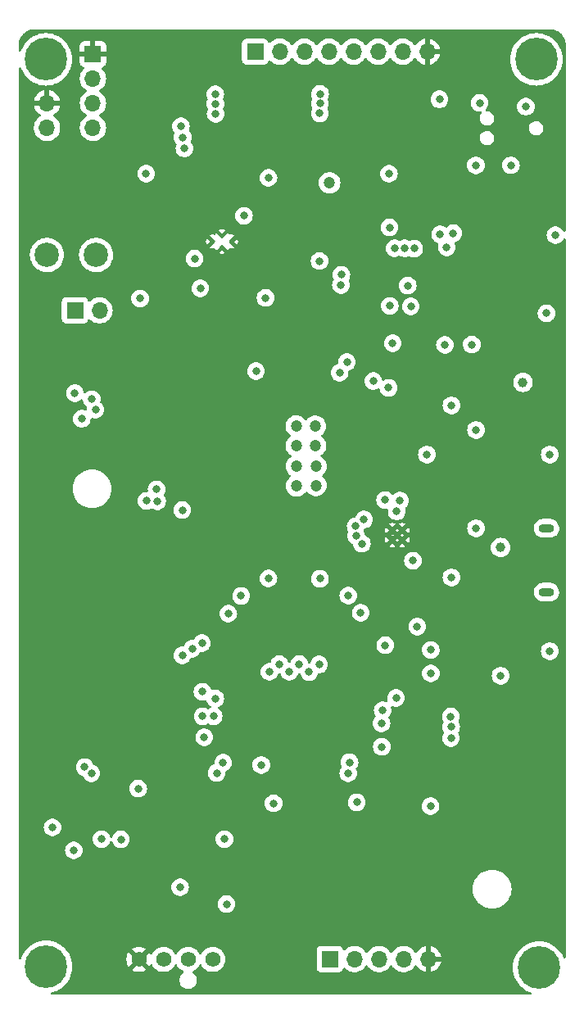
<source format=gbr>
%TF.GenerationSoftware,KiCad,Pcbnew,7.0.6-0*%
%TF.CreationDate,2023-08-11T12:33:22-04:00*%
%TF.ProjectId,bitaxeMax,62697461-7865-44d6-9178-2e6b69636164,rev?*%
%TF.SameCoordinates,Original*%
%TF.FileFunction,Copper,L2,Inr*%
%TF.FilePolarity,Positive*%
%FSLAX46Y46*%
G04 Gerber Fmt 4.6, Leading zero omitted, Abs format (unit mm)*
G04 Created by KiCad (PCBNEW 7.0.6-0) date 2023-08-11 12:33:22*
%MOMM*%
%LPD*%
G01*
G04 APERTURE LIST*
%TA.AperFunction,ComponentPad*%
%ADD10O,1.700000X1.700000*%
%TD*%
%TA.AperFunction,ComponentPad*%
%ADD11C,0.500000*%
%TD*%
%TA.AperFunction,ComponentPad*%
%ADD12C,0.700000*%
%TD*%
%TA.AperFunction,ComponentPad*%
%ADD13C,4.400000*%
%TD*%
%TA.AperFunction,ComponentPad*%
%ADD14C,0.400000*%
%TD*%
%TA.AperFunction,ComponentPad*%
%ADD15C,1.574800*%
%TD*%
%TA.AperFunction,ComponentPad*%
%ADD16R,1.700000X1.700000*%
%TD*%
%TA.AperFunction,ComponentPad*%
%ADD17C,2.520000*%
%TD*%
%TA.AperFunction,ComponentPad*%
%ADD18O,1.600200X0.914400*%
%TD*%
%TA.AperFunction,ViaPad*%
%ADD19C,0.800000*%
%TD*%
%TA.AperFunction,ViaPad*%
%ADD20C,1.000000*%
%TD*%
%TA.AperFunction,ViaPad*%
%ADD21C,1.200000*%
%TD*%
G04 APERTURE END LIST*
D10*
%TO.N,GND*%
%TO.C,*%
X80110000Y-55129000D03*
%TD*%
D11*
%TO.N,GND*%
%TO.C,U2*%
X116830000Y-99283600D03*
X116830000Y-100283600D03*
X115830000Y-100283600D03*
X115830000Y-99283600D03*
%TD*%
D12*
%TO.N,N/C*%
%TO.C,H4*%
X78337000Y-50603000D03*
X78820274Y-49436274D03*
X78820274Y-51769726D03*
X79987000Y-48953000D03*
D13*
X79987000Y-50603000D03*
D12*
X79987000Y-52253000D03*
X81153726Y-49436274D03*
X81153726Y-51769726D03*
X81637000Y-50603000D03*
%TD*%
%TO.N,N/C*%
%TO.C,H3*%
X129330000Y-144470000D03*
X129813274Y-143303274D03*
X129813274Y-145636726D03*
X130980000Y-142820000D03*
D13*
X130980000Y-144470000D03*
D12*
X130980000Y-146120000D03*
X132146726Y-143303274D03*
X132146726Y-145636726D03*
X132630000Y-144470000D03*
%TD*%
%TO.N,N/C*%
%TO.C,H2*%
X129033000Y-50604000D03*
X129516274Y-49437274D03*
X129516274Y-51770726D03*
X130683000Y-48954000D03*
D13*
X130683000Y-50604000D03*
D12*
X130683000Y-52254000D03*
X131849726Y-49437274D03*
X131849726Y-51770726D03*
X132333000Y-50604000D03*
%TD*%
%TO.N,N/C*%
%TO.C,H1*%
X78370000Y-144380000D03*
X78853274Y-143213274D03*
X78853274Y-145546726D03*
X80020000Y-142730000D03*
D13*
X80020000Y-144380000D03*
D12*
X80020000Y-146030000D03*
X81186726Y-143213274D03*
X81186726Y-145546726D03*
X81670000Y-144380000D03*
%TD*%
D14*
%TO.N,GND*%
%TO.C,U9*%
X98201691Y-68847200D03*
X99151691Y-69422200D03*
X97251691Y-69422200D03*
X98201691Y-69997200D03*
%TD*%
D10*
%TO.N,/Power/VIN*%
%TO.C,*%
X80110000Y-57669000D03*
%TD*%
D15*
%TO.N,GND*%
%TO.C,J4*%
X89621000Y-143622000D03*
%TO.N,/5V*%
X92161000Y-143622000D03*
%TO.N,/Fan/FAN_TACH*%
X94701000Y-143622000D03*
%TO.N,/Fan/FAN_PWM*%
X97241000Y-143622000D03*
%TD*%
D16*
%TO.N,GND*%
%TO.C,J9*%
X84859000Y-50049000D03*
D10*
%TO.N,/3V3*%
X84859000Y-52589000D03*
%TO.N,/SCL*%
X84859000Y-55129000D03*
%TO.N,/SDA*%
X84859000Y-57669000D03*
%TD*%
D17*
%TO.N,GND*%
%TO.C,J2*%
X85190000Y-63390000D03*
X80110000Y-63390000D03*
%TD*%
%TO.N,/Power/VIN*%
%TO.C,J1*%
X85190000Y-70810000D03*
X80110000Y-70810000D03*
%TD*%
D16*
%TO.N,/BI*%
%TO.C,J6*%
X101626000Y-49799000D03*
D10*
%TO.N,/RST*%
X104166000Y-49799000D03*
%TO.N,/RX*%
X106706000Y-49799000D03*
%TO.N,/TX*%
X109246000Y-49799000D03*
%TO.N,/SDA*%
X111786000Y-49799000D03*
%TO.N,/SCL*%
X114326000Y-49799000D03*
%TO.N,/3V3*%
X116866000Y-49799000D03*
%TO.N,GND*%
X119406000Y-49799000D03*
%TD*%
D16*
%TO.N,/Power/VIN*%
%TO.C,J7*%
X83000000Y-76540000D03*
D10*
%TO.N,/5V*%
X85540000Y-76540000D03*
%TD*%
D16*
%TO.N,/BM1397/1V8*%
%TO.C,J3*%
X109350000Y-143580000D03*
D10*
%TO.N,/BM1397/CI*%
X111890000Y-143580000D03*
%TO.N,/BM1397/RO*%
X114430000Y-143580000D03*
%TO.N,/BM1397/RST_N*%
X116970000Y-143580000D03*
%TO.N,GND*%
X119510000Y-143580000D03*
%TD*%
D18*
%TO.N,N/C*%
%TO.C,USB1*%
X131737000Y-99060000D03*
X131737000Y-105659996D03*
%TD*%
D19*
%TO.N,GND*%
X103110000Y-115590000D03*
X97830000Y-111040000D03*
X80410000Y-139600000D03*
D20*
X127000000Y-105559999D03*
D19*
X78090000Y-82060000D03*
X100850600Y-73131400D03*
X103110000Y-116950000D03*
X116910000Y-128990000D03*
X104630000Y-119670000D03*
D20*
X126719000Y-75842000D03*
X127000000Y-103659998D03*
D19*
X97320000Y-93500000D03*
X131300000Y-62500000D03*
X112980000Y-131260000D03*
X108120000Y-119660000D03*
X97320000Y-87878600D03*
X100580000Y-87270000D03*
X97320000Y-84830000D03*
X98860000Y-84830000D03*
X114230000Y-55160000D03*
X104630000Y-115590000D03*
X98682000Y-136516000D03*
X98860000Y-93500000D03*
X106450000Y-116920000D03*
X128120000Y-55550000D03*
X113540000Y-111040000D03*
X95400600Y-69431400D03*
X106450000Y-119640000D03*
D20*
X100765000Y-145890000D03*
D19*
X94890000Y-62470000D03*
X97320000Y-86310000D03*
X106450000Y-118280000D03*
X80660000Y-87760000D03*
X97320000Y-89650000D03*
X132080000Y-120380000D03*
D20*
X126719000Y-74372000D03*
D19*
X103110000Y-119670000D03*
X90360055Y-101249945D03*
X88908900Y-138550000D03*
X98860000Y-91520000D03*
X117730000Y-123190000D03*
X104630000Y-118310000D03*
X121210000Y-74547000D03*
X120110000Y-117300000D03*
X98860000Y-86310000D03*
X97320000Y-91520000D03*
X102570000Y-57250000D03*
X87764000Y-129341000D03*
X115749000Y-66446000D03*
X113410000Y-96043600D03*
X112512000Y-61250000D03*
X106450000Y-115560000D03*
X95110000Y-129400000D03*
X98860000Y-89650000D03*
X104630000Y-116950000D03*
X86970000Y-82770000D03*
D20*
X126719000Y-73012000D03*
D19*
X105330000Y-132320000D03*
X104430000Y-130240000D03*
X108120000Y-115580000D03*
D20*
X132450000Y-84290000D03*
D19*
X124308576Y-108035637D03*
X108120000Y-118300000D03*
X108120000Y-116940000D03*
X98860000Y-87878600D03*
X103110000Y-118310000D03*
X116274100Y-101933600D03*
X83001194Y-129118806D03*
X96840000Y-98140000D03*
X92910000Y-102990000D03*
D20*
X127000000Y-99060000D03*
D19*
X100580000Y-85521400D03*
%TO.N,/BM1397/1V8*%
X116260000Y-97313600D03*
X119760000Y-127770000D03*
X117940000Y-102413600D03*
X112130000Y-127390000D03*
X111380000Y-123250000D03*
X98320000Y-123300000D03*
%TO.N,/BM1397/0V8*%
X111240000Y-124400000D03*
X97650000Y-124350000D03*
X102260000Y-123530000D03*
X103530000Y-127490000D03*
%TO.N,/VDD*%
X110361000Y-82986000D03*
X115517000Y-67970000D03*
X103000000Y-104240000D03*
X105152000Y-113890000D03*
D21*
X107870000Y-90540000D03*
X107910000Y-92670000D03*
D19*
X104126000Y-113110000D03*
X108330000Y-104270000D03*
X108230000Y-113150000D03*
X103100000Y-113900000D03*
X103000000Y-62838100D03*
X107204000Y-113920000D03*
D21*
X107910000Y-94640000D03*
D19*
X106178000Y-113110000D03*
D21*
X105880000Y-90540000D03*
X105880000Y-88500000D03*
X107850000Y-88520000D03*
X105930000Y-94670000D03*
X105900000Y-92650000D03*
D19*
%TO.N,/ESP32/EN*%
X127000000Y-114300000D03*
X132665000Y-68760000D03*
X124460000Y-99060000D03*
%TO.N,/5V*%
X85750000Y-131200000D03*
X100470000Y-66770000D03*
X93869000Y-136167000D03*
X87748000Y-131214000D03*
X119380000Y-91440000D03*
D21*
X109323000Y-63360000D03*
D19*
X98450000Y-131200000D03*
%TO.N,/3V3*%
X115457000Y-62413000D03*
X115060000Y-96153600D03*
X129610000Y-55490000D03*
D20*
X129310000Y-83980000D03*
D19*
X115840000Y-79945000D03*
X110536000Y-72864000D03*
X131744000Y-76848000D03*
X98662000Y-137914100D03*
X116600000Y-96213600D03*
X83700000Y-87750000D03*
X80676100Y-129980000D03*
X82880000Y-132350000D03*
X94100000Y-97190000D03*
X132080000Y-111760000D03*
X82990000Y-85090000D03*
%TO.N,/TX*%
X115412000Y-84554000D03*
%TO.N,/RX*%
X113836000Y-83855000D03*
%TO.N,/BM1397/RST_N*%
X112070000Y-99853600D03*
X116190000Y-116610000D03*
%TO.N,/BM1397/CI*%
X121880000Y-119600000D03*
X112020000Y-98843600D03*
%TO.N,/RST*%
X120676000Y-54726000D03*
X121437000Y-70037900D03*
%TO.N,/BM1397/RO*%
X112870000Y-98163600D03*
X121859000Y-118519000D03*
%TO.N,/TEMP_N*%
X97340000Y-118490000D03*
%TO.N,/TEMP_P*%
X96203000Y-118495000D03*
%TO.N,/SCL*%
X120743000Y-68680100D03*
X85120000Y-86810000D03*
X90390000Y-96230000D03*
X84010000Y-123740000D03*
%TO.N,/Power/OUT0*%
X91440000Y-95040000D03*
X89730000Y-75310000D03*
%TO.N,Net-(IC1-VDD1_0)*%
X115070000Y-111160000D03*
%TO.N,Net-(IC1-VDD2_0)*%
X112530000Y-107800000D03*
%TO.N,Net-(IC1-VDD3_0)*%
X111250000Y-106010000D03*
%TO.N,Net-(IC1-VDD3_1)*%
X100180000Y-106040000D03*
%TO.N,Net-(IC1-VDD2_1)*%
X98850000Y-107880000D03*
%TO.N,Net-(IC1-VDD1_1)*%
X96130000Y-110920000D03*
%TO.N,Net-(U9-BOOT)*%
X95368800Y-71183600D03*
X95958800Y-74273600D03*
%TO.N,Net-(IC1-ADDR0)*%
X118380000Y-109220000D03*
%TO.N,Net-(IC1-ADDR1)*%
X119780000Y-111630000D03*
%TO.N,Net-(IC1-ADDR2)*%
X119790000Y-114060000D03*
%TO.N,Net-(IC1-RO)*%
X114800000Y-117880000D03*
%TO.N,Net-(IC1-CI)*%
X114690000Y-119230000D03*
%TO.N,Net-(IC1-PIN_MODE)*%
X89540000Y-125970000D03*
%TO.N,Net-(IC1-CLKO)*%
X97500000Y-116660000D03*
%TO.N,Net-(IC1-CO)*%
X96180000Y-115958900D03*
%TO.N,Net-(IC1-RI)*%
X96360000Y-120670000D03*
%TO.N,Net-(IC1-NRSTO)*%
X94099000Y-112195000D03*
%TO.N,Net-(IC1-BO)*%
X95116000Y-111529000D03*
%TO.N,/BI*%
X117717100Y-76139000D03*
X115546000Y-76073000D03*
%TO.N,Net-(Q2-G)*%
X101710600Y-82811400D03*
X102700000Y-75260000D03*
%TO.N,Net-(U4-BA)*%
X97500000Y-54210000D03*
%TO.N,Net-(U13-BA)*%
X108340000Y-54180000D03*
%TO.N,/ESP32/P_TX*%
X124460000Y-88900000D03*
X128060000Y-61549000D03*
%TO.N,/ESP32/P_RX*%
X124447000Y-61551000D03*
X121920000Y-86360000D03*
%TO.N,/ESP32/IO0*%
X132080000Y-91440000D03*
X124830000Y-55100000D03*
X121920000Y-104140000D03*
X122113000Y-68573000D03*
%TO.N,/ESP32/XIN32*%
X124019000Y-80080000D03*
%TO.N,Net-(U4-GA)*%
X97520000Y-55200000D03*
%TO.N,/ESP32/XOUT32*%
X121248000Y-80100000D03*
%TO.N,/Power/PGOOD*%
X108278900Y-71440000D03*
%TO.N,Net-(U13-GA)*%
X108320000Y-55170000D03*
%TO.N,Net-(U4-RA)*%
X97540000Y-56230000D03*
%TO.N,/ESP32/LEDX_B*%
X93950000Y-57520000D03*
%TO.N,Net-(U13-RA)*%
X108310000Y-56190000D03*
%TO.N,/ESP32/FAN_ALERT*%
X111108000Y-81876000D03*
X121867000Y-120750000D03*
X110497000Y-73924000D03*
%TO.N,/ESP32/LEDZ_B*%
X116044000Y-70126000D03*
%TO.N,/ESP32/LEDX_G*%
X94129945Y-58660055D03*
%TO.N,/ESP32/LEDZ_G*%
X117097000Y-70138000D03*
%TO.N,/BM1397/BM_BI*%
X112660000Y-100653600D03*
%TO.N,/SDA*%
X84702648Y-124392960D03*
X117403141Y-73987441D03*
X84730000Y-85730000D03*
X91500000Y-96290000D03*
X90357445Y-62412445D03*
%TO.N,/BM1397/BM_CLKI*%
X114720000Y-121640000D03*
%TO.N,/ESP32/LEDX_R*%
X94319890Y-59810110D03*
%TO.N,/ESP32/LEDZ_R*%
X118065584Y-70146474D03*
D20*
%TO.N,Net-(USB1-VBUS)*%
X127000000Y-101059998D03*
%TD*%
%TA.AperFunction,Conductor*%
%TO.N,GND*%
G36*
X132221561Y-47500658D02*
G01*
X132289072Y-47505470D01*
X132422273Y-47515922D01*
X132435963Y-47516997D01*
X132444409Y-47518239D01*
X132539176Y-47538831D01*
X132647246Y-47564750D01*
X132655609Y-47566756D01*
X132662918Y-47568985D01*
X132759214Y-47604876D01*
X132865340Y-47648807D01*
X132871425Y-47651716D01*
X132962455Y-47701395D01*
X132965152Y-47702956D01*
X133060445Y-47761323D01*
X133065285Y-47764606D01*
X133103204Y-47792978D01*
X133149040Y-47827274D01*
X133152190Y-47829794D01*
X133236559Y-47901819D01*
X133240193Y-47905177D01*
X133271159Y-47936129D01*
X133314377Y-47979327D01*
X133317727Y-47982951D01*
X133389792Y-48067291D01*
X133392321Y-48070452D01*
X133455027Y-48154179D01*
X133458312Y-48159018D01*
X133516704Y-48254260D01*
X133518282Y-48256984D01*
X133567996Y-48347982D01*
X133570910Y-48354069D01*
X133614883Y-48460163D01*
X133650817Y-48556448D01*
X133653052Y-48563763D01*
X133681032Y-48680201D01*
X133701659Y-48774925D01*
X133702907Y-48783384D01*
X133714506Y-48930377D01*
X133719338Y-48997747D01*
X133719500Y-49002256D01*
X133719499Y-68299210D01*
X133699497Y-68367331D01*
X133645841Y-68413824D01*
X133575567Y-68423928D01*
X133510987Y-68394434D01*
X133484382Y-68362213D01*
X133404040Y-68223056D01*
X133404038Y-68223054D01*
X133404034Y-68223048D01*
X133276255Y-68081135D01*
X133121752Y-67968882D01*
X132947288Y-67891206D01*
X132760487Y-67851500D01*
X132569513Y-67851500D01*
X132382711Y-67891206D01*
X132208247Y-67968882D01*
X132053744Y-68081135D01*
X131925965Y-68223048D01*
X131925958Y-68223058D01*
X131830476Y-68388438D01*
X131830473Y-68388444D01*
X131815999Y-68432986D01*
X131771457Y-68570072D01*
X131751496Y-68760000D01*
X131771457Y-68949927D01*
X131801032Y-69040948D01*
X131830473Y-69131556D01*
X131830476Y-69131561D01*
X131925958Y-69296941D01*
X131925965Y-69296951D01*
X132053744Y-69438864D01*
X132112427Y-69481500D01*
X132208248Y-69551118D01*
X132382712Y-69628794D01*
X132569513Y-69668500D01*
X132760487Y-69668500D01*
X132947288Y-69628794D01*
X133121752Y-69551118D01*
X133276253Y-69438866D01*
X133290135Y-69423449D01*
X133404034Y-69296951D01*
X133404035Y-69296949D01*
X133404040Y-69296944D01*
X133484382Y-69157786D01*
X133535762Y-69108796D01*
X133605475Y-69095359D01*
X133671386Y-69121746D01*
X133712569Y-69179578D01*
X133719499Y-69220789D01*
X133719500Y-143370495D01*
X133699498Y-143438616D01*
X133645842Y-143485109D01*
X133575568Y-143495213D01*
X133510988Y-143465719D01*
X133478601Y-143422207D01*
X133382643Y-143208997D01*
X133213128Y-142928587D01*
X133194481Y-142904786D01*
X133011047Y-142670649D01*
X133011045Y-142670647D01*
X133011040Y-142670641D01*
X132779358Y-142438959D01*
X132779352Y-142438954D01*
X132779169Y-142438811D01*
X132521416Y-142236874D01*
X132521415Y-142236873D01*
X132521412Y-142236871D01*
X132241003Y-142067356D01*
X131942207Y-141932880D01*
X131629370Y-141835396D01*
X131307070Y-141776333D01*
X131307067Y-141776332D01*
X130980001Y-141756549D01*
X130979999Y-141756549D01*
X130652932Y-141776332D01*
X130652929Y-141776333D01*
X130330629Y-141835396D01*
X130017792Y-141932880D01*
X129718996Y-142067356D01*
X129438587Y-142236871D01*
X129180647Y-142438954D01*
X129180641Y-142438959D01*
X128948959Y-142670641D01*
X128948954Y-142670647D01*
X128746871Y-142928587D01*
X128577356Y-143208996D01*
X128442880Y-143507792D01*
X128345396Y-143820629D01*
X128286333Y-144142929D01*
X128286332Y-144142932D01*
X128266549Y-144469998D01*
X128266549Y-144470001D01*
X128286332Y-144797067D01*
X128286333Y-144797070D01*
X128345396Y-145119370D01*
X128442880Y-145432207D01*
X128577356Y-145731003D01*
X128746871Y-146011412D01*
X128746873Y-146011415D01*
X128746874Y-146011416D01*
X128920927Y-146233579D01*
X128948954Y-146269352D01*
X128948959Y-146269358D01*
X129180641Y-146501040D01*
X129180647Y-146501045D01*
X129180649Y-146501047D01*
X129410649Y-146681240D01*
X129438587Y-146703128D01*
X129718996Y-146872643D01*
X130017789Y-147007118D01*
X130017793Y-147007119D01*
X130017797Y-147007121D01*
X130101506Y-147033205D01*
X130160590Y-147072568D01*
X130189015Y-147137626D01*
X130177755Y-147207724D01*
X130130384Y-147260606D01*
X130064019Y-147279500D01*
X80610444Y-147279500D01*
X80542323Y-147259498D01*
X80495830Y-147205842D01*
X80485726Y-147135568D01*
X80515220Y-147070988D01*
X80574946Y-147032604D01*
X80587732Y-147029564D01*
X80607889Y-147025869D01*
X80669371Y-147014603D01*
X80982203Y-146917121D01*
X81069502Y-146877831D01*
X81281003Y-146782643D01*
X81474923Y-146665413D01*
X81561416Y-146613126D01*
X81819351Y-146411047D01*
X82051047Y-146179351D01*
X82253126Y-145921416D01*
X82368235Y-145731004D01*
X82422643Y-145641003D01*
X82557119Y-145342207D01*
X82557121Y-145342203D01*
X82654603Y-145029371D01*
X82713667Y-144707070D01*
X82733451Y-144380000D01*
X82727456Y-144280898D01*
X82713667Y-144052932D01*
X82713667Y-144052930D01*
X82654603Y-143730629D01*
X82620753Y-143621999D01*
X88320652Y-143621999D01*
X88340407Y-143847802D01*
X88399072Y-144066742D01*
X88399074Y-144066748D01*
X88494867Y-144272177D01*
X88542946Y-144340840D01*
X89108134Y-143775652D01*
X89113673Y-143802304D01*
X89181131Y-143932493D01*
X89281213Y-144039655D01*
X89406495Y-144115840D01*
X89468887Y-144133321D01*
X88902158Y-144700050D01*
X88902158Y-144700051D01*
X88970830Y-144748136D01*
X89176251Y-144843925D01*
X89176257Y-144843927D01*
X89395197Y-144902592D01*
X89620999Y-144922347D01*
X89846802Y-144902592D01*
X90065742Y-144843927D01*
X90065748Y-144843925D01*
X90271173Y-144748134D01*
X90339840Y-144700052D01*
X90339840Y-144700051D01*
X89776006Y-144136216D01*
X89900752Y-144082032D01*
X90014493Y-143989497D01*
X90099051Y-143869706D01*
X90132841Y-143774630D01*
X90699051Y-144340840D01*
X90699052Y-144340840D01*
X90747134Y-144272172D01*
X90747138Y-144272166D01*
X90776528Y-144209138D01*
X90823444Y-144155852D01*
X90891721Y-144136390D01*
X90959681Y-144156931D01*
X91004917Y-144209135D01*
X91034429Y-144272423D01*
X91164488Y-144458166D01*
X91164491Y-144458170D01*
X91324830Y-144618509D01*
X91510575Y-144748569D01*
X91716083Y-144844399D01*
X91935110Y-144903087D01*
X92161000Y-144922850D01*
X92386890Y-144903087D01*
X92605917Y-144844399D01*
X92811425Y-144748569D01*
X92997170Y-144618509D01*
X93157509Y-144458170D01*
X93287569Y-144272425D01*
X93316805Y-144209727D01*
X93363722Y-144156443D01*
X93431999Y-144136982D01*
X93499959Y-144157524D01*
X93545195Y-144209728D01*
X93574431Y-144272425D01*
X93675852Y-144417270D01*
X93704491Y-144458170D01*
X93864830Y-144618509D01*
X94050575Y-144748569D01*
X94187459Y-144812399D01*
X94240743Y-144859315D01*
X94260204Y-144927592D01*
X94239662Y-144995552D01*
X94197210Y-145035711D01*
X94170143Y-145051339D01*
X94170142Y-145051340D01*
X94170141Y-145051340D01*
X94029829Y-145177677D01*
X93918853Y-145330422D01*
X93842055Y-145502912D01*
X93812704Y-145641003D01*
X93802800Y-145687596D01*
X93802800Y-145876406D01*
X93842055Y-146061089D01*
X93910889Y-146215693D01*
X93918853Y-146233579D01*
X94029829Y-146386324D01*
X94029830Y-146386325D01*
X94170143Y-146512663D01*
X94191984Y-146525273D01*
X94333655Y-146607067D01*
X94333662Y-146607070D01*
X94513225Y-146665413D01*
X94513222Y-146665413D01*
X94578015Y-146672222D01*
X94653923Y-146680201D01*
X94653926Y-146680201D01*
X94748074Y-146680201D01*
X94748077Y-146680201D01*
X94888775Y-146665413D01*
X95011954Y-146625390D01*
X95068337Y-146607070D01*
X95068337Y-146607069D01*
X95068343Y-146607068D01*
X95231857Y-146512663D01*
X95372170Y-146386325D01*
X95483149Y-146233575D01*
X95559945Y-146061089D01*
X95599200Y-145876406D01*
X95599200Y-145687596D01*
X95559945Y-145502913D01*
X95483149Y-145330427D01*
X95483147Y-145330424D01*
X95483146Y-145330422D01*
X95372170Y-145177677D01*
X95307413Y-145119370D01*
X95231857Y-145051339D01*
X95231855Y-145051338D01*
X95231850Y-145051334D01*
X95204790Y-145035711D01*
X95155797Y-144984328D01*
X95142362Y-144914614D01*
X95168749Y-144848704D01*
X95214540Y-144812399D01*
X95351425Y-144748569D01*
X95537170Y-144618509D01*
X95697509Y-144458170D01*
X95827569Y-144272425D01*
X95856805Y-144209727D01*
X95903722Y-144156443D01*
X95971999Y-144136982D01*
X96039959Y-144157524D01*
X96085195Y-144209728D01*
X96114431Y-144272425D01*
X96215852Y-144417270D01*
X96244491Y-144458170D01*
X96404830Y-144618509D01*
X96590575Y-144748569D01*
X96796083Y-144844399D01*
X97015110Y-144903087D01*
X97241000Y-144922850D01*
X97466890Y-144903087D01*
X97685917Y-144844399D01*
X97891425Y-144748569D01*
X98077170Y-144618509D01*
X98217030Y-144478649D01*
X107991500Y-144478649D01*
X107998009Y-144539196D01*
X107998011Y-144539204D01*
X108049110Y-144676202D01*
X108049112Y-144676207D01*
X108136738Y-144793261D01*
X108253792Y-144880887D01*
X108253794Y-144880888D01*
X108253796Y-144880889D01*
X108307600Y-144900957D01*
X108390795Y-144931988D01*
X108390803Y-144931990D01*
X108451350Y-144938499D01*
X108451355Y-144938499D01*
X108451362Y-144938500D01*
X108451368Y-144938500D01*
X110248632Y-144938500D01*
X110248638Y-144938500D01*
X110248645Y-144938499D01*
X110248649Y-144938499D01*
X110309196Y-144931990D01*
X110309199Y-144931989D01*
X110309201Y-144931989D01*
X110446204Y-144880889D01*
X110475024Y-144859315D01*
X110563261Y-144793261D01*
X110650886Y-144676208D01*
X110650885Y-144676208D01*
X110650889Y-144676204D01*
X110694999Y-144557939D01*
X110737545Y-144501107D01*
X110804066Y-144476296D01*
X110873440Y-144491388D01*
X110905753Y-144516635D01*
X110926529Y-144539204D01*
X110966762Y-144582908D01*
X111012498Y-144618506D01*
X111144424Y-144721189D01*
X111342426Y-144828342D01*
X111342427Y-144828342D01*
X111342428Y-144828343D01*
X111432647Y-144859315D01*
X111555365Y-144901444D01*
X111777431Y-144938500D01*
X111777435Y-144938500D01*
X112002565Y-144938500D01*
X112002569Y-144938500D01*
X112224635Y-144901444D01*
X112437574Y-144828342D01*
X112635576Y-144721189D01*
X112813240Y-144582906D01*
X112965722Y-144417268D01*
X113054518Y-144281354D01*
X113108520Y-144235268D01*
X113178868Y-144225692D01*
X113243225Y-144255669D01*
X113265480Y-144281353D01*
X113298607Y-144332058D01*
X113354275Y-144417265D01*
X113354279Y-144417270D01*
X113506762Y-144582908D01*
X113552498Y-144618506D01*
X113684424Y-144721189D01*
X113882426Y-144828342D01*
X113882427Y-144828342D01*
X113882428Y-144828343D01*
X113972647Y-144859315D01*
X114095365Y-144901444D01*
X114317431Y-144938500D01*
X114317435Y-144938500D01*
X114542565Y-144938500D01*
X114542569Y-144938500D01*
X114764635Y-144901444D01*
X114977574Y-144828342D01*
X115175576Y-144721189D01*
X115353240Y-144582906D01*
X115505722Y-144417268D01*
X115594518Y-144281354D01*
X115648520Y-144235268D01*
X115718868Y-144225692D01*
X115783225Y-144255669D01*
X115805480Y-144281353D01*
X115838607Y-144332058D01*
X115894275Y-144417265D01*
X115894279Y-144417270D01*
X116046762Y-144582908D01*
X116092498Y-144618506D01*
X116224424Y-144721189D01*
X116422426Y-144828342D01*
X116422427Y-144828342D01*
X116422428Y-144828343D01*
X116512647Y-144859315D01*
X116635365Y-144901444D01*
X116857431Y-144938500D01*
X116857435Y-144938500D01*
X117082565Y-144938500D01*
X117082569Y-144938500D01*
X117304635Y-144901444D01*
X117517574Y-144828342D01*
X117715576Y-144721189D01*
X117893240Y-144582906D01*
X118045722Y-144417268D01*
X118134816Y-144280898D01*
X118188819Y-144234810D01*
X118259167Y-144225235D01*
X118323524Y-144255212D01*
X118345782Y-144280898D01*
X118434674Y-144416958D01*
X118587097Y-144582534D01*
X118764698Y-144720767D01*
X118764699Y-144720768D01*
X118962628Y-144827882D01*
X118962630Y-144827883D01*
X119175483Y-144900955D01*
X119175492Y-144900957D01*
X119256000Y-144914391D01*
X119256000Y-144013674D01*
X119367685Y-144064680D01*
X119474237Y-144080000D01*
X119545763Y-144080000D01*
X119652315Y-144064680D01*
X119764000Y-144013674D01*
X119764000Y-144914390D01*
X119844507Y-144900957D01*
X119844516Y-144900955D01*
X120057369Y-144827883D01*
X120057371Y-144827882D01*
X120255300Y-144720768D01*
X120255301Y-144720767D01*
X120432902Y-144582534D01*
X120585325Y-144416958D01*
X120708419Y-144228548D01*
X120798820Y-144022456D01*
X120798823Y-144022449D01*
X120846544Y-143834000D01*
X119941116Y-143834000D01*
X119969493Y-143789844D01*
X120010000Y-143651889D01*
X120010000Y-143508111D01*
X119969493Y-143370156D01*
X119941116Y-143326000D01*
X120846544Y-143326000D01*
X120846544Y-143325999D01*
X120798823Y-143137550D01*
X120798820Y-143137543D01*
X120708419Y-142931451D01*
X120585325Y-142743041D01*
X120432902Y-142577465D01*
X120255301Y-142439232D01*
X120255300Y-142439231D01*
X120057371Y-142332117D01*
X120057369Y-142332116D01*
X119844512Y-142259043D01*
X119844501Y-142259040D01*
X119764000Y-142245606D01*
X119764000Y-143146325D01*
X119652315Y-143095320D01*
X119545763Y-143080000D01*
X119474237Y-143080000D01*
X119367685Y-143095320D01*
X119256000Y-143146325D01*
X119256000Y-142245607D01*
X119255999Y-142245606D01*
X119175498Y-142259040D01*
X119175487Y-142259043D01*
X118962630Y-142332116D01*
X118962628Y-142332117D01*
X118764699Y-142439231D01*
X118764698Y-142439232D01*
X118587097Y-142577465D01*
X118434670Y-142743045D01*
X118345780Y-142879101D01*
X118291776Y-142925189D01*
X118221428Y-142934764D01*
X118157071Y-142904786D01*
X118134816Y-142879101D01*
X118095884Y-142819511D01*
X118045724Y-142742734D01*
X118045720Y-142742729D01*
X117916220Y-142602057D01*
X117893240Y-142577094D01*
X117893239Y-142577093D01*
X117893237Y-142577091D01*
X117811382Y-142513381D01*
X117715576Y-142438811D01*
X117517574Y-142331658D01*
X117517572Y-142331657D01*
X117517571Y-142331656D01*
X117304639Y-142258557D01*
X117304630Y-142258555D01*
X117227029Y-142245606D01*
X117082569Y-142221500D01*
X116857431Y-142221500D01*
X116712971Y-142245606D01*
X116635369Y-142258555D01*
X116635360Y-142258557D01*
X116422428Y-142331656D01*
X116422426Y-142331658D01*
X116224426Y-142438810D01*
X116224424Y-142438811D01*
X116046762Y-142577091D01*
X115894279Y-142742729D01*
X115805483Y-142878643D01*
X115751479Y-142924731D01*
X115681131Y-142934306D01*
X115616774Y-142904329D01*
X115594517Y-142878643D01*
X115505720Y-142742729D01*
X115376220Y-142602057D01*
X115353240Y-142577094D01*
X115353239Y-142577093D01*
X115353237Y-142577091D01*
X115271382Y-142513381D01*
X115175576Y-142438811D01*
X114977574Y-142331658D01*
X114977572Y-142331657D01*
X114977571Y-142331656D01*
X114764639Y-142258557D01*
X114764630Y-142258555D01*
X114687029Y-142245606D01*
X114542569Y-142221500D01*
X114317431Y-142221500D01*
X114172971Y-142245606D01*
X114095369Y-142258555D01*
X114095360Y-142258557D01*
X113882428Y-142331656D01*
X113882426Y-142331658D01*
X113684426Y-142438810D01*
X113684424Y-142438811D01*
X113506762Y-142577091D01*
X113354279Y-142742729D01*
X113265483Y-142878643D01*
X113211479Y-142924731D01*
X113141131Y-142934306D01*
X113076774Y-142904329D01*
X113054517Y-142878643D01*
X112965720Y-142742729D01*
X112836220Y-142602057D01*
X112813240Y-142577094D01*
X112813239Y-142577093D01*
X112813237Y-142577091D01*
X112731382Y-142513381D01*
X112635576Y-142438811D01*
X112437574Y-142331658D01*
X112437572Y-142331657D01*
X112437571Y-142331656D01*
X112224639Y-142258557D01*
X112224630Y-142258555D01*
X112147029Y-142245606D01*
X112002569Y-142221500D01*
X111777431Y-142221500D01*
X111632971Y-142245606D01*
X111555369Y-142258555D01*
X111555360Y-142258557D01*
X111342428Y-142331656D01*
X111342426Y-142331658D01*
X111144426Y-142438810D01*
X111144424Y-142438811D01*
X110966762Y-142577091D01*
X110905754Y-142643363D01*
X110844901Y-142679933D01*
X110773936Y-142677798D01*
X110715391Y-142637636D01*
X110694999Y-142602057D01*
X110655391Y-142495867D01*
X110650889Y-142483796D01*
X110650888Y-142483794D01*
X110650887Y-142483792D01*
X110563261Y-142366738D01*
X110446207Y-142279112D01*
X110446202Y-142279110D01*
X110309204Y-142228011D01*
X110309196Y-142228009D01*
X110248649Y-142221500D01*
X110248638Y-142221500D01*
X108451362Y-142221500D01*
X108451350Y-142221500D01*
X108390803Y-142228009D01*
X108390795Y-142228011D01*
X108253797Y-142279110D01*
X108253792Y-142279112D01*
X108136738Y-142366738D01*
X108049112Y-142483792D01*
X108049110Y-142483797D01*
X107998011Y-142620795D01*
X107998009Y-142620803D01*
X107991500Y-142681350D01*
X107991500Y-144478649D01*
X98217030Y-144478649D01*
X98237509Y-144458170D01*
X98367569Y-144272425D01*
X98463399Y-144066917D01*
X98522087Y-143847890D01*
X98541850Y-143622000D01*
X98522087Y-143396110D01*
X98463399Y-143177083D01*
X98367569Y-142971575D01*
X98237509Y-142785830D01*
X98077170Y-142625491D01*
X98070463Y-142620795D01*
X97891425Y-142495431D01*
X97685920Y-142399602D01*
X97685915Y-142399600D01*
X97563270Y-142366738D01*
X97466890Y-142340913D01*
X97241000Y-142321150D01*
X97015110Y-142340913D01*
X96985101Y-142348954D01*
X96796084Y-142399600D01*
X96796079Y-142399602D01*
X96590574Y-142495431D01*
X96404833Y-142625488D01*
X96404827Y-142625493D01*
X96244493Y-142785827D01*
X96244488Y-142785833D01*
X96114431Y-142971574D01*
X96085195Y-143034271D01*
X96038277Y-143087556D01*
X95970000Y-143107017D01*
X95902040Y-143086475D01*
X95856805Y-143034271D01*
X95845006Y-143008969D01*
X95827569Y-142971575D01*
X95697509Y-142785830D01*
X95537170Y-142625491D01*
X95530463Y-142620795D01*
X95351425Y-142495431D01*
X95145920Y-142399602D01*
X95145915Y-142399600D01*
X95023270Y-142366738D01*
X94926890Y-142340913D01*
X94701000Y-142321150D01*
X94700999Y-142321150D01*
X94588054Y-142331031D01*
X94475110Y-142340913D01*
X94445101Y-142348954D01*
X94256084Y-142399600D01*
X94256079Y-142399602D01*
X94050574Y-142495431D01*
X93864833Y-142625488D01*
X93864827Y-142625493D01*
X93704493Y-142785827D01*
X93704488Y-142785833D01*
X93574431Y-142971574D01*
X93545195Y-143034271D01*
X93498277Y-143087556D01*
X93430000Y-143107017D01*
X93362040Y-143086475D01*
X93316805Y-143034271D01*
X93305006Y-143008969D01*
X93287569Y-142971575D01*
X93157509Y-142785830D01*
X92997170Y-142625491D01*
X92990463Y-142620795D01*
X92811425Y-142495431D01*
X92605920Y-142399602D01*
X92605915Y-142399600D01*
X92483270Y-142366738D01*
X92386890Y-142340913D01*
X92161000Y-142321150D01*
X91935110Y-142340913D01*
X91905101Y-142348954D01*
X91716084Y-142399600D01*
X91716079Y-142399602D01*
X91510574Y-142495431D01*
X91324833Y-142625488D01*
X91324827Y-142625493D01*
X91164493Y-142785827D01*
X91164488Y-142785833D01*
X91034430Y-142971575D01*
X91004917Y-143034865D01*
X90957999Y-143088149D01*
X90889721Y-143107609D01*
X90821762Y-143087066D01*
X90776528Y-143034862D01*
X90747137Y-142971832D01*
X90699051Y-142903158D01*
X90699050Y-142903158D01*
X90133864Y-143468344D01*
X90128327Y-143441696D01*
X90060869Y-143311507D01*
X89960787Y-143204345D01*
X89835505Y-143128160D01*
X89773110Y-143110677D01*
X90339840Y-142543946D01*
X90339840Y-142543945D01*
X90271177Y-142495867D01*
X90065748Y-142400074D01*
X90065742Y-142400072D01*
X89846802Y-142341407D01*
X89620999Y-142321652D01*
X89395197Y-142341407D01*
X89176257Y-142400072D01*
X89176252Y-142400074D01*
X88970824Y-142495867D01*
X88902157Y-142543947D01*
X89465993Y-143107783D01*
X89341248Y-143161968D01*
X89227507Y-143254503D01*
X89142949Y-143374294D01*
X89109159Y-143469369D01*
X88542947Y-142903157D01*
X88494867Y-142971824D01*
X88399074Y-143177252D01*
X88399072Y-143177257D01*
X88340407Y-143396197D01*
X88320652Y-143621999D01*
X82620753Y-143621999D01*
X82557121Y-143417797D01*
X82557119Y-143417792D01*
X82422643Y-143118996D01*
X82253128Y-142838587D01*
X82211796Y-142785830D01*
X82051047Y-142580649D01*
X82051045Y-142580647D01*
X82051040Y-142580641D01*
X81819358Y-142348959D01*
X81819352Y-142348954D01*
X81809088Y-142340913D01*
X81561416Y-142146874D01*
X81561415Y-142146873D01*
X81561412Y-142146871D01*
X81281003Y-141977356D01*
X80982207Y-141842880D01*
X80669370Y-141745396D01*
X80347070Y-141686333D01*
X80347067Y-141686332D01*
X80020001Y-141666549D01*
X80019999Y-141666549D01*
X79692932Y-141686332D01*
X79692929Y-141686333D01*
X79370629Y-141745396D01*
X79057792Y-141842880D01*
X78758996Y-141977356D01*
X78478587Y-142146871D01*
X78220647Y-142348954D01*
X78220641Y-142348959D01*
X77988959Y-142580641D01*
X77988954Y-142580647D01*
X77786871Y-142838587D01*
X77617356Y-143118996D01*
X77482881Y-143417789D01*
X77436795Y-143565687D01*
X77397432Y-143624772D01*
X77332374Y-143653197D01*
X77262276Y-143641937D01*
X77209394Y-143594566D01*
X77190500Y-143528201D01*
X77190500Y-137914099D01*
X97748496Y-137914099D01*
X97768457Y-138104027D01*
X97791311Y-138174362D01*
X97827473Y-138285656D01*
X97827476Y-138285661D01*
X97922958Y-138451041D01*
X97922965Y-138451051D01*
X98050744Y-138592964D01*
X98050747Y-138592966D01*
X98205248Y-138705218D01*
X98379712Y-138782894D01*
X98566513Y-138822600D01*
X98757487Y-138822600D01*
X98944288Y-138782894D01*
X99118752Y-138705218D01*
X99273253Y-138592966D01*
X99401040Y-138451044D01*
X99496527Y-138285656D01*
X99555542Y-138104028D01*
X99575504Y-137914100D01*
X99555542Y-137724172D01*
X99496527Y-137542544D01*
X99401040Y-137377156D01*
X99401038Y-137377154D01*
X99401034Y-137377148D01*
X99273255Y-137235235D01*
X99118752Y-137122982D01*
X98944288Y-137045306D01*
X98757487Y-137005600D01*
X98566513Y-137005600D01*
X98379711Y-137045306D01*
X98205247Y-137122982D01*
X98050744Y-137235235D01*
X97922965Y-137377148D01*
X97922958Y-137377158D01*
X97827476Y-137542538D01*
X97827473Y-137542545D01*
X97768457Y-137724172D01*
X97748496Y-137914099D01*
X77190500Y-137914099D01*
X77190500Y-136167000D01*
X92955496Y-136167000D01*
X92975457Y-136356927D01*
X93005526Y-136449470D01*
X93034473Y-136538556D01*
X93034476Y-136538561D01*
X93129958Y-136703941D01*
X93129965Y-136703951D01*
X93257744Y-136845864D01*
X93257747Y-136845866D01*
X93412248Y-136958118D01*
X93586712Y-137035794D01*
X93773513Y-137075500D01*
X93964487Y-137075500D01*
X94151288Y-137035794D01*
X94325752Y-136958118D01*
X94480253Y-136845866D01*
X94608040Y-136703944D01*
X94703527Y-136538556D01*
X94762542Y-136356928D01*
X94763270Y-136350000D01*
X124124390Y-136350000D01*
X124144803Y-136635424D01*
X124205631Y-136915046D01*
X124305632Y-137183160D01*
X124305637Y-137183170D01*
X124442768Y-137434307D01*
X124442772Y-137434312D01*
X124614262Y-137663396D01*
X124614270Y-137663405D01*
X124816594Y-137865729D01*
X124816603Y-137865737D01*
X124816605Y-137865739D01*
X125045685Y-138037226D01*
X125045687Y-138037227D01*
X125045692Y-138037231D01*
X125296829Y-138174362D01*
X125296839Y-138174367D01*
X125564954Y-138274369D01*
X125844572Y-138335196D01*
X126058552Y-138350500D01*
X126058558Y-138350500D01*
X126201442Y-138350500D01*
X126201448Y-138350500D01*
X126415428Y-138335196D01*
X126695046Y-138274369D01*
X126963161Y-138174367D01*
X127091979Y-138104027D01*
X127214307Y-138037231D01*
X127214309Y-138037229D01*
X127214315Y-138037226D01*
X127443395Y-137865739D01*
X127645739Y-137663395D01*
X127817226Y-137434315D01*
X127817229Y-137434309D01*
X127817231Y-137434307D01*
X127954362Y-137183170D01*
X127954367Y-137183161D01*
X128054369Y-136915046D01*
X128115196Y-136635428D01*
X128135610Y-136350000D01*
X128115196Y-136064572D01*
X128054369Y-135784954D01*
X127954367Y-135516839D01*
X127954362Y-135516829D01*
X127817231Y-135265692D01*
X127817227Y-135265687D01*
X127811847Y-135258500D01*
X127645739Y-135036605D01*
X127645737Y-135036603D01*
X127645729Y-135036594D01*
X127443405Y-134834270D01*
X127443396Y-134834262D01*
X127214312Y-134662772D01*
X127214307Y-134662768D01*
X126963170Y-134525637D01*
X126963160Y-134525632D01*
X126695046Y-134425631D01*
X126415424Y-134364803D01*
X126281775Y-134355245D01*
X126201448Y-134349500D01*
X126058552Y-134349500D01*
X125982954Y-134354906D01*
X125844575Y-134364803D01*
X125564953Y-134425631D01*
X125296839Y-134525632D01*
X125296829Y-134525637D01*
X125045692Y-134662768D01*
X125045687Y-134662772D01*
X124816603Y-134834262D01*
X124816594Y-134834270D01*
X124614270Y-135036594D01*
X124614262Y-135036603D01*
X124442772Y-135265687D01*
X124442768Y-135265692D01*
X124305637Y-135516829D01*
X124305632Y-135516839D01*
X124205631Y-135784953D01*
X124144803Y-136064575D01*
X124124390Y-136350000D01*
X94763270Y-136350000D01*
X94782504Y-136167000D01*
X94762542Y-135977072D01*
X94703527Y-135795444D01*
X94608040Y-135630056D01*
X94608038Y-135630054D01*
X94608034Y-135630048D01*
X94480255Y-135488135D01*
X94325752Y-135375882D01*
X94151288Y-135298206D01*
X93964487Y-135258500D01*
X93773513Y-135258500D01*
X93586711Y-135298206D01*
X93412247Y-135375882D01*
X93257744Y-135488135D01*
X93129965Y-135630048D01*
X93129958Y-135630058D01*
X93034476Y-135795438D01*
X93034473Y-135795445D01*
X92975457Y-135977072D01*
X92955496Y-136167000D01*
X77190500Y-136167000D01*
X77190500Y-132350000D01*
X81966496Y-132350000D01*
X81986457Y-132539927D01*
X82016526Y-132632470D01*
X82045473Y-132721556D01*
X82045476Y-132721561D01*
X82140958Y-132886941D01*
X82140965Y-132886951D01*
X82268744Y-133028864D01*
X82268747Y-133028866D01*
X82423248Y-133141118D01*
X82597712Y-133218794D01*
X82784513Y-133258500D01*
X82975487Y-133258500D01*
X83162288Y-133218794D01*
X83336752Y-133141118D01*
X83491253Y-133028866D01*
X83619040Y-132886944D01*
X83714527Y-132721556D01*
X83773542Y-132539928D01*
X83793504Y-132350000D01*
X83773542Y-132160072D01*
X83714527Y-131978444D01*
X83619040Y-131813056D01*
X83619038Y-131813054D01*
X83619034Y-131813048D01*
X83491255Y-131671135D01*
X83336752Y-131558882D01*
X83162288Y-131481206D01*
X82975487Y-131441500D01*
X82784513Y-131441500D01*
X82597711Y-131481206D01*
X82423247Y-131558882D01*
X82268744Y-131671135D01*
X82140965Y-131813048D01*
X82140958Y-131813058D01*
X82045476Y-131978438D01*
X82045473Y-131978445D01*
X81986457Y-132160072D01*
X81966496Y-132350000D01*
X77190500Y-132350000D01*
X77190500Y-131200000D01*
X84836496Y-131200000D01*
X84856457Y-131389927D01*
X84873215Y-131441500D01*
X84915473Y-131571556D01*
X84915476Y-131571561D01*
X85010958Y-131736941D01*
X85010965Y-131736951D01*
X85138744Y-131878864D01*
X85158016Y-131892866D01*
X85293248Y-131991118D01*
X85467712Y-132068794D01*
X85654513Y-132108500D01*
X85845487Y-132108500D01*
X86032288Y-132068794D01*
X86206752Y-131991118D01*
X86361253Y-131878866D01*
X86476428Y-131750951D01*
X86489034Y-131736951D01*
X86489035Y-131736949D01*
X86489040Y-131736944D01*
X86584527Y-131571556D01*
X86626892Y-131441169D01*
X86666966Y-131382564D01*
X86732362Y-131354927D01*
X86802319Y-131367034D01*
X86854625Y-131415040D01*
X86866558Y-131441169D01*
X86866666Y-131441500D01*
X86913473Y-131585556D01*
X86913476Y-131585561D01*
X87008958Y-131750941D01*
X87008965Y-131750951D01*
X87136744Y-131892864D01*
X87136747Y-131892866D01*
X87291248Y-132005118D01*
X87465712Y-132082794D01*
X87652513Y-132122500D01*
X87843487Y-132122500D01*
X88030288Y-132082794D01*
X88204752Y-132005118D01*
X88359253Y-131892866D01*
X88371859Y-131878866D01*
X88487034Y-131750951D01*
X88487035Y-131750949D01*
X88487040Y-131750944D01*
X88582527Y-131585556D01*
X88641542Y-131403928D01*
X88661504Y-131214000D01*
X88660033Y-131200000D01*
X97536496Y-131200000D01*
X97556457Y-131389927D01*
X97573215Y-131441500D01*
X97615473Y-131571556D01*
X97615476Y-131571561D01*
X97710958Y-131736941D01*
X97710965Y-131736951D01*
X97838744Y-131878864D01*
X97858016Y-131892866D01*
X97993248Y-131991118D01*
X98167712Y-132068794D01*
X98354513Y-132108500D01*
X98545487Y-132108500D01*
X98732288Y-132068794D01*
X98906752Y-131991118D01*
X99061253Y-131878866D01*
X99176428Y-131750951D01*
X99189034Y-131736951D01*
X99189035Y-131736949D01*
X99189040Y-131736944D01*
X99284527Y-131571556D01*
X99343542Y-131389928D01*
X99363504Y-131200000D01*
X99343542Y-131010072D01*
X99284527Y-130828444D01*
X99189040Y-130663056D01*
X99189038Y-130663054D01*
X99189034Y-130663048D01*
X99061255Y-130521135D01*
X98906752Y-130408882D01*
X98732288Y-130331206D01*
X98545487Y-130291500D01*
X98354513Y-130291500D01*
X98167711Y-130331206D01*
X97993247Y-130408882D01*
X97838744Y-130521135D01*
X97710965Y-130663048D01*
X97710958Y-130663058D01*
X97615476Y-130828438D01*
X97615473Y-130828445D01*
X97556457Y-131010072D01*
X97536496Y-131200000D01*
X88660033Y-131200000D01*
X88641542Y-131024072D01*
X88582527Y-130842444D01*
X88487040Y-130677056D01*
X88487038Y-130677054D01*
X88487034Y-130677048D01*
X88359255Y-130535135D01*
X88204752Y-130422882D01*
X88030288Y-130345206D01*
X87843487Y-130305500D01*
X87652513Y-130305500D01*
X87465711Y-130345206D01*
X87291247Y-130422882D01*
X87136744Y-130535135D01*
X87008965Y-130677048D01*
X87008958Y-130677058D01*
X86913476Y-130842438D01*
X86913472Y-130842445D01*
X86871107Y-130972830D01*
X86831033Y-131031436D01*
X86765636Y-131059072D01*
X86695679Y-131046965D01*
X86643373Y-130998958D01*
X86631441Y-130972830D01*
X86584527Y-130828444D01*
X86489040Y-130663056D01*
X86489038Y-130663054D01*
X86489034Y-130663048D01*
X86361255Y-130521135D01*
X86206752Y-130408882D01*
X86032288Y-130331206D01*
X85845487Y-130291500D01*
X85654513Y-130291500D01*
X85467711Y-130331206D01*
X85293247Y-130408882D01*
X85138744Y-130521135D01*
X85010965Y-130663048D01*
X85010958Y-130663058D01*
X84915476Y-130828438D01*
X84915473Y-130828445D01*
X84856457Y-131010072D01*
X84836496Y-131200000D01*
X77190500Y-131200000D01*
X77190500Y-129979999D01*
X79762596Y-129979999D01*
X79782557Y-130169927D01*
X79812626Y-130262470D01*
X79841573Y-130351556D01*
X79841576Y-130351561D01*
X79937058Y-130516941D01*
X79937065Y-130516951D01*
X80064844Y-130658864D01*
X80064847Y-130658866D01*
X80219348Y-130771118D01*
X80393812Y-130848794D01*
X80580613Y-130888500D01*
X80771587Y-130888500D01*
X80958388Y-130848794D01*
X81132852Y-130771118D01*
X81287353Y-130658866D01*
X81398762Y-130535134D01*
X81415134Y-130516951D01*
X81415135Y-130516949D01*
X81415140Y-130516944D01*
X81510627Y-130351556D01*
X81569642Y-130169928D01*
X81589604Y-129980000D01*
X81569642Y-129790072D01*
X81510627Y-129608444D01*
X81415140Y-129443056D01*
X81415138Y-129443054D01*
X81415134Y-129443048D01*
X81287355Y-129301135D01*
X81132852Y-129188882D01*
X80958388Y-129111206D01*
X80771587Y-129071500D01*
X80580613Y-129071500D01*
X80393811Y-129111206D01*
X80219347Y-129188882D01*
X80064844Y-129301135D01*
X79937065Y-129443048D01*
X79937058Y-129443058D01*
X79841576Y-129608438D01*
X79841573Y-129608445D01*
X79782557Y-129790072D01*
X79762596Y-129979999D01*
X77190500Y-129979999D01*
X77190500Y-127489999D01*
X102616496Y-127489999D01*
X102636457Y-127679927D01*
X102662980Y-127761554D01*
X102695473Y-127861556D01*
X102695476Y-127861561D01*
X102790958Y-128026941D01*
X102790965Y-128026951D01*
X102918744Y-128168864D01*
X102918747Y-128168866D01*
X103073248Y-128281118D01*
X103247712Y-128358794D01*
X103434513Y-128398500D01*
X103625487Y-128398500D01*
X103812288Y-128358794D01*
X103986752Y-128281118D01*
X104141253Y-128168866D01*
X104165845Y-128141554D01*
X104269034Y-128026951D01*
X104269035Y-128026949D01*
X104269040Y-128026944D01*
X104364527Y-127861556D01*
X104423542Y-127679928D01*
X104443504Y-127490000D01*
X104432994Y-127390000D01*
X111216496Y-127390000D01*
X111217384Y-127398445D01*
X111236457Y-127579927D01*
X111266526Y-127672470D01*
X111295473Y-127761556D01*
X111295476Y-127761561D01*
X111390958Y-127926941D01*
X111390965Y-127926951D01*
X111518744Y-128068864D01*
X111518747Y-128068866D01*
X111673248Y-128181118D01*
X111847712Y-128258794D01*
X112034513Y-128298500D01*
X112225487Y-128298500D01*
X112412288Y-128258794D01*
X112586752Y-128181118D01*
X112741253Y-128068866D01*
X112741255Y-128068864D01*
X112869034Y-127926951D01*
X112869035Y-127926949D01*
X112869040Y-127926944D01*
X112959652Y-127770000D01*
X118846496Y-127770000D01*
X118866457Y-127959927D01*
X118888232Y-128026941D01*
X118925473Y-128141556D01*
X118948314Y-128181117D01*
X119020958Y-128306941D01*
X119020965Y-128306951D01*
X119148744Y-128448864D01*
X119148747Y-128448866D01*
X119303248Y-128561118D01*
X119477712Y-128638794D01*
X119664513Y-128678500D01*
X119855487Y-128678500D01*
X120042288Y-128638794D01*
X120216752Y-128561118D01*
X120371253Y-128448866D01*
X120499040Y-128306944D01*
X120594527Y-128141556D01*
X120653542Y-127959928D01*
X120673504Y-127770000D01*
X120653542Y-127580072D01*
X120594527Y-127398444D01*
X120499040Y-127233056D01*
X120499038Y-127233054D01*
X120499034Y-127233048D01*
X120371255Y-127091135D01*
X120216752Y-126978882D01*
X120042288Y-126901206D01*
X119855487Y-126861500D01*
X119664513Y-126861500D01*
X119477711Y-126901206D01*
X119303247Y-126978882D01*
X119148744Y-127091135D01*
X119020965Y-127233048D01*
X119020958Y-127233058D01*
X118925476Y-127398438D01*
X118925473Y-127398445D01*
X118866457Y-127580072D01*
X118846496Y-127770000D01*
X112959652Y-127770000D01*
X112964527Y-127761556D01*
X113023542Y-127579928D01*
X113043504Y-127390000D01*
X113023542Y-127200072D01*
X112964527Y-127018444D01*
X112869040Y-126853056D01*
X112869038Y-126853054D01*
X112869034Y-126853048D01*
X112741255Y-126711135D01*
X112586752Y-126598882D01*
X112412288Y-126521206D01*
X112225487Y-126481500D01*
X112034513Y-126481500D01*
X111847711Y-126521206D01*
X111673247Y-126598882D01*
X111518744Y-126711135D01*
X111390965Y-126853048D01*
X111390958Y-126853058D01*
X111295476Y-127018438D01*
X111295473Y-127018445D01*
X111236457Y-127200072D01*
X111216496Y-127389999D01*
X111216496Y-127390000D01*
X104432994Y-127390000D01*
X104423542Y-127300072D01*
X104364527Y-127118444D01*
X104269040Y-126953056D01*
X104269038Y-126953054D01*
X104269034Y-126953048D01*
X104141255Y-126811135D01*
X103986752Y-126698882D01*
X103812288Y-126621206D01*
X103625487Y-126581500D01*
X103434513Y-126581500D01*
X103247711Y-126621206D01*
X103073247Y-126698882D01*
X102918744Y-126811135D01*
X102790965Y-126953048D01*
X102790958Y-126953058D01*
X102695476Y-127118438D01*
X102695473Y-127118445D01*
X102636457Y-127300072D01*
X102616496Y-127489999D01*
X77190500Y-127489999D01*
X77190500Y-125970000D01*
X88626496Y-125970000D01*
X88646457Y-126159927D01*
X88676526Y-126252470D01*
X88705473Y-126341556D01*
X88705476Y-126341561D01*
X88800958Y-126506941D01*
X88800965Y-126506951D01*
X88928744Y-126648864D01*
X88928747Y-126648866D01*
X89083248Y-126761118D01*
X89257712Y-126838794D01*
X89444513Y-126878500D01*
X89635487Y-126878500D01*
X89822288Y-126838794D01*
X89996752Y-126761118D01*
X90151253Y-126648866D01*
X90211910Y-126581500D01*
X90279034Y-126506951D01*
X90279035Y-126506949D01*
X90279040Y-126506944D01*
X90374527Y-126341556D01*
X90433542Y-126159928D01*
X90453504Y-125970000D01*
X90433542Y-125780072D01*
X90374527Y-125598444D01*
X90279040Y-125433056D01*
X90279038Y-125433054D01*
X90279034Y-125433048D01*
X90151255Y-125291135D01*
X89996752Y-125178882D01*
X89822288Y-125101206D01*
X89635487Y-125061500D01*
X89444513Y-125061500D01*
X89257711Y-125101206D01*
X89083247Y-125178882D01*
X88928744Y-125291135D01*
X88800965Y-125433048D01*
X88800958Y-125433058D01*
X88705476Y-125598438D01*
X88705473Y-125598445D01*
X88646457Y-125780072D01*
X88626496Y-125970000D01*
X77190500Y-125970000D01*
X77190500Y-123740000D01*
X83096496Y-123740000D01*
X83116457Y-123929927D01*
X83132220Y-123978438D01*
X83175473Y-124111556D01*
X83175476Y-124111561D01*
X83270958Y-124276941D01*
X83270965Y-124276951D01*
X83398744Y-124418864D01*
X83398747Y-124418866D01*
X83553248Y-124531118D01*
X83727712Y-124608794D01*
X83753028Y-124614175D01*
X83815502Y-124647902D01*
X83846666Y-124698485D01*
X83868122Y-124764520D01*
X83963606Y-124929901D01*
X83963613Y-124929911D01*
X84091392Y-125071824D01*
X84131833Y-125101206D01*
X84245896Y-125184078D01*
X84420360Y-125261754D01*
X84607161Y-125301460D01*
X84798135Y-125301460D01*
X84984936Y-125261754D01*
X85159400Y-125184078D01*
X85313901Y-125071826D01*
X85323199Y-125061500D01*
X85441682Y-124929911D01*
X85441683Y-124929909D01*
X85441688Y-124929904D01*
X85537175Y-124764516D01*
X85596190Y-124582888D01*
X85616152Y-124392960D01*
X85611637Y-124350000D01*
X96736496Y-124350000D01*
X96756457Y-124539927D01*
X96785497Y-124629300D01*
X96815473Y-124721556D01*
X96815476Y-124721561D01*
X96910958Y-124886941D01*
X96910965Y-124886951D01*
X97038744Y-125028864D01*
X97038747Y-125028866D01*
X97193248Y-125141118D01*
X97367712Y-125218794D01*
X97554513Y-125258500D01*
X97745487Y-125258500D01*
X97932288Y-125218794D01*
X98106752Y-125141118D01*
X98261253Y-125028866D01*
X98344023Y-124936941D01*
X98389034Y-124886951D01*
X98389035Y-124886949D01*
X98389040Y-124886944D01*
X98484527Y-124721556D01*
X98543542Y-124539928D01*
X98563504Y-124350000D01*
X98556612Y-124284431D01*
X98569384Y-124214595D01*
X98617885Y-124162748D01*
X98630662Y-124156160D01*
X98776752Y-124091118D01*
X98931253Y-123978866D01*
X98931633Y-123978444D01*
X99059034Y-123836951D01*
X99059035Y-123836949D01*
X99059040Y-123836944D01*
X99154527Y-123671556D01*
X99200522Y-123530000D01*
X101346496Y-123530000D01*
X101366457Y-123719927D01*
X101390977Y-123795390D01*
X101425473Y-123901556D01*
X101441853Y-123929927D01*
X101520958Y-124066941D01*
X101520965Y-124066951D01*
X101648744Y-124208864D01*
X101648747Y-124208866D01*
X101803248Y-124321118D01*
X101977712Y-124398794D01*
X102164513Y-124438500D01*
X102355487Y-124438500D01*
X102536614Y-124400000D01*
X110326496Y-124400000D01*
X110346457Y-124589927D01*
X110365295Y-124647902D01*
X110405473Y-124771556D01*
X110405476Y-124771561D01*
X110500958Y-124936941D01*
X110500965Y-124936951D01*
X110628744Y-125078864D01*
X110628747Y-125078866D01*
X110783248Y-125191118D01*
X110957712Y-125268794D01*
X111144513Y-125308500D01*
X111335487Y-125308500D01*
X111522288Y-125268794D01*
X111696752Y-125191118D01*
X111851253Y-125078866D01*
X111857594Y-125071824D01*
X111979034Y-124936951D01*
X111979035Y-124936949D01*
X111979040Y-124936944D01*
X112074527Y-124771556D01*
X112133542Y-124589928D01*
X112153504Y-124400000D01*
X112133542Y-124210072D01*
X112074527Y-124028444D01*
X112052733Y-123990696D01*
X112035996Y-123921704D01*
X112059216Y-123854612D01*
X112068218Y-123843387D01*
X112074022Y-123836941D01*
X112119040Y-123786944D01*
X112214527Y-123621556D01*
X112273542Y-123439928D01*
X112293504Y-123250000D01*
X112273542Y-123060072D01*
X112214527Y-122878444D01*
X112119040Y-122713056D01*
X112119038Y-122713054D01*
X112119034Y-122713048D01*
X111991255Y-122571135D01*
X111836752Y-122458882D01*
X111662288Y-122381206D01*
X111475487Y-122341500D01*
X111284513Y-122341500D01*
X111097711Y-122381206D01*
X110923247Y-122458882D01*
X110768744Y-122571135D01*
X110640965Y-122713048D01*
X110640958Y-122713058D01*
X110545476Y-122878438D01*
X110545473Y-122878445D01*
X110486457Y-123060072D01*
X110466496Y-123249999D01*
X110486457Y-123439928D01*
X110545470Y-123621550D01*
X110545474Y-123621559D01*
X110567265Y-123659303D01*
X110584002Y-123728298D01*
X110560780Y-123795390D01*
X110551782Y-123806610D01*
X110500960Y-123863055D01*
X110500958Y-123863057D01*
X110405476Y-124028438D01*
X110405473Y-124028444D01*
X110392961Y-124066951D01*
X110346457Y-124210072D01*
X110326496Y-124400000D01*
X102536614Y-124400000D01*
X102542288Y-124398794D01*
X102716752Y-124321118D01*
X102871253Y-124208866D01*
X102876506Y-124203032D01*
X102999034Y-124066951D01*
X102999035Y-124066949D01*
X102999040Y-124066944D01*
X103094527Y-123901556D01*
X103153542Y-123719928D01*
X103173504Y-123530000D01*
X103153542Y-123340072D01*
X103094527Y-123158444D01*
X102999040Y-122993056D01*
X102999038Y-122993054D01*
X102999034Y-122993048D01*
X102871255Y-122851135D01*
X102716752Y-122738882D01*
X102542288Y-122661206D01*
X102355487Y-122621500D01*
X102164513Y-122621500D01*
X101977711Y-122661206D01*
X101803247Y-122738882D01*
X101648744Y-122851135D01*
X101520965Y-122993048D01*
X101520958Y-122993058D01*
X101425476Y-123158438D01*
X101425473Y-123158445D01*
X101366457Y-123340072D01*
X101346496Y-123530000D01*
X99200522Y-123530000D01*
X99213542Y-123489928D01*
X99233504Y-123300000D01*
X99213542Y-123110072D01*
X99154527Y-122928444D01*
X99059040Y-122763056D01*
X99059038Y-122763054D01*
X99059034Y-122763048D01*
X98931255Y-122621135D01*
X98776752Y-122508882D01*
X98602288Y-122431206D01*
X98415487Y-122391500D01*
X98224513Y-122391500D01*
X98037711Y-122431206D01*
X97863247Y-122508882D01*
X97708744Y-122621135D01*
X97580965Y-122763048D01*
X97580958Y-122763058D01*
X97485476Y-122928438D01*
X97485473Y-122928445D01*
X97426457Y-123110072D01*
X97406496Y-123300000D01*
X97413387Y-123365567D01*
X97400614Y-123435406D01*
X97352112Y-123487252D01*
X97339326Y-123493844D01*
X97193247Y-123558882D01*
X97038744Y-123671135D01*
X96910965Y-123813048D01*
X96910958Y-123813058D01*
X96815476Y-123978438D01*
X96815473Y-123978445D01*
X96756457Y-124160072D01*
X96736496Y-124350000D01*
X85611637Y-124350000D01*
X85596190Y-124203032D01*
X85537175Y-124021404D01*
X85441688Y-123856016D01*
X85441686Y-123856014D01*
X85441682Y-123856008D01*
X85313903Y-123714095D01*
X85159400Y-123601842D01*
X84984932Y-123524164D01*
X84959616Y-123518783D01*
X84897143Y-123485055D01*
X84865981Y-123434472D01*
X84844530Y-123368451D01*
X84844526Y-123368442D01*
X84749041Y-123203058D01*
X84749034Y-123203048D01*
X84621255Y-123061135D01*
X84466752Y-122948882D01*
X84292288Y-122871206D01*
X84105487Y-122831500D01*
X83914513Y-122831500D01*
X83727711Y-122871206D01*
X83553247Y-122948882D01*
X83398744Y-123061135D01*
X83270965Y-123203048D01*
X83270958Y-123203058D01*
X83175476Y-123368438D01*
X83175473Y-123368445D01*
X83116457Y-123550072D01*
X83096496Y-123740000D01*
X77190500Y-123740000D01*
X77190500Y-121639999D01*
X113806496Y-121639999D01*
X113826457Y-121829927D01*
X113856526Y-121922470D01*
X113885473Y-122011556D01*
X113885476Y-122011561D01*
X113980958Y-122176941D01*
X113980965Y-122176951D01*
X114108744Y-122318864D01*
X114108747Y-122318866D01*
X114263248Y-122431118D01*
X114437712Y-122508794D01*
X114624513Y-122548500D01*
X114815487Y-122548500D01*
X115002288Y-122508794D01*
X115176752Y-122431118D01*
X115331253Y-122318866D01*
X115459040Y-122176944D01*
X115554527Y-122011556D01*
X115613542Y-121829928D01*
X115633504Y-121640000D01*
X115613542Y-121450072D01*
X115554527Y-121268444D01*
X115459040Y-121103056D01*
X115459038Y-121103054D01*
X115459034Y-121103048D01*
X115331255Y-120961135D01*
X115176752Y-120848882D01*
X115002288Y-120771206D01*
X114815487Y-120731500D01*
X114624513Y-120731500D01*
X114437711Y-120771206D01*
X114263247Y-120848882D01*
X114108744Y-120961135D01*
X113980965Y-121103048D01*
X113980958Y-121103058D01*
X113885476Y-121268438D01*
X113885473Y-121268445D01*
X113826457Y-121450072D01*
X113806496Y-121639999D01*
X77190500Y-121639999D01*
X77190500Y-120670000D01*
X95446496Y-120670000D01*
X95466457Y-120859927D01*
X95492451Y-120939927D01*
X95525473Y-121041556D01*
X95525476Y-121041561D01*
X95620958Y-121206941D01*
X95620965Y-121206951D01*
X95748744Y-121348864D01*
X95748747Y-121348866D01*
X95903248Y-121461118D01*
X96077712Y-121538794D01*
X96264513Y-121578500D01*
X96455487Y-121578500D01*
X96642288Y-121538794D01*
X96816752Y-121461118D01*
X96971253Y-121348866D01*
X96971255Y-121348864D01*
X97099034Y-121206951D01*
X97099035Y-121206949D01*
X97099040Y-121206944D01*
X97194527Y-121041556D01*
X97253542Y-120859928D01*
X97273504Y-120670000D01*
X97253542Y-120480072D01*
X97194527Y-120298444D01*
X97099040Y-120133056D01*
X97099038Y-120133054D01*
X97099034Y-120133048D01*
X96971255Y-119991135D01*
X96816752Y-119878882D01*
X96642288Y-119801206D01*
X96455487Y-119761500D01*
X96264513Y-119761500D01*
X96077711Y-119801206D01*
X95903247Y-119878882D01*
X95748744Y-119991135D01*
X95620965Y-120133048D01*
X95620958Y-120133058D01*
X95525476Y-120298438D01*
X95525473Y-120298445D01*
X95466457Y-120480072D01*
X95446496Y-120670000D01*
X77190500Y-120670000D01*
X77190500Y-115958900D01*
X95266496Y-115958900D01*
X95286457Y-116148827D01*
X95315574Y-116238438D01*
X95345473Y-116330456D01*
X95345476Y-116330461D01*
X95440958Y-116495841D01*
X95440965Y-116495851D01*
X95568744Y-116637764D01*
X95568747Y-116637766D01*
X95723248Y-116750018D01*
X95897712Y-116827694D01*
X96084513Y-116867400D01*
X96275487Y-116867400D01*
X96462288Y-116827694D01*
X96462296Y-116827690D01*
X96466318Y-116826384D01*
X96537286Y-116824354D01*
X96598085Y-116861014D01*
X96625092Y-116907279D01*
X96665472Y-117031554D01*
X96665473Y-117031556D01*
X96672813Y-117044269D01*
X96760958Y-117196941D01*
X96760965Y-117196951D01*
X96888744Y-117338864D01*
X97017339Y-117432294D01*
X97060693Y-117488516D01*
X97066768Y-117559253D01*
X97033636Y-117622044D01*
X96994527Y-117649336D01*
X96883254Y-117698878D01*
X96883249Y-117698881D01*
X96842119Y-117728764D01*
X96775251Y-117752622D01*
X96706100Y-117736541D01*
X96693999Y-117728764D01*
X96692785Y-117727882D01*
X96659752Y-117703882D01*
X96485288Y-117626206D01*
X96298487Y-117586500D01*
X96107513Y-117586500D01*
X95920711Y-117626206D01*
X95746247Y-117703882D01*
X95591744Y-117816135D01*
X95463965Y-117958048D01*
X95463958Y-117958058D01*
X95368476Y-118123438D01*
X95368473Y-118123445D01*
X95309457Y-118305072D01*
X95289496Y-118495000D01*
X95309457Y-118684927D01*
X95317256Y-118708928D01*
X95368473Y-118866556D01*
X95368476Y-118866561D01*
X95463958Y-119031941D01*
X95463965Y-119031951D01*
X95591744Y-119173864D01*
X95591747Y-119173866D01*
X95746248Y-119286118D01*
X95920712Y-119363794D01*
X96107513Y-119403500D01*
X96298487Y-119403500D01*
X96485288Y-119363794D01*
X96659752Y-119286118D01*
X96700878Y-119256237D01*
X96767743Y-119232378D01*
X96836895Y-119248456D01*
X96849002Y-119256236D01*
X96883248Y-119281118D01*
X97057712Y-119358794D01*
X97244513Y-119398500D01*
X97435487Y-119398500D01*
X97622288Y-119358794D01*
X97796752Y-119281118D01*
X97867110Y-119230000D01*
X113776496Y-119230000D01*
X113796457Y-119419927D01*
X113826526Y-119512470D01*
X113855473Y-119601556D01*
X113855476Y-119601561D01*
X113950958Y-119766941D01*
X113950965Y-119766951D01*
X114078744Y-119908864D01*
X114078747Y-119908866D01*
X114233248Y-120021118D01*
X114407712Y-120098794D01*
X114594513Y-120138500D01*
X114785487Y-120138500D01*
X114972288Y-120098794D01*
X115146752Y-120021118D01*
X115301253Y-119908866D01*
X115328251Y-119878882D01*
X115429034Y-119766951D01*
X115429035Y-119766949D01*
X115429040Y-119766944D01*
X115524527Y-119601556D01*
X115583542Y-119419928D01*
X115603504Y-119230000D01*
X115583542Y-119040072D01*
X115524527Y-118858444D01*
X115429040Y-118693056D01*
X115427113Y-118690404D01*
X115426472Y-118688609D01*
X115425738Y-118687337D01*
X115425970Y-118687202D01*
X115403255Y-118623536D01*
X115419335Y-118554385D01*
X115435407Y-118532039D01*
X115447147Y-118519000D01*
X120945496Y-118519000D01*
X120965457Y-118708927D01*
X120995526Y-118801470D01*
X121024473Y-118890556D01*
X121024476Y-118890561D01*
X121096139Y-119014686D01*
X121112877Y-119083682D01*
X121096140Y-119140685D01*
X121045474Y-119228441D01*
X120986457Y-119410072D01*
X120966496Y-119600000D01*
X120986457Y-119789927D01*
X120990122Y-119801206D01*
X121045473Y-119971556D01*
X121045476Y-119971561D01*
X121120058Y-120100741D01*
X121136796Y-120169736D01*
X121120058Y-120226741D01*
X121032476Y-120378438D01*
X121032473Y-120378445D01*
X120973457Y-120560072D01*
X120953496Y-120749999D01*
X120973457Y-120939927D01*
X121003526Y-121032470D01*
X121032473Y-121121556D01*
X121032476Y-121121561D01*
X121127958Y-121286941D01*
X121127965Y-121286951D01*
X121255744Y-121428864D01*
X121300138Y-121461118D01*
X121410248Y-121541118D01*
X121584712Y-121618794D01*
X121771513Y-121658500D01*
X121962487Y-121658500D01*
X122149288Y-121618794D01*
X122323752Y-121541118D01*
X122478253Y-121428866D01*
X122478255Y-121428864D01*
X122606034Y-121286951D01*
X122606035Y-121286949D01*
X122606040Y-121286944D01*
X122701527Y-121121556D01*
X122760542Y-120939928D01*
X122780504Y-120750000D01*
X122760542Y-120560072D01*
X122701527Y-120378444D01*
X122626940Y-120249257D01*
X122610203Y-120180263D01*
X122626940Y-120123260D01*
X122714527Y-119971556D01*
X122773542Y-119789928D01*
X122793504Y-119600000D01*
X122773542Y-119410072D01*
X122714527Y-119228444D01*
X122642860Y-119104313D01*
X122626122Y-119035318D01*
X122642860Y-118978312D01*
X122693527Y-118890556D01*
X122752542Y-118708928D01*
X122772504Y-118519000D01*
X122752542Y-118329072D01*
X122693527Y-118147444D01*
X122598040Y-117982056D01*
X122598038Y-117982054D01*
X122598034Y-117982048D01*
X122470255Y-117840135D01*
X122315752Y-117727882D01*
X122141288Y-117650206D01*
X121954487Y-117610500D01*
X121763513Y-117610500D01*
X121576711Y-117650206D01*
X121402247Y-117727882D01*
X121247744Y-117840135D01*
X121119965Y-117982048D01*
X121119958Y-117982058D01*
X121024476Y-118147438D01*
X121024473Y-118147445D01*
X120965457Y-118329072D01*
X120945496Y-118519000D01*
X115447147Y-118519000D01*
X115539040Y-118416944D01*
X115634527Y-118251556D01*
X115693542Y-118069928D01*
X115713504Y-117880000D01*
X115693542Y-117690072D01*
X115664511Y-117600727D01*
X115662484Y-117529762D01*
X115699146Y-117468963D01*
X115762858Y-117437638D01*
X115833392Y-117445730D01*
X115835580Y-117446679D01*
X115907712Y-117478794D01*
X116094513Y-117518500D01*
X116285487Y-117518500D01*
X116472288Y-117478794D01*
X116646752Y-117401118D01*
X116801253Y-117288866D01*
X116801255Y-117288864D01*
X116929034Y-117146951D01*
X116929035Y-117146949D01*
X116929040Y-117146944D01*
X117024527Y-116981556D01*
X117083542Y-116799928D01*
X117103504Y-116610000D01*
X117083542Y-116420072D01*
X117024527Y-116238444D01*
X116929040Y-116073056D01*
X116929038Y-116073054D01*
X116929034Y-116073048D01*
X116801255Y-115931135D01*
X116646752Y-115818882D01*
X116472288Y-115741206D01*
X116285487Y-115701500D01*
X116094513Y-115701500D01*
X115907711Y-115741206D01*
X115733247Y-115818882D01*
X115578744Y-115931135D01*
X115450965Y-116073048D01*
X115450958Y-116073058D01*
X115355476Y-116238438D01*
X115355473Y-116238445D01*
X115296457Y-116420072D01*
X115276496Y-116609999D01*
X115296457Y-116799928D01*
X115325487Y-116889271D01*
X115327515Y-116960238D01*
X115290852Y-117021036D01*
X115227140Y-117052362D01*
X115156606Y-117044269D01*
X115154406Y-117043314D01*
X115082290Y-117011206D01*
X114895487Y-116971500D01*
X114704513Y-116971500D01*
X114517711Y-117011206D01*
X114343247Y-117088882D01*
X114188744Y-117201135D01*
X114060965Y-117343048D01*
X114060958Y-117343058D01*
X113965476Y-117508438D01*
X113965473Y-117508444D01*
X113958861Y-117528794D01*
X113906457Y-117690072D01*
X113886496Y-117880000D01*
X113906457Y-118069927D01*
X113923847Y-118123445D01*
X113965473Y-118251556D01*
X114060960Y-118416944D01*
X114060964Y-118416949D01*
X114062888Y-118419597D01*
X114063528Y-118421393D01*
X114064262Y-118422663D01*
X114064029Y-118422797D01*
X114086745Y-118486465D01*
X114070663Y-118555617D01*
X114054587Y-118577966D01*
X113950961Y-118693054D01*
X113950958Y-118693058D01*
X113855476Y-118858438D01*
X113855473Y-118858444D01*
X113840999Y-118902986D01*
X113796457Y-119040072D01*
X113776496Y-119230000D01*
X97867110Y-119230000D01*
X97951253Y-119168866D01*
X98027953Y-119083682D01*
X98079034Y-119026951D01*
X98079035Y-119026949D01*
X98079040Y-119026944D01*
X98174527Y-118861556D01*
X98233542Y-118679928D01*
X98253504Y-118490000D01*
X98233542Y-118300072D01*
X98174527Y-118118444D01*
X98079040Y-117953056D01*
X98079038Y-117953054D01*
X98079034Y-117953048D01*
X97951255Y-117811135D01*
X97822660Y-117717705D01*
X97779306Y-117661482D01*
X97773231Y-117590746D01*
X97806363Y-117527955D01*
X97845471Y-117500663D01*
X97956752Y-117451118D01*
X98111253Y-117338866D01*
X98156275Y-117288864D01*
X98239034Y-117196951D01*
X98239035Y-117196949D01*
X98239040Y-117196944D01*
X98334527Y-117031556D01*
X98393542Y-116849928D01*
X98413504Y-116660000D01*
X98393542Y-116470072D01*
X98334527Y-116288444D01*
X98239040Y-116123056D01*
X98239038Y-116123054D01*
X98239034Y-116123048D01*
X98111255Y-115981135D01*
X97956752Y-115868882D01*
X97782288Y-115791206D01*
X97595487Y-115751500D01*
X97404513Y-115751500D01*
X97217702Y-115791208D01*
X97213667Y-115792519D01*
X97142699Y-115794541D01*
X97081904Y-115757874D01*
X97054907Y-115711620D01*
X97051619Y-115701500D01*
X97014527Y-115587344D01*
X96919040Y-115421956D01*
X96919038Y-115421954D01*
X96919034Y-115421948D01*
X96791255Y-115280035D01*
X96636752Y-115167782D01*
X96462288Y-115090106D01*
X96275487Y-115050400D01*
X96084513Y-115050400D01*
X95897711Y-115090106D01*
X95723247Y-115167782D01*
X95568744Y-115280035D01*
X95440965Y-115421948D01*
X95440958Y-115421958D01*
X95345476Y-115587338D01*
X95345473Y-115587345D01*
X95286457Y-115768972D01*
X95266496Y-115958900D01*
X77190500Y-115958900D01*
X77190500Y-113900000D01*
X102186496Y-113900000D01*
X102206457Y-114089927D01*
X102211538Y-114105563D01*
X102265473Y-114271556D01*
X102265476Y-114271561D01*
X102360958Y-114436941D01*
X102360965Y-114436951D01*
X102488744Y-114578864D01*
X102549999Y-114623368D01*
X102643248Y-114691118D01*
X102817712Y-114768794D01*
X103004513Y-114808500D01*
X103195487Y-114808500D01*
X103382288Y-114768794D01*
X103556752Y-114691118D01*
X103711253Y-114578866D01*
X103839040Y-114436944D01*
X103934527Y-114271556D01*
X103988461Y-114105563D01*
X104028536Y-114046958D01*
X104093933Y-114019321D01*
X104108295Y-114018500D01*
X104146954Y-114018500D01*
X104215075Y-114038502D01*
X104261568Y-114092158D01*
X104266787Y-114105563D01*
X104285641Y-114163590D01*
X104317473Y-114261556D01*
X104317476Y-114261561D01*
X104412958Y-114426941D01*
X104412965Y-114426951D01*
X104540744Y-114568864D01*
X104582038Y-114598866D01*
X104695248Y-114681118D01*
X104869712Y-114758794D01*
X105056513Y-114798500D01*
X105247487Y-114798500D01*
X105434288Y-114758794D01*
X105608752Y-114681118D01*
X105763253Y-114568866D01*
X105886883Y-114431561D01*
X105891034Y-114426951D01*
X105891035Y-114426949D01*
X105891040Y-114426944D01*
X105986527Y-114261556D01*
X106035748Y-114110072D01*
X106037213Y-114105563D01*
X106077287Y-114046958D01*
X106142684Y-114019321D01*
X106157046Y-114018500D01*
X106189207Y-114018500D01*
X106257328Y-114038502D01*
X106303821Y-114092158D01*
X106309040Y-114105563D01*
X106310457Y-114109926D01*
X106310458Y-114109928D01*
X106369473Y-114291556D01*
X106369476Y-114291561D01*
X106464958Y-114456941D01*
X106464965Y-114456951D01*
X106592744Y-114598864D01*
X106592747Y-114598866D01*
X106747248Y-114711118D01*
X106921712Y-114788794D01*
X107108513Y-114828500D01*
X107299487Y-114828500D01*
X107486288Y-114788794D01*
X107660752Y-114711118D01*
X107815253Y-114598866D01*
X107943040Y-114456944D01*
X108038527Y-114291556D01*
X108085963Y-114145563D01*
X108126037Y-114086958D01*
X108189826Y-114060000D01*
X118876496Y-114060000D01*
X118896457Y-114249927D01*
X118926526Y-114342470D01*
X118955473Y-114431556D01*
X118955476Y-114431561D01*
X119050958Y-114596941D01*
X119050965Y-114596951D01*
X119178744Y-114738864D01*
X119178747Y-114738866D01*
X119333248Y-114851118D01*
X119507712Y-114928794D01*
X119694513Y-114968500D01*
X119885487Y-114968500D01*
X120072288Y-114928794D01*
X120246752Y-114851118D01*
X120401253Y-114738866D01*
X120401255Y-114738864D01*
X120529034Y-114596951D01*
X120529035Y-114596949D01*
X120529040Y-114596944D01*
X120624527Y-114431556D01*
X120667273Y-114299999D01*
X126086496Y-114299999D01*
X126106457Y-114489927D01*
X126132106Y-114568864D01*
X126165473Y-114671556D01*
X126165476Y-114671561D01*
X126260958Y-114836941D01*
X126260965Y-114836951D01*
X126388744Y-114978864D01*
X126388747Y-114978866D01*
X126543248Y-115091118D01*
X126717712Y-115168794D01*
X126904513Y-115208500D01*
X127095487Y-115208500D01*
X127282288Y-115168794D01*
X127456752Y-115091118D01*
X127611253Y-114978866D01*
X127739040Y-114836944D01*
X127834527Y-114671556D01*
X127893542Y-114489928D01*
X127913504Y-114300000D01*
X127893542Y-114110072D01*
X127834527Y-113928444D01*
X127739040Y-113763056D01*
X127739038Y-113763054D01*
X127739034Y-113763048D01*
X127611255Y-113621135D01*
X127456752Y-113508882D01*
X127282288Y-113431206D01*
X127095487Y-113391500D01*
X126904513Y-113391500D01*
X126717711Y-113431206D01*
X126543247Y-113508882D01*
X126388744Y-113621135D01*
X126260965Y-113763048D01*
X126260958Y-113763058D01*
X126165476Y-113928438D01*
X126165473Y-113928445D01*
X126106457Y-114110072D01*
X126086496Y-114299999D01*
X120667273Y-114299999D01*
X120683542Y-114249928D01*
X120703504Y-114060000D01*
X120683542Y-113870072D01*
X120624527Y-113688444D01*
X120529040Y-113523056D01*
X120529038Y-113523054D01*
X120529034Y-113523048D01*
X120401255Y-113381135D01*
X120246752Y-113268882D01*
X120072288Y-113191206D01*
X119885487Y-113151500D01*
X119694513Y-113151500D01*
X119507711Y-113191206D01*
X119333247Y-113268882D01*
X119178744Y-113381135D01*
X119050965Y-113523048D01*
X119050958Y-113523058D01*
X118955476Y-113688438D01*
X118955473Y-113688445D01*
X118896457Y-113870072D01*
X118876496Y-114060000D01*
X108189826Y-114060000D01*
X108191433Y-114059321D01*
X108205796Y-114058500D01*
X108325487Y-114058500D01*
X108512288Y-114018794D01*
X108686752Y-113941118D01*
X108841253Y-113828866D01*
X108900516Y-113763048D01*
X108969034Y-113686951D01*
X108969035Y-113686949D01*
X108969040Y-113686944D01*
X109064527Y-113521556D01*
X109123542Y-113339928D01*
X109143504Y-113150000D01*
X109123542Y-112960072D01*
X109064527Y-112778444D01*
X108969040Y-112613056D01*
X108969038Y-112613054D01*
X108969034Y-112613048D01*
X108841255Y-112471135D01*
X108686752Y-112358882D01*
X108512288Y-112281206D01*
X108325487Y-112241500D01*
X108134513Y-112241500D01*
X107947711Y-112281206D01*
X107773247Y-112358882D01*
X107618744Y-112471135D01*
X107490965Y-112613048D01*
X107490958Y-112613058D01*
X107395476Y-112778438D01*
X107395471Y-112778447D01*
X107348037Y-112924436D01*
X107307963Y-112983042D01*
X107242567Y-113010679D01*
X107228204Y-113011500D01*
X107192793Y-113011500D01*
X107124672Y-112991498D01*
X107078179Y-112937842D01*
X107072960Y-112924437D01*
X107067568Y-112907842D01*
X107012527Y-112738444D01*
X106917040Y-112573056D01*
X106917038Y-112573054D01*
X106917034Y-112573048D01*
X106789255Y-112431135D01*
X106634752Y-112318882D01*
X106460288Y-112241206D01*
X106273487Y-112201500D01*
X106082513Y-112201500D01*
X105895711Y-112241206D01*
X105721247Y-112318882D01*
X105566744Y-112431135D01*
X105438965Y-112573048D01*
X105438958Y-112573058D01*
X105343476Y-112738438D01*
X105343471Y-112738447D01*
X105292788Y-112894436D01*
X105252714Y-112953042D01*
X105187318Y-112980679D01*
X105172955Y-112981500D01*
X105131046Y-112981500D01*
X105062925Y-112961498D01*
X105016432Y-112907842D01*
X105011213Y-112894437D01*
X104999802Y-112859319D01*
X104960527Y-112738444D01*
X104865040Y-112573056D01*
X104865038Y-112573054D01*
X104865034Y-112573048D01*
X104737255Y-112431135D01*
X104582752Y-112318882D01*
X104408288Y-112241206D01*
X104221487Y-112201500D01*
X104030513Y-112201500D01*
X103843711Y-112241206D01*
X103669247Y-112318882D01*
X103514744Y-112431135D01*
X103386965Y-112573048D01*
X103386958Y-112573058D01*
X103291476Y-112738438D01*
X103291473Y-112738445D01*
X103237538Y-112904437D01*
X103197464Y-112963042D01*
X103132067Y-112990679D01*
X103117705Y-112991500D01*
X103004513Y-112991500D01*
X102817711Y-113031206D01*
X102643247Y-113108882D01*
X102488744Y-113221135D01*
X102360965Y-113363048D01*
X102360958Y-113363058D01*
X102265476Y-113528438D01*
X102265473Y-113528445D01*
X102206457Y-113710072D01*
X102186496Y-113900000D01*
X77190500Y-113900000D01*
X77190500Y-112195000D01*
X93185496Y-112195000D01*
X93205457Y-112384927D01*
X93231787Y-112465959D01*
X93264473Y-112566556D01*
X93264474Y-112566557D01*
X93264476Y-112566561D01*
X93359958Y-112731941D01*
X93359965Y-112731951D01*
X93487744Y-112873864D01*
X93487747Y-112873866D01*
X93642248Y-112986118D01*
X93816712Y-113063794D01*
X94003513Y-113103500D01*
X94194487Y-113103500D01*
X94381288Y-113063794D01*
X94555752Y-112986118D01*
X94710253Y-112873866D01*
X94796169Y-112778447D01*
X94838034Y-112731951D01*
X94838035Y-112731949D01*
X94838040Y-112731944D01*
X94933527Y-112566556D01*
X94947171Y-112524563D01*
X94987243Y-112465959D01*
X95052640Y-112438321D01*
X95067004Y-112437500D01*
X95211487Y-112437500D01*
X95398288Y-112397794D01*
X95572752Y-112320118D01*
X95727253Y-112207866D01*
X95764093Y-112166951D01*
X95855034Y-112065951D01*
X95855035Y-112065949D01*
X95855040Y-112065944D01*
X95950527Y-111900556D01*
X95950526Y-111900556D01*
X95953829Y-111894837D01*
X95955605Y-111895862D01*
X95995314Y-111849151D01*
X96063243Y-111828506D01*
X96064434Y-111828500D01*
X96225487Y-111828500D01*
X96412288Y-111788794D01*
X96586752Y-111711118D01*
X96741253Y-111598866D01*
X96801861Y-111531554D01*
X96869034Y-111456951D01*
X96869035Y-111456949D01*
X96869040Y-111456944D01*
X96964527Y-111291556D01*
X97007273Y-111159999D01*
X114156496Y-111159999D01*
X114176457Y-111349927D01*
X114188973Y-111388445D01*
X114235473Y-111531556D01*
X114235476Y-111531561D01*
X114330958Y-111696941D01*
X114330965Y-111696951D01*
X114458744Y-111838864D01*
X114458747Y-111838866D01*
X114613248Y-111951118D01*
X114787712Y-112028794D01*
X114974513Y-112068500D01*
X115165487Y-112068500D01*
X115352288Y-112028794D01*
X115526752Y-111951118D01*
X115681253Y-111838866D01*
X115695139Y-111823444D01*
X115809034Y-111696951D01*
X115809035Y-111696949D01*
X115809040Y-111696944D01*
X115847690Y-111630000D01*
X118866496Y-111630000D01*
X118886457Y-111819927D01*
X118911131Y-111895862D01*
X118945473Y-112001556D01*
X118945476Y-112001561D01*
X119040958Y-112166941D01*
X119040965Y-112166951D01*
X119168744Y-112308864D01*
X119184234Y-112320118D01*
X119323248Y-112421118D01*
X119497712Y-112498794D01*
X119684513Y-112538500D01*
X119875487Y-112538500D01*
X120062288Y-112498794D01*
X120236752Y-112421118D01*
X120391253Y-112308866D01*
X120391255Y-112308864D01*
X120519034Y-112166951D01*
X120519035Y-112166949D01*
X120519040Y-112166944D01*
X120614527Y-112001556D01*
X120673542Y-111819928D01*
X120679841Y-111760000D01*
X131166496Y-111760000D01*
X131186457Y-111949927D01*
X131212083Y-112028793D01*
X131245473Y-112131556D01*
X131245476Y-112131561D01*
X131340958Y-112296941D01*
X131340965Y-112296951D01*
X131468744Y-112438864D01*
X131468747Y-112438866D01*
X131623248Y-112551118D01*
X131797712Y-112628794D01*
X131984513Y-112668500D01*
X132175487Y-112668500D01*
X132362288Y-112628794D01*
X132536752Y-112551118D01*
X132691253Y-112438866D01*
X132700549Y-112428542D01*
X132819034Y-112296951D01*
X132819035Y-112296949D01*
X132819040Y-112296944D01*
X132914527Y-112131556D01*
X132973542Y-111949928D01*
X132993504Y-111760000D01*
X132973542Y-111570072D01*
X132914527Y-111388444D01*
X132819040Y-111223056D01*
X132819038Y-111223054D01*
X132819034Y-111223048D01*
X132691255Y-111081135D01*
X132536752Y-110968882D01*
X132362288Y-110891206D01*
X132175487Y-110851500D01*
X131984513Y-110851500D01*
X131797711Y-110891206D01*
X131623247Y-110968882D01*
X131468744Y-111081135D01*
X131340965Y-111223048D01*
X131340958Y-111223058D01*
X131245476Y-111388438D01*
X131245473Y-111388445D01*
X131186457Y-111570072D01*
X131166496Y-111760000D01*
X120679841Y-111760000D01*
X120693504Y-111630000D01*
X120673542Y-111440072D01*
X120614527Y-111258444D01*
X120519040Y-111093056D01*
X120519038Y-111093054D01*
X120519034Y-111093048D01*
X120391255Y-110951135D01*
X120236752Y-110838882D01*
X120062288Y-110761206D01*
X119875487Y-110721500D01*
X119684513Y-110721500D01*
X119497711Y-110761206D01*
X119323247Y-110838882D01*
X119168744Y-110951135D01*
X119040965Y-111093048D01*
X119040958Y-111093058D01*
X118945476Y-111258438D01*
X118945473Y-111258445D01*
X118886457Y-111440072D01*
X118866496Y-111630000D01*
X115847690Y-111630000D01*
X115904527Y-111531556D01*
X115963542Y-111349928D01*
X115983504Y-111160000D01*
X115963542Y-110970072D01*
X115904527Y-110788444D01*
X115809040Y-110623056D01*
X115809038Y-110623054D01*
X115809034Y-110623048D01*
X115681255Y-110481135D01*
X115526752Y-110368882D01*
X115352288Y-110291206D01*
X115165487Y-110251500D01*
X114974513Y-110251500D01*
X114787711Y-110291206D01*
X114613247Y-110368882D01*
X114458744Y-110481135D01*
X114330965Y-110623048D01*
X114330958Y-110623058D01*
X114235476Y-110788438D01*
X114235473Y-110788445D01*
X114176457Y-110970072D01*
X114156496Y-111159999D01*
X97007273Y-111159999D01*
X97023542Y-111109928D01*
X97043504Y-110920000D01*
X97023542Y-110730072D01*
X96964527Y-110548444D01*
X96869040Y-110383056D01*
X96869038Y-110383054D01*
X96869034Y-110383048D01*
X96741255Y-110241135D01*
X96586752Y-110128882D01*
X96412288Y-110051206D01*
X96225487Y-110011500D01*
X96034513Y-110011500D01*
X95847711Y-110051206D01*
X95673247Y-110128882D01*
X95518744Y-110241135D01*
X95390965Y-110383048D01*
X95390958Y-110383058D01*
X95292171Y-110554162D01*
X95290392Y-110553135D01*
X95250697Y-110599842D01*
X95182771Y-110620494D01*
X95181566Y-110620500D01*
X95020513Y-110620500D01*
X94833711Y-110660206D01*
X94659247Y-110737882D01*
X94504744Y-110850135D01*
X94376965Y-110992048D01*
X94376958Y-110992058D01*
X94281474Y-111157440D01*
X94267829Y-111199436D01*
X94227755Y-111258042D01*
X94162359Y-111285679D01*
X94147996Y-111286500D01*
X94003513Y-111286500D01*
X93816711Y-111326206D01*
X93642247Y-111403882D01*
X93487744Y-111516135D01*
X93359965Y-111658048D01*
X93359958Y-111658058D01*
X93264476Y-111823438D01*
X93264473Y-111823444D01*
X93259463Y-111838864D01*
X93205457Y-112005072D01*
X93185496Y-112195000D01*
X77190500Y-112195000D01*
X77190500Y-109220000D01*
X117466496Y-109220000D01*
X117486457Y-109409927D01*
X117516526Y-109502470D01*
X117545473Y-109591556D01*
X117545476Y-109591561D01*
X117640958Y-109756941D01*
X117640965Y-109756951D01*
X117768744Y-109898864D01*
X117768747Y-109898866D01*
X117923248Y-110011118D01*
X118097712Y-110088794D01*
X118284513Y-110128500D01*
X118475487Y-110128500D01*
X118662288Y-110088794D01*
X118836752Y-110011118D01*
X118991253Y-109898866D01*
X119119040Y-109756944D01*
X119214527Y-109591556D01*
X119273542Y-109409928D01*
X119293504Y-109220000D01*
X119273542Y-109030072D01*
X119214527Y-108848444D01*
X119119040Y-108683056D01*
X119119038Y-108683054D01*
X119119034Y-108683048D01*
X118991255Y-108541135D01*
X118836752Y-108428882D01*
X118662288Y-108351206D01*
X118475487Y-108311500D01*
X118284513Y-108311500D01*
X118097711Y-108351206D01*
X117923247Y-108428882D01*
X117768744Y-108541135D01*
X117640965Y-108683048D01*
X117640958Y-108683058D01*
X117545476Y-108848438D01*
X117545473Y-108848445D01*
X117486457Y-109030072D01*
X117466496Y-109220000D01*
X77190500Y-109220000D01*
X77190500Y-107879999D01*
X97936496Y-107879999D01*
X97956457Y-108069927D01*
X97986526Y-108162470D01*
X98015473Y-108251556D01*
X98015476Y-108251561D01*
X98110958Y-108416941D01*
X98110965Y-108416951D01*
X98238744Y-108558864D01*
X98283138Y-108591118D01*
X98393248Y-108671118D01*
X98567712Y-108748794D01*
X98754513Y-108788500D01*
X98945487Y-108788500D01*
X99132288Y-108748794D01*
X99306752Y-108671118D01*
X99461253Y-108558866D01*
X99477219Y-108541134D01*
X99589034Y-108416951D01*
X99589035Y-108416949D01*
X99589040Y-108416944D01*
X99684527Y-108251556D01*
X99743542Y-108069928D01*
X99763504Y-107880000D01*
X99755096Y-107800000D01*
X111616496Y-107800000D01*
X111636457Y-107989927D01*
X111662451Y-108069927D01*
X111695473Y-108171556D01*
X111695476Y-108171561D01*
X111790958Y-108336941D01*
X111790965Y-108336951D01*
X111918744Y-108478864D01*
X111918747Y-108478866D01*
X112073248Y-108591118D01*
X112247712Y-108668794D01*
X112434513Y-108708500D01*
X112625487Y-108708500D01*
X112812288Y-108668794D01*
X112986752Y-108591118D01*
X113141253Y-108478866D01*
X113186259Y-108428882D01*
X113269034Y-108336951D01*
X113269035Y-108336949D01*
X113269040Y-108336944D01*
X113364527Y-108171556D01*
X113423542Y-107989928D01*
X113443504Y-107800000D01*
X113423542Y-107610072D01*
X113364527Y-107428444D01*
X113269040Y-107263056D01*
X113269038Y-107263054D01*
X113269034Y-107263048D01*
X113141255Y-107121135D01*
X112986752Y-107008882D01*
X112812288Y-106931206D01*
X112625487Y-106891500D01*
X112434513Y-106891500D01*
X112247711Y-106931206D01*
X112073247Y-107008882D01*
X111918744Y-107121135D01*
X111790965Y-107263048D01*
X111790958Y-107263058D01*
X111695476Y-107428438D01*
X111695473Y-107428445D01*
X111636457Y-107610072D01*
X111616496Y-107800000D01*
X99755096Y-107800000D01*
X99743542Y-107690072D01*
X99684527Y-107508444D01*
X99589040Y-107343056D01*
X99589038Y-107343054D01*
X99589034Y-107343048D01*
X99461255Y-107201135D01*
X99306752Y-107088882D01*
X99132288Y-107011206D01*
X98945487Y-106971500D01*
X98754513Y-106971500D01*
X98567711Y-107011206D01*
X98393247Y-107088882D01*
X98238744Y-107201135D01*
X98110965Y-107343048D01*
X98110958Y-107343058D01*
X98015476Y-107508438D01*
X98015473Y-107508445D01*
X97956457Y-107690072D01*
X97936496Y-107879999D01*
X77190500Y-107879999D01*
X77190500Y-106040000D01*
X99266496Y-106040000D01*
X99286457Y-106229927D01*
X99316526Y-106322470D01*
X99345473Y-106411556D01*
X99345476Y-106411561D01*
X99440958Y-106576941D01*
X99440965Y-106576951D01*
X99568744Y-106718864D01*
X99568747Y-106718866D01*
X99723248Y-106831118D01*
X99897712Y-106908794D01*
X100084513Y-106948500D01*
X100275487Y-106948500D01*
X100462288Y-106908794D01*
X100636752Y-106831118D01*
X100791253Y-106718866D01*
X100875144Y-106625696D01*
X100919034Y-106576951D01*
X100919035Y-106576949D01*
X100919040Y-106576944D01*
X101014527Y-106411556D01*
X101073542Y-106229928D01*
X101093504Y-106040000D01*
X101090351Y-106009999D01*
X110336496Y-106009999D01*
X110356457Y-106199927D01*
X110374078Y-106254157D01*
X110415473Y-106381556D01*
X110415476Y-106381561D01*
X110510958Y-106546941D01*
X110510965Y-106546951D01*
X110638744Y-106688864D01*
X110680038Y-106718866D01*
X110793248Y-106801118D01*
X110967712Y-106878794D01*
X111154513Y-106918500D01*
X111345487Y-106918500D01*
X111532288Y-106878794D01*
X111706752Y-106801118D01*
X111861253Y-106688866D01*
X111861255Y-106688864D01*
X111989034Y-106546951D01*
X111989035Y-106546949D01*
X111989040Y-106546944D01*
X112084527Y-106381556D01*
X112143542Y-106199928D01*
X112163504Y-106010000D01*
X112143542Y-105820072D01*
X112107504Y-105709160D01*
X130424665Y-105709160D01*
X130454406Y-105903295D01*
X130454409Y-105903304D01*
X130522616Y-106087474D01*
X130522618Y-106087476D01*
X130611408Y-106229927D01*
X130626510Y-106254155D01*
X130761826Y-106396507D01*
X130761829Y-106396509D01*
X130761830Y-106396510D01*
X130799993Y-106423072D01*
X130923027Y-106508707D01*
X131103514Y-106586160D01*
X131295898Y-106625696D01*
X131295900Y-106625696D01*
X132128871Y-106625696D01*
X132128872Y-106625696D01*
X132128873Y-106625695D01*
X132128890Y-106625695D01*
X132219694Y-106616460D01*
X132275296Y-106610806D01*
X132462693Y-106552010D01*
X132634419Y-106456695D01*
X132634420Y-106456694D01*
X132634422Y-106456693D01*
X132688528Y-106410243D01*
X132783442Y-106328762D01*
X132903662Y-106173451D01*
X132990157Y-105997118D01*
X133039386Y-105806984D01*
X133039386Y-105806977D01*
X133039387Y-105806975D01*
X133049334Y-105610831D01*
X133034349Y-105513016D01*
X133019593Y-105416693D01*
X132987759Y-105330738D01*
X132951383Y-105232517D01*
X132951381Y-105232515D01*
X132951381Y-105232514D01*
X132847490Y-105065837D01*
X132712174Y-104923485D01*
X132712170Y-104923482D01*
X132712169Y-104923481D01*
X132620272Y-104859519D01*
X132550973Y-104811285D01*
X132540874Y-104806951D01*
X132370489Y-104733833D01*
X132370487Y-104733832D01*
X132370486Y-104733832D01*
X132178102Y-104694296D01*
X131345128Y-104694296D01*
X131345109Y-104694296D01*
X131198708Y-104709185D01*
X131198705Y-104709185D01*
X131198704Y-104709186D01*
X131160630Y-104721131D01*
X131011307Y-104767981D01*
X130839577Y-104863298D01*
X130690564Y-104991224D01*
X130690562Y-104991226D01*
X130690558Y-104991230D01*
X130570338Y-105146541D01*
X130570337Y-105146542D01*
X130570337Y-105146543D01*
X130570336Y-105146544D01*
X130483844Y-105322870D01*
X130434613Y-105513012D01*
X130434612Y-105513016D01*
X130424665Y-105709160D01*
X112107504Y-105709160D01*
X112084527Y-105638444D01*
X111989040Y-105473056D01*
X111989038Y-105473054D01*
X111989034Y-105473048D01*
X111861255Y-105331135D01*
X111706752Y-105218882D01*
X111532288Y-105141206D01*
X111345487Y-105101500D01*
X111154513Y-105101500D01*
X110967711Y-105141206D01*
X110793247Y-105218882D01*
X110638744Y-105331135D01*
X110510965Y-105473048D01*
X110510958Y-105473058D01*
X110415476Y-105638438D01*
X110415473Y-105638445D01*
X110356457Y-105820072D01*
X110336496Y-106009999D01*
X101090351Y-106009999D01*
X101073542Y-105850072D01*
X101014527Y-105668444D01*
X100919040Y-105503056D01*
X100919038Y-105503054D01*
X100919034Y-105503048D01*
X100791255Y-105361135D01*
X100636752Y-105248882D01*
X100462288Y-105171206D01*
X100275487Y-105131500D01*
X100084513Y-105131500D01*
X99897711Y-105171206D01*
X99723247Y-105248882D01*
X99568744Y-105361135D01*
X99440965Y-105503048D01*
X99440958Y-105503058D01*
X99345476Y-105668438D01*
X99345473Y-105668445D01*
X99286457Y-105850072D01*
X99266496Y-106040000D01*
X77190500Y-106040000D01*
X77190500Y-104240000D01*
X102086496Y-104240000D01*
X102106457Y-104429927D01*
X102132980Y-104511554D01*
X102165473Y-104611556D01*
X102165476Y-104611561D01*
X102260958Y-104776941D01*
X102260965Y-104776951D01*
X102388744Y-104918864D01*
X102430038Y-104948866D01*
X102543248Y-105031118D01*
X102717712Y-105108794D01*
X102904513Y-105148500D01*
X103095487Y-105148500D01*
X103282288Y-105108794D01*
X103456752Y-105031118D01*
X103611253Y-104918866D01*
X103661287Y-104863298D01*
X103739034Y-104776951D01*
X103739035Y-104776949D01*
X103739040Y-104776944D01*
X103834527Y-104611556D01*
X103893542Y-104429928D01*
X103910351Y-104270000D01*
X107416496Y-104270000D01*
X107436457Y-104459927D01*
X107466526Y-104552470D01*
X107495473Y-104641556D01*
X107495476Y-104641561D01*
X107590958Y-104806941D01*
X107590965Y-104806951D01*
X107718744Y-104948864D01*
X107718747Y-104948866D01*
X107873248Y-105061118D01*
X108047712Y-105138794D01*
X108234513Y-105178500D01*
X108425487Y-105178500D01*
X108612288Y-105138794D01*
X108786752Y-105061118D01*
X108941253Y-104948866D01*
X108941255Y-104948864D01*
X109069034Y-104806951D01*
X109069035Y-104806949D01*
X109069040Y-104806944D01*
X109164527Y-104641556D01*
X109223542Y-104459928D01*
X109243504Y-104270000D01*
X109229841Y-104139999D01*
X121006496Y-104139999D01*
X121026457Y-104329927D01*
X121056526Y-104422470D01*
X121085473Y-104511556D01*
X121085476Y-104511561D01*
X121180958Y-104676941D01*
X121180965Y-104676951D01*
X121308744Y-104818864D01*
X121308747Y-104818866D01*
X121463248Y-104931118D01*
X121637712Y-105008794D01*
X121824513Y-105048500D01*
X122015487Y-105048500D01*
X122202288Y-105008794D01*
X122376752Y-104931118D01*
X122531253Y-104818866D01*
X122538080Y-104811284D01*
X122659034Y-104676951D01*
X122659035Y-104676949D01*
X122659040Y-104676944D01*
X122754527Y-104511556D01*
X122813542Y-104329928D01*
X122833504Y-104140000D01*
X122813542Y-103950072D01*
X122754527Y-103768444D01*
X122659040Y-103603056D01*
X122659038Y-103603054D01*
X122659034Y-103603048D01*
X122531255Y-103461135D01*
X122376752Y-103348882D01*
X122202288Y-103271206D01*
X122015487Y-103231500D01*
X121824513Y-103231500D01*
X121637711Y-103271206D01*
X121463247Y-103348882D01*
X121308744Y-103461135D01*
X121180965Y-103603048D01*
X121180958Y-103603058D01*
X121085476Y-103768438D01*
X121085473Y-103768445D01*
X121026457Y-103950072D01*
X121006496Y-104139999D01*
X109229841Y-104139999D01*
X109223542Y-104080072D01*
X109164527Y-103898444D01*
X109069040Y-103733056D01*
X109069038Y-103733054D01*
X109069034Y-103733048D01*
X108941255Y-103591135D01*
X108786752Y-103478882D01*
X108612288Y-103401206D01*
X108425487Y-103361500D01*
X108234513Y-103361500D01*
X108047711Y-103401206D01*
X107873247Y-103478882D01*
X107718744Y-103591135D01*
X107590965Y-103733048D01*
X107590958Y-103733058D01*
X107495476Y-103898438D01*
X107495473Y-103898445D01*
X107436457Y-104080072D01*
X107416496Y-104270000D01*
X103910351Y-104270000D01*
X103913504Y-104240000D01*
X103893542Y-104050072D01*
X103834527Y-103868444D01*
X103739040Y-103703056D01*
X103739038Y-103703054D01*
X103739034Y-103703048D01*
X103611255Y-103561135D01*
X103456752Y-103448882D01*
X103282288Y-103371206D01*
X103095487Y-103331500D01*
X102904513Y-103331500D01*
X102717711Y-103371206D01*
X102543247Y-103448882D01*
X102388744Y-103561135D01*
X102260965Y-103703048D01*
X102260958Y-103703058D01*
X102165476Y-103868438D01*
X102165473Y-103868445D01*
X102106457Y-104050072D01*
X102086496Y-104240000D01*
X77190500Y-104240000D01*
X77190500Y-102413599D01*
X117026496Y-102413599D01*
X117046457Y-102603527D01*
X117076526Y-102696070D01*
X117105473Y-102785156D01*
X117105476Y-102785161D01*
X117200958Y-102950541D01*
X117200965Y-102950551D01*
X117328744Y-103092464D01*
X117328747Y-103092466D01*
X117483248Y-103204718D01*
X117657712Y-103282394D01*
X117844513Y-103322100D01*
X118035487Y-103322100D01*
X118222288Y-103282394D01*
X118396752Y-103204718D01*
X118551253Y-103092466D01*
X118679040Y-102950544D01*
X118774527Y-102785156D01*
X118833542Y-102603528D01*
X118853504Y-102413600D01*
X118833542Y-102223672D01*
X118774527Y-102042044D01*
X118679040Y-101876656D01*
X118679038Y-101876654D01*
X118679034Y-101876648D01*
X118551255Y-101734735D01*
X118396752Y-101622482D01*
X118222288Y-101544806D01*
X118035487Y-101505100D01*
X117844513Y-101505100D01*
X117657711Y-101544806D01*
X117483247Y-101622482D01*
X117328744Y-101734735D01*
X117200965Y-101876648D01*
X117200958Y-101876658D01*
X117105476Y-102042038D01*
X117105473Y-102042044D01*
X117095292Y-102073378D01*
X117046457Y-102223672D01*
X117026496Y-102413599D01*
X77190500Y-102413599D01*
X77190500Y-98843600D01*
X111106496Y-98843600D01*
X111126457Y-99033527D01*
X111135059Y-99060000D01*
X111185473Y-99215156D01*
X111185475Y-99215159D01*
X111185476Y-99215161D01*
X111251143Y-99328900D01*
X111267881Y-99397895D01*
X111251145Y-99454896D01*
X111235475Y-99482037D01*
X111235470Y-99482049D01*
X111176457Y-99663671D01*
X111156496Y-99853598D01*
X111176457Y-100043527D01*
X111202526Y-100123757D01*
X111235473Y-100225156D01*
X111235476Y-100225161D01*
X111330958Y-100390541D01*
X111330965Y-100390551D01*
X111458744Y-100532464D01*
X111458743Y-100532464D01*
X111613245Y-100644716D01*
X111613248Y-100644718D01*
X111685599Y-100676930D01*
X111739695Y-100722909D01*
X111759661Y-100778865D01*
X111766457Y-100843527D01*
X111772556Y-100862297D01*
X111825473Y-101025156D01*
X111825476Y-101025161D01*
X111920958Y-101190541D01*
X111920965Y-101190551D01*
X112048744Y-101332464D01*
X112048747Y-101332466D01*
X112203248Y-101444718D01*
X112377712Y-101522394D01*
X112564513Y-101562100D01*
X112755487Y-101562100D01*
X112942288Y-101522394D01*
X113116752Y-101444718D01*
X113271253Y-101332466D01*
X113271255Y-101332464D01*
X113399034Y-101190551D01*
X113399035Y-101190549D01*
X113399040Y-101190544D01*
X113474409Y-101060001D01*
X125986620Y-101060001D01*
X126006090Y-101257692D01*
X126006091Y-101257698D01*
X126006092Y-101257699D01*
X126063759Y-101447802D01*
X126157405Y-101623002D01*
X126283432Y-101776566D01*
X126436996Y-101902593D01*
X126612196Y-101996239D01*
X126802299Y-102053906D01*
X126802303Y-102053906D01*
X126802305Y-102053907D01*
X126999997Y-102073378D01*
X127000000Y-102073378D01*
X127000003Y-102073378D01*
X127197694Y-102053907D01*
X127197695Y-102053906D01*
X127197701Y-102053906D01*
X127387804Y-101996239D01*
X127563004Y-101902593D01*
X127716568Y-101776566D01*
X127842595Y-101623002D01*
X127936241Y-101447802D01*
X127993908Y-101257699D01*
X128000523Y-101190544D01*
X128013380Y-101060001D01*
X128013380Y-101059994D01*
X127993909Y-100862303D01*
X127993908Y-100862301D01*
X127993908Y-100862297D01*
X127936241Y-100672194D01*
X127842595Y-100496994D01*
X127716568Y-100343430D01*
X127563004Y-100217403D01*
X127387804Y-100123757D01*
X127197701Y-100066090D01*
X127197700Y-100066089D01*
X127197694Y-100066088D01*
X127000003Y-100046618D01*
X126999997Y-100046618D01*
X126802305Y-100066088D01*
X126612195Y-100123757D01*
X126436995Y-100217403D01*
X126283432Y-100343430D01*
X126157405Y-100496993D01*
X126063759Y-100672193D01*
X126006090Y-100862303D01*
X125986620Y-101059994D01*
X125986620Y-101060001D01*
X113474409Y-101060001D01*
X113494527Y-101025156D01*
X113512514Y-100969798D01*
X115497353Y-100969798D01*
X115499032Y-100970854D01*
X115499035Y-100970855D01*
X115660259Y-101027269D01*
X115829999Y-101046395D01*
X115999740Y-101027269D01*
X116160963Y-100970856D01*
X116162644Y-100969798D01*
X116497353Y-100969798D01*
X116499032Y-100970854D01*
X116499035Y-100970855D01*
X116660259Y-101027269D01*
X116829999Y-101046395D01*
X116999740Y-101027269D01*
X117160963Y-100970856D01*
X117162644Y-100969798D01*
X117162644Y-100969796D01*
X116830001Y-100637153D01*
X116830000Y-100637153D01*
X116497353Y-100969798D01*
X116162644Y-100969798D01*
X116162644Y-100969796D01*
X115830001Y-100637153D01*
X115830000Y-100637153D01*
X115497353Y-100969798D01*
X113512514Y-100969798D01*
X113553542Y-100843528D01*
X113573504Y-100653600D01*
X113553542Y-100463672D01*
X113495033Y-100283600D01*
X115067204Y-100283600D01*
X115086330Y-100453340D01*
X115142744Y-100614563D01*
X115142746Y-100614567D01*
X115143800Y-100616244D01*
X115143801Y-100616245D01*
X115476446Y-100283600D01*
X115674709Y-100283600D01*
X115695514Y-100361245D01*
X115752355Y-100418086D01*
X115810254Y-100433600D01*
X115849746Y-100433600D01*
X115907645Y-100418086D01*
X115964486Y-100361246D01*
X115985291Y-100283600D01*
X116183553Y-100283600D01*
X116329999Y-100430046D01*
X116330001Y-100430046D01*
X116476446Y-100283600D01*
X116674709Y-100283600D01*
X116695514Y-100361245D01*
X116752355Y-100418086D01*
X116810254Y-100433600D01*
X116849746Y-100433600D01*
X116907645Y-100418086D01*
X116964486Y-100361246D01*
X116985291Y-100283601D01*
X117183553Y-100283601D01*
X117516196Y-100616244D01*
X117516198Y-100616244D01*
X117517256Y-100614563D01*
X117573669Y-100453340D01*
X117592795Y-100283600D01*
X117573669Y-100113859D01*
X117517255Y-99952635D01*
X117517254Y-99952632D01*
X117516198Y-99950954D01*
X117183553Y-100283599D01*
X117183553Y-100283601D01*
X116985291Y-100283601D01*
X116985291Y-100283600D01*
X116964486Y-100205955D01*
X116907645Y-100149114D01*
X116849746Y-100133600D01*
X116810254Y-100133600D01*
X116752355Y-100149114D01*
X116695514Y-100205954D01*
X116674709Y-100283600D01*
X116476446Y-100283600D01*
X116476446Y-100283598D01*
X116330001Y-100137152D01*
X116329999Y-100137152D01*
X116183553Y-100283597D01*
X116183553Y-100283600D01*
X115985291Y-100283600D01*
X115964486Y-100205955D01*
X115907645Y-100149114D01*
X115849746Y-100133600D01*
X115810254Y-100133600D01*
X115752355Y-100149114D01*
X115695514Y-100205954D01*
X115674709Y-100283600D01*
X115476446Y-100283600D01*
X115476446Y-100283599D01*
X115143801Y-99950954D01*
X115142745Y-99952635D01*
X115142744Y-99952636D01*
X115086330Y-100113859D01*
X115067204Y-100283600D01*
X113495033Y-100283600D01*
X113494527Y-100282044D01*
X113399040Y-100116656D01*
X113399038Y-100116654D01*
X113399034Y-100116648D01*
X113271255Y-99974735D01*
X113116752Y-99862482D01*
X113044398Y-99830268D01*
X112990302Y-99784287D01*
X112990057Y-99783601D01*
X115683553Y-99783601D01*
X115829999Y-99930047D01*
X115830001Y-99930047D01*
X115976446Y-99783601D01*
X116683553Y-99783601D01*
X116829999Y-99930047D01*
X116830001Y-99930047D01*
X116976446Y-99783601D01*
X116976446Y-99783598D01*
X116830001Y-99637153D01*
X116829999Y-99637153D01*
X116683553Y-99783598D01*
X116683553Y-99783601D01*
X115976446Y-99783601D01*
X115976446Y-99783598D01*
X115830001Y-99637153D01*
X115829999Y-99637153D01*
X115683553Y-99783598D01*
X115683553Y-99783601D01*
X112990057Y-99783601D01*
X112970337Y-99728330D01*
X112963542Y-99663675D01*
X112963541Y-99663671D01*
X112904527Y-99482044D01*
X112867589Y-99418067D01*
X112838856Y-99368298D01*
X112822118Y-99299303D01*
X112826729Y-99283599D01*
X115067204Y-99283599D01*
X115086330Y-99453340D01*
X115142744Y-99614563D01*
X115142746Y-99614567D01*
X115143800Y-99616244D01*
X115143801Y-99616245D01*
X115476446Y-99283600D01*
X115674709Y-99283600D01*
X115695514Y-99361245D01*
X115752355Y-99418086D01*
X115810254Y-99433600D01*
X115849746Y-99433600D01*
X115907645Y-99418086D01*
X115964486Y-99361246D01*
X115985291Y-99283601D01*
X116183553Y-99283601D01*
X116329999Y-99430047D01*
X116330001Y-99430047D01*
X116476446Y-99283601D01*
X116476446Y-99283600D01*
X116674709Y-99283600D01*
X116695514Y-99361245D01*
X116752355Y-99418086D01*
X116810254Y-99433600D01*
X116849746Y-99433600D01*
X116907645Y-99418086D01*
X116964486Y-99361246D01*
X116985291Y-99283600D01*
X116985291Y-99283599D01*
X117183552Y-99283599D01*
X117516198Y-99616244D01*
X117517256Y-99614563D01*
X117573669Y-99453340D01*
X117592795Y-99283599D01*
X117573669Y-99113859D01*
X117554823Y-99060000D01*
X123546496Y-99060000D01*
X123566457Y-99249927D01*
X123588139Y-99316656D01*
X123625473Y-99431556D01*
X123625476Y-99431561D01*
X123720958Y-99596941D01*
X123720965Y-99596951D01*
X123848744Y-99738864D01*
X123848747Y-99738866D01*
X124003248Y-99851118D01*
X124177712Y-99928794D01*
X124364513Y-99968500D01*
X124555487Y-99968500D01*
X124742288Y-99928794D01*
X124916752Y-99851118D01*
X125071253Y-99738866D01*
X125147522Y-99654161D01*
X125199034Y-99596951D01*
X125199035Y-99596949D01*
X125199040Y-99596944D01*
X125294527Y-99431556D01*
X125353542Y-99249928D01*
X125368337Y-99109164D01*
X130424665Y-99109164D01*
X130453794Y-99299303D01*
X130454407Y-99303303D01*
X130459352Y-99316656D01*
X130522616Y-99487478D01*
X130522618Y-99487480D01*
X130601829Y-99614563D01*
X130626510Y-99654159D01*
X130761826Y-99796511D01*
X130761829Y-99796513D01*
X130761830Y-99796514D01*
X130799993Y-99823076D01*
X130923027Y-99908711D01*
X131103514Y-99986164D01*
X131295898Y-100025700D01*
X131295900Y-100025700D01*
X132128871Y-100025700D01*
X132128872Y-100025700D01*
X132128873Y-100025699D01*
X132128890Y-100025699D01*
X132219694Y-100016464D01*
X132275296Y-100010810D01*
X132462693Y-99952014D01*
X132634419Y-99856699D01*
X132634420Y-99856698D01*
X132634422Y-99856697D01*
X132699673Y-99800680D01*
X132783442Y-99728766D01*
X132903662Y-99573455D01*
X132990157Y-99397122D01*
X133039386Y-99206988D01*
X133039386Y-99206981D01*
X133039387Y-99206979D01*
X133049334Y-99010835D01*
X133040160Y-98950953D01*
X133019593Y-98816697D01*
X132987759Y-98730742D01*
X132951383Y-98632521D01*
X132951381Y-98632519D01*
X132951381Y-98632518D01*
X132847490Y-98465841D01*
X132712174Y-98323489D01*
X132712170Y-98323486D01*
X132712169Y-98323485D01*
X132566505Y-98222100D01*
X132550973Y-98211289D01*
X132483640Y-98182394D01*
X132370489Y-98133837D01*
X132370487Y-98133836D01*
X132370486Y-98133836D01*
X132178102Y-98094300D01*
X131345128Y-98094300D01*
X131345109Y-98094300D01*
X131198708Y-98109189D01*
X131198705Y-98109189D01*
X131198704Y-98109190D01*
X131160630Y-98121135D01*
X131011307Y-98167985D01*
X130839577Y-98263302D01*
X130690564Y-98391228D01*
X130690562Y-98391230D01*
X130690558Y-98391234D01*
X130570338Y-98546545D01*
X130570337Y-98546546D01*
X130570337Y-98546547D01*
X130570336Y-98546548D01*
X130483844Y-98722874D01*
X130434613Y-98913016D01*
X130434612Y-98913020D01*
X130424665Y-99109164D01*
X125368337Y-99109164D01*
X125373504Y-99060000D01*
X125353542Y-98870072D01*
X125294527Y-98688444D01*
X125199040Y-98523056D01*
X125199038Y-98523054D01*
X125199034Y-98523048D01*
X125071255Y-98381135D01*
X124916752Y-98268882D01*
X124742288Y-98191206D01*
X124555487Y-98151500D01*
X124364513Y-98151500D01*
X124177711Y-98191206D01*
X124003247Y-98268882D01*
X123848744Y-98381135D01*
X123720965Y-98523048D01*
X123720958Y-98523058D01*
X123625476Y-98688438D01*
X123625473Y-98688444D01*
X123621539Y-98700551D01*
X123566457Y-98870072D01*
X123546496Y-99060000D01*
X117554823Y-99060000D01*
X117517255Y-98952635D01*
X117517254Y-98952632D01*
X117516198Y-98950954D01*
X117516197Y-98950953D01*
X117183552Y-99283598D01*
X117183552Y-99283599D01*
X116985291Y-99283599D01*
X116964486Y-99205955D01*
X116907645Y-99149114D01*
X116849746Y-99133600D01*
X116810254Y-99133600D01*
X116752355Y-99149114D01*
X116695514Y-99205954D01*
X116674709Y-99283600D01*
X116476446Y-99283600D01*
X116476446Y-99283598D01*
X116330001Y-99137153D01*
X116329999Y-99137153D01*
X116183553Y-99283598D01*
X116183553Y-99283601D01*
X115985291Y-99283601D01*
X115985291Y-99283600D01*
X115964486Y-99205955D01*
X115907645Y-99149114D01*
X115849746Y-99133600D01*
X115810254Y-99133600D01*
X115752355Y-99149114D01*
X115695514Y-99205954D01*
X115674709Y-99283600D01*
X115476446Y-99283600D01*
X115476447Y-99283599D01*
X115143801Y-98950953D01*
X115142745Y-98952635D01*
X115142744Y-98952636D01*
X115086330Y-99113859D01*
X115067204Y-99283599D01*
X112826729Y-99283599D01*
X112838858Y-99242295D01*
X112854525Y-99215159D01*
X112854527Y-99215156D01*
X112873745Y-99156006D01*
X112913818Y-99097402D01*
X112967379Y-99071697D01*
X113152288Y-99032394D01*
X113326752Y-98954718D01*
X113481253Y-98842466D01*
X113504453Y-98816700D01*
X113609034Y-98700551D01*
X113609035Y-98700549D01*
X113609040Y-98700544D01*
X113668590Y-98597401D01*
X115497353Y-98597401D01*
X115829999Y-98930047D01*
X115830000Y-98930047D01*
X116162645Y-98597401D01*
X116497353Y-98597401D01*
X116829999Y-98930047D01*
X116830000Y-98930047D01*
X117162645Y-98597401D01*
X117162644Y-98597400D01*
X117160967Y-98596346D01*
X117160963Y-98596344D01*
X116999740Y-98539930D01*
X116829999Y-98520804D01*
X116660259Y-98539930D01*
X116499036Y-98596344D01*
X116499035Y-98596345D01*
X116497353Y-98597401D01*
X116162645Y-98597401D01*
X116162644Y-98597400D01*
X116160967Y-98596346D01*
X116160963Y-98596344D01*
X115999740Y-98539930D01*
X115830000Y-98520804D01*
X115660259Y-98539930D01*
X115499036Y-98596344D01*
X115499035Y-98596345D01*
X115497353Y-98597401D01*
X113668590Y-98597401D01*
X113704527Y-98535156D01*
X113763542Y-98353528D01*
X113783504Y-98163600D01*
X113763542Y-97973672D01*
X113704527Y-97792044D01*
X113609040Y-97626656D01*
X113609038Y-97626654D01*
X113609034Y-97626648D01*
X113481255Y-97484735D01*
X113326752Y-97372482D01*
X113152288Y-97294806D01*
X112965487Y-97255100D01*
X112774513Y-97255100D01*
X112587711Y-97294806D01*
X112413247Y-97372482D01*
X112258744Y-97484735D01*
X112130965Y-97626648D01*
X112130958Y-97626658D01*
X112035476Y-97792038D01*
X112035470Y-97792051D01*
X112016253Y-97851193D01*
X111976179Y-97909798D01*
X111922619Y-97935501D01*
X111737715Y-97974804D01*
X111563247Y-98052482D01*
X111408744Y-98164735D01*
X111280965Y-98306648D01*
X111280958Y-98306658D01*
X111185476Y-98472038D01*
X111185473Y-98472045D01*
X111126457Y-98653672D01*
X111106496Y-98843600D01*
X77190500Y-98843600D01*
X77190500Y-94984000D01*
X82758390Y-94984000D01*
X82778803Y-95269424D01*
X82839631Y-95549046D01*
X82939632Y-95817160D01*
X82939637Y-95817170D01*
X83076768Y-96068307D01*
X83076772Y-96068312D01*
X83076774Y-96068315D01*
X83242724Y-96289999D01*
X83248262Y-96297396D01*
X83248270Y-96297405D01*
X83450594Y-96499729D01*
X83450603Y-96499737D01*
X83450605Y-96499739D01*
X83679685Y-96671226D01*
X83679687Y-96671227D01*
X83679692Y-96671231D01*
X83930829Y-96808362D01*
X83930839Y-96808367D01*
X84198954Y-96908369D01*
X84478572Y-96969196D01*
X84692552Y-96984500D01*
X84692558Y-96984500D01*
X84835442Y-96984500D01*
X84835448Y-96984500D01*
X85049428Y-96969196D01*
X85329046Y-96908369D01*
X85597161Y-96808367D01*
X85627144Y-96791994D01*
X85848307Y-96671231D01*
X85848309Y-96671229D01*
X85848315Y-96671226D01*
X86077395Y-96499739D01*
X86279739Y-96297395D01*
X86330190Y-96230000D01*
X89476496Y-96230000D01*
X89496457Y-96419927D01*
X89515953Y-96479927D01*
X89555473Y-96601556D01*
X89555476Y-96601561D01*
X89650958Y-96766941D01*
X89650965Y-96766951D01*
X89778744Y-96908864D01*
X89778747Y-96908866D01*
X89933248Y-97021118D01*
X90107712Y-97098794D01*
X90294513Y-97138500D01*
X90485487Y-97138500D01*
X90672288Y-97098794D01*
X90846752Y-97021118D01*
X90846755Y-97021115D01*
X90850925Y-97019259D01*
X90921292Y-97009825D01*
X90976234Y-97032429D01*
X91043248Y-97081118D01*
X91217712Y-97158794D01*
X91404513Y-97198500D01*
X91595487Y-97198500D01*
X91635476Y-97190000D01*
X93186496Y-97190000D01*
X93206457Y-97379927D01*
X93236526Y-97472470D01*
X93265473Y-97561556D01*
X93265476Y-97561561D01*
X93360958Y-97726941D01*
X93360965Y-97726951D01*
X93488744Y-97868864D01*
X93488747Y-97868866D01*
X93643248Y-97981118D01*
X93817712Y-98058794D01*
X94004513Y-98098500D01*
X94195487Y-98098500D01*
X94382288Y-98058794D01*
X94556752Y-97981118D01*
X94711253Y-97868866D01*
X94727753Y-97850541D01*
X94839034Y-97726951D01*
X94839035Y-97726949D01*
X94839040Y-97726944D01*
X94934527Y-97561556D01*
X94993542Y-97379928D01*
X95013504Y-97190000D01*
X94993542Y-97000072D01*
X94934527Y-96818444D01*
X94839040Y-96653056D01*
X94839038Y-96653054D01*
X94839034Y-96653048D01*
X94711255Y-96511135D01*
X94556752Y-96398882D01*
X94382288Y-96321206D01*
X94195487Y-96281500D01*
X94004513Y-96281500D01*
X93817711Y-96321206D01*
X93643247Y-96398882D01*
X93488744Y-96511135D01*
X93360965Y-96653048D01*
X93360958Y-96653058D01*
X93265476Y-96818438D01*
X93265473Y-96818445D01*
X93206457Y-97000072D01*
X93186496Y-97190000D01*
X91635476Y-97190000D01*
X91782288Y-97158794D01*
X91956752Y-97081118D01*
X92111253Y-96968866D01*
X92180044Y-96892466D01*
X92239034Y-96826951D01*
X92239035Y-96826949D01*
X92239040Y-96826944D01*
X92334527Y-96661556D01*
X92393542Y-96479928D01*
X92413504Y-96290000D01*
X92399168Y-96153600D01*
X114146496Y-96153600D01*
X114166457Y-96343527D01*
X114185953Y-96403527D01*
X114225473Y-96525156D01*
X114225476Y-96525161D01*
X114320958Y-96690541D01*
X114320965Y-96690551D01*
X114448744Y-96832464D01*
X114448747Y-96832466D01*
X114603248Y-96944718D01*
X114777712Y-97022394D01*
X114964513Y-97062100D01*
X115155490Y-97062100D01*
X115185668Y-97055684D01*
X115208262Y-97050882D01*
X115279052Y-97056282D01*
X115335685Y-97099098D01*
X115360180Y-97165735D01*
X115359770Y-97187298D01*
X115346496Y-97313599D01*
X115366457Y-97503527D01*
X115385314Y-97561561D01*
X115425473Y-97685156D01*
X115425476Y-97685161D01*
X115520958Y-97850541D01*
X115520965Y-97850551D01*
X115648744Y-97992464D01*
X115648747Y-97992466D01*
X115803248Y-98104718D01*
X115977712Y-98182394D01*
X116164513Y-98222100D01*
X116355487Y-98222100D01*
X116542288Y-98182394D01*
X116716752Y-98104718D01*
X116871253Y-97992466D01*
X116888175Y-97973672D01*
X116999034Y-97850551D01*
X116999035Y-97850549D01*
X116999040Y-97850544D01*
X117094527Y-97685156D01*
X117153542Y-97503528D01*
X117173504Y-97313600D01*
X117153542Y-97123672D01*
X117132075Y-97057607D01*
X117130048Y-96986641D01*
X117166710Y-96925842D01*
X117177833Y-96916746D01*
X117211253Y-96892466D01*
X117324267Y-96766951D01*
X117339034Y-96750551D01*
X117339035Y-96750549D01*
X117339040Y-96750544D01*
X117434527Y-96585156D01*
X117493542Y-96403528D01*
X117513504Y-96213600D01*
X117493542Y-96023672D01*
X117434527Y-95842044D01*
X117339040Y-95676656D01*
X117339038Y-95676654D01*
X117339034Y-95676648D01*
X117211255Y-95534735D01*
X117056752Y-95422482D01*
X116882288Y-95344806D01*
X116695487Y-95305100D01*
X116504513Y-95305100D01*
X116317711Y-95344806D01*
X116143247Y-95422482D01*
X115988744Y-95534735D01*
X115950648Y-95577046D01*
X115890202Y-95614286D01*
X115819219Y-95612934D01*
X115763376Y-95577046D01*
X115671255Y-95474735D01*
X115516752Y-95362482D01*
X115342288Y-95284806D01*
X115155487Y-95245100D01*
X114964513Y-95245100D01*
X114777711Y-95284806D01*
X114603247Y-95362482D01*
X114448744Y-95474735D01*
X114320965Y-95616648D01*
X114320958Y-95616658D01*
X114225476Y-95782038D01*
X114225473Y-95782045D01*
X114166457Y-95963672D01*
X114146496Y-96153600D01*
X92399168Y-96153600D01*
X92393542Y-96100072D01*
X92334527Y-95918444D01*
X92255777Y-95782045D01*
X92239041Y-95753057D01*
X92239040Y-95753055D01*
X92201783Y-95711677D01*
X92171065Y-95647670D01*
X92179830Y-95577216D01*
X92186286Y-95564392D01*
X92274527Y-95411556D01*
X92333542Y-95229928D01*
X92353504Y-95040000D01*
X92333542Y-94850072D01*
X92274527Y-94668444D01*
X92179040Y-94503056D01*
X92179038Y-94503054D01*
X92179034Y-94503048D01*
X92051255Y-94361135D01*
X91896752Y-94248882D01*
X91722288Y-94171206D01*
X91535487Y-94131500D01*
X91344513Y-94131500D01*
X91157711Y-94171206D01*
X90983247Y-94248882D01*
X90828744Y-94361135D01*
X90700965Y-94503048D01*
X90700958Y-94503058D01*
X90621895Y-94640000D01*
X90605473Y-94668444D01*
X90595684Y-94698572D01*
X90546457Y-94850072D01*
X90526496Y-95040000D01*
X90541455Y-95182330D01*
X90528683Y-95252168D01*
X90480180Y-95304015D01*
X90416145Y-95321500D01*
X90294513Y-95321500D01*
X90107711Y-95361206D01*
X89933247Y-95438882D01*
X89778744Y-95551135D01*
X89650965Y-95693048D01*
X89650958Y-95693058D01*
X89555476Y-95858438D01*
X89555473Y-95858445D01*
X89496457Y-96040072D01*
X89476496Y-96230000D01*
X86330190Y-96230000D01*
X86451226Y-96068315D01*
X86451229Y-96068309D01*
X86451231Y-96068307D01*
X86588362Y-95817170D01*
X86588367Y-95817161D01*
X86688369Y-95549046D01*
X86749196Y-95269428D01*
X86769610Y-94984000D01*
X86749196Y-94698572D01*
X86688369Y-94418954D01*
X86588367Y-94150839D01*
X86588362Y-94150829D01*
X86451231Y-93899692D01*
X86451227Y-93899687D01*
X86451226Y-93899685D01*
X86279739Y-93670605D01*
X86279737Y-93670603D01*
X86279729Y-93670594D01*
X86077405Y-93468270D01*
X86077396Y-93468262D01*
X86012917Y-93419994D01*
X85848315Y-93296774D01*
X85848313Y-93296773D01*
X85848312Y-93296772D01*
X85848307Y-93296768D01*
X85597170Y-93159637D01*
X85597160Y-93159632D01*
X85329046Y-93059631D01*
X85049424Y-92998803D01*
X84915775Y-92989245D01*
X84835448Y-92983500D01*
X84692552Y-92983500D01*
X84616954Y-92988906D01*
X84478575Y-92998803D01*
X84198953Y-93059631D01*
X83930839Y-93159632D01*
X83930829Y-93159637D01*
X83679692Y-93296768D01*
X83679687Y-93296772D01*
X83450603Y-93468262D01*
X83450594Y-93468270D01*
X83248270Y-93670594D01*
X83248262Y-93670603D01*
X83076772Y-93899687D01*
X83076768Y-93899692D01*
X82939637Y-94150829D01*
X82939632Y-94150839D01*
X82839631Y-94418953D01*
X82778803Y-94698575D01*
X82758390Y-94984000D01*
X77190500Y-94984000D01*
X77190500Y-90539999D01*
X104766751Y-90539999D01*
X104785706Y-90744562D01*
X104841923Y-90942144D01*
X104841929Y-90942160D01*
X104933493Y-91126045D01*
X104933497Y-91126050D01*
X105057297Y-91289990D01*
X105209118Y-91428392D01*
X105209119Y-91428393D01*
X105315181Y-91494064D01*
X105362569Y-91546931D01*
X105373852Y-91617025D01*
X105345448Y-91682092D01*
X105315183Y-91708318D01*
X105229114Y-91761610D01*
X105077297Y-91900009D01*
X104953497Y-92063949D01*
X104953493Y-92063954D01*
X104861929Y-92247839D01*
X104861923Y-92247855D01*
X104805706Y-92445437D01*
X104786751Y-92649999D01*
X104805706Y-92854562D01*
X104861923Y-93052144D01*
X104861929Y-93052160D01*
X104953493Y-93236045D01*
X104953497Y-93236050D01*
X105077297Y-93399990D01*
X105229115Y-93538390D01*
X105229117Y-93538391D01*
X105229118Y-93538392D01*
X105267505Y-93562160D01*
X105314892Y-93615026D01*
X105326175Y-93685120D01*
X105297772Y-93750188D01*
X105267509Y-93776411D01*
X105259121Y-93781604D01*
X105259118Y-93781607D01*
X105107297Y-93920009D01*
X104983497Y-94083949D01*
X104983493Y-94083954D01*
X104891929Y-94267839D01*
X104891923Y-94267855D01*
X104835706Y-94465437D01*
X104816751Y-94669999D01*
X104835706Y-94874562D01*
X104891923Y-95072144D01*
X104891929Y-95072160D01*
X104983493Y-95256045D01*
X104983497Y-95256050D01*
X105107297Y-95419990D01*
X105259116Y-95558391D01*
X105338672Y-95607650D01*
X105433782Y-95666540D01*
X105625345Y-95740751D01*
X105827282Y-95778500D01*
X105827285Y-95778500D01*
X106032715Y-95778500D01*
X106032718Y-95778500D01*
X106234655Y-95740751D01*
X106426218Y-95666540D01*
X106600882Y-95558392D01*
X106752701Y-95419991D01*
X106830776Y-95316601D01*
X106887790Y-95274294D01*
X106958626Y-95269526D01*
X107020795Y-95303812D01*
X107031877Y-95316601D01*
X107087297Y-95389990D01*
X107239116Y-95528391D01*
X107249362Y-95534735D01*
X107413782Y-95636540D01*
X107605345Y-95710751D01*
X107807282Y-95748500D01*
X107807285Y-95748500D01*
X108012715Y-95748500D01*
X108012718Y-95748500D01*
X108214655Y-95710751D01*
X108406218Y-95636540D01*
X108580882Y-95528392D01*
X108732701Y-95389991D01*
X108856503Y-95226050D01*
X108856504Y-95226046D01*
X108856506Y-95226045D01*
X108948070Y-95042160D01*
X108948069Y-95042160D01*
X108948074Y-95042152D01*
X109004294Y-94844559D01*
X109023249Y-94640000D01*
X109004294Y-94435441D01*
X108948074Y-94237848D01*
X108948070Y-94237839D01*
X108856506Y-94053954D01*
X108856502Y-94053949D01*
X108846325Y-94040473D01*
X108740013Y-93899692D01*
X108732699Y-93890006D01*
X108577051Y-93748115D01*
X108540184Y-93687441D01*
X108541973Y-93616467D01*
X108577051Y-93561885D01*
X108732699Y-93419993D01*
X108747804Y-93399991D01*
X108856503Y-93256050D01*
X108856504Y-93256046D01*
X108856506Y-93256045D01*
X108948070Y-93072160D01*
X108948069Y-93072160D01*
X108948074Y-93072152D01*
X109004294Y-92874559D01*
X109023249Y-92670000D01*
X109004294Y-92465441D01*
X108998602Y-92445437D01*
X108948076Y-92267855D01*
X108948075Y-92267854D01*
X108948074Y-92267848D01*
X108938119Y-92247855D01*
X108856506Y-92083954D01*
X108856502Y-92083949D01*
X108732702Y-91920009D01*
X108580883Y-91781608D01*
X108448667Y-91699743D01*
X108401280Y-91646876D01*
X108389997Y-91576781D01*
X108418401Y-91511714D01*
X108448668Y-91485489D01*
X108487832Y-91461239D01*
X108522136Y-91439999D01*
X118466496Y-91439999D01*
X118486457Y-91629927D01*
X118503407Y-91682092D01*
X118545473Y-91811556D01*
X118545476Y-91811561D01*
X118640958Y-91976941D01*
X118640965Y-91976951D01*
X118768744Y-92118864D01*
X118768747Y-92118866D01*
X118923248Y-92231118D01*
X119097712Y-92308794D01*
X119284513Y-92348500D01*
X119475487Y-92348500D01*
X119662288Y-92308794D01*
X119836752Y-92231118D01*
X119991253Y-92118866D01*
X120022688Y-92083954D01*
X120119034Y-91976951D01*
X120119035Y-91976949D01*
X120119040Y-91976944D01*
X120214527Y-91811556D01*
X120273542Y-91629928D01*
X120293504Y-91440000D01*
X120293504Y-91439999D01*
X131166496Y-91439999D01*
X131186457Y-91629927D01*
X131203407Y-91682092D01*
X131245473Y-91811556D01*
X131245476Y-91811561D01*
X131340958Y-91976941D01*
X131340965Y-91976951D01*
X131468744Y-92118864D01*
X131468747Y-92118866D01*
X131623248Y-92231118D01*
X131797712Y-92308794D01*
X131984513Y-92348500D01*
X132175487Y-92348500D01*
X132362288Y-92308794D01*
X132536752Y-92231118D01*
X132691253Y-92118866D01*
X132722688Y-92083954D01*
X132819034Y-91976951D01*
X132819035Y-91976949D01*
X132819040Y-91976944D01*
X132914527Y-91811556D01*
X132973542Y-91629928D01*
X132993504Y-91440000D01*
X132973542Y-91250072D01*
X132914527Y-91068444D01*
X132819040Y-90903056D01*
X132819038Y-90903054D01*
X132819034Y-90903048D01*
X132691255Y-90761135D01*
X132536752Y-90648882D01*
X132362288Y-90571206D01*
X132175487Y-90531500D01*
X131984513Y-90531500D01*
X131797711Y-90571206D01*
X131623247Y-90648882D01*
X131468744Y-90761135D01*
X131340965Y-90903048D01*
X131340958Y-90903058D01*
X131245476Y-91068438D01*
X131245473Y-91068445D01*
X131186457Y-91250072D01*
X131166496Y-91439999D01*
X120293504Y-91439999D01*
X120273542Y-91250072D01*
X120214527Y-91068444D01*
X120119040Y-90903056D01*
X120119038Y-90903054D01*
X120119034Y-90903048D01*
X119991255Y-90761135D01*
X119836752Y-90648882D01*
X119662288Y-90571206D01*
X119475487Y-90531500D01*
X119284513Y-90531500D01*
X119097711Y-90571206D01*
X118923247Y-90648882D01*
X118768744Y-90761135D01*
X118640965Y-90903048D01*
X118640958Y-90903058D01*
X118545476Y-91068438D01*
X118545473Y-91068445D01*
X118486457Y-91250072D01*
X118466496Y-91439999D01*
X108522136Y-91439999D01*
X108540882Y-91428392D01*
X108692701Y-91289991D01*
X108816503Y-91126050D01*
X108816504Y-91126046D01*
X108816506Y-91126045D01*
X108908070Y-90942160D01*
X108908069Y-90942160D01*
X108908074Y-90942152D01*
X108964294Y-90744559D01*
X108983249Y-90540000D01*
X108964294Y-90335441D01*
X108908074Y-90137848D01*
X108908070Y-90137839D01*
X108816506Y-89953954D01*
X108816502Y-89953949D01*
X108692702Y-89790009D01*
X108540884Y-89651609D01*
X108527490Y-89643316D01*
X108507494Y-89630934D01*
X108460107Y-89578069D01*
X108448824Y-89507974D01*
X108477228Y-89442907D01*
X108507494Y-89416681D01*
X108520882Y-89408392D01*
X108672701Y-89269991D01*
X108796503Y-89106050D01*
X108796504Y-89106046D01*
X108796506Y-89106045D01*
X108888070Y-88922160D01*
X108888069Y-88922160D01*
X108888074Y-88922152D01*
X108894377Y-88900000D01*
X123546496Y-88900000D01*
X123566457Y-89089927D01*
X123571696Y-89106050D01*
X123625473Y-89271556D01*
X123625476Y-89271561D01*
X123720958Y-89436941D01*
X123720965Y-89436951D01*
X123848744Y-89578864D01*
X123848747Y-89578866D01*
X124003248Y-89691118D01*
X124177712Y-89768794D01*
X124364513Y-89808500D01*
X124555487Y-89808500D01*
X124742288Y-89768794D01*
X124916752Y-89691118D01*
X125071253Y-89578866D01*
X125127372Y-89516540D01*
X125199034Y-89436951D01*
X125199035Y-89436949D01*
X125199040Y-89436944D01*
X125294527Y-89271556D01*
X125353542Y-89089928D01*
X125373504Y-88900000D01*
X125353542Y-88710072D01*
X125294527Y-88528444D01*
X125199040Y-88363056D01*
X125199038Y-88363054D01*
X125199034Y-88363048D01*
X125071255Y-88221135D01*
X124916752Y-88108882D01*
X124742288Y-88031206D01*
X124555487Y-87991500D01*
X124364513Y-87991500D01*
X124177711Y-88031206D01*
X124003247Y-88108882D01*
X123848744Y-88221135D01*
X123720965Y-88363048D01*
X123720958Y-88363058D01*
X123625476Y-88528438D01*
X123625473Y-88528445D01*
X123566457Y-88710072D01*
X123546496Y-88900000D01*
X108894377Y-88900000D01*
X108944294Y-88724559D01*
X108963249Y-88520000D01*
X108944294Y-88315441D01*
X108938602Y-88295437D01*
X108888076Y-88117855D01*
X108888075Y-88117854D01*
X108888074Y-88117848D01*
X108888070Y-88117839D01*
X108796506Y-87933954D01*
X108796502Y-87933949D01*
X108672702Y-87770009D01*
X108520883Y-87631608D01*
X108346223Y-87523463D01*
X108346222Y-87523462D01*
X108346218Y-87523460D01*
X108228867Y-87477998D01*
X108154656Y-87449249D01*
X108104170Y-87439811D01*
X107952718Y-87411500D01*
X107747282Y-87411500D01*
X107626119Y-87434149D01*
X107545343Y-87449249D01*
X107405406Y-87503461D01*
X107353782Y-87523460D01*
X107353781Y-87523460D01*
X107353780Y-87523461D01*
X107353776Y-87523463D01*
X107179116Y-87631608D01*
X107027297Y-87770009D01*
X106973101Y-87841777D01*
X106916087Y-87884085D01*
X106845250Y-87888852D01*
X106783082Y-87854565D01*
X106772000Y-87841776D01*
X106702701Y-87750008D01*
X106550883Y-87611608D01*
X106376223Y-87503463D01*
X106376222Y-87503462D01*
X106376218Y-87503460D01*
X106236282Y-87449249D01*
X106184656Y-87429249D01*
X106134170Y-87419811D01*
X105982718Y-87391500D01*
X105777282Y-87391500D01*
X105670293Y-87411500D01*
X105575343Y-87429249D01*
X105426920Y-87486748D01*
X105383782Y-87503460D01*
X105383781Y-87503460D01*
X105383780Y-87503461D01*
X105383776Y-87503463D01*
X105209116Y-87611608D01*
X105057297Y-87750009D01*
X104933497Y-87913949D01*
X104933493Y-87913954D01*
X104841929Y-88097839D01*
X104841923Y-88097855D01*
X104785706Y-88295437D01*
X104766751Y-88499999D01*
X104785706Y-88704562D01*
X104841923Y-88902144D01*
X104841929Y-88902160D01*
X104933493Y-89086045D01*
X104933497Y-89086050D01*
X105057297Y-89249990D01*
X105194398Y-89374972D01*
X105209118Y-89388392D01*
X105224731Y-89398059D01*
X105248655Y-89412873D01*
X105296043Y-89465741D01*
X105307325Y-89535835D01*
X105278920Y-89600902D01*
X105248655Y-89627127D01*
X105209117Y-89651608D01*
X105057297Y-89790009D01*
X104933497Y-89953949D01*
X104933493Y-89953954D01*
X104841929Y-90137839D01*
X104841923Y-90137855D01*
X104785706Y-90335437D01*
X104766751Y-90539999D01*
X77190500Y-90539999D01*
X77190500Y-85090000D01*
X82076496Y-85090000D01*
X82096457Y-85279927D01*
X82121968Y-85358438D01*
X82155473Y-85461556D01*
X82183841Y-85510691D01*
X82250958Y-85626941D01*
X82250965Y-85626951D01*
X82378744Y-85768864D01*
X82378747Y-85768866D01*
X82533248Y-85881118D01*
X82707712Y-85958794D01*
X82894513Y-85998500D01*
X83085487Y-85998500D01*
X83272288Y-85958794D01*
X83446752Y-85881118D01*
X83601253Y-85768866D01*
X83608286Y-85761054D01*
X83668731Y-85723812D01*
X83739715Y-85725161D01*
X83798701Y-85764673D01*
X83826962Y-85829802D01*
X83827236Y-85832190D01*
X83836457Y-85919927D01*
X83849086Y-85958793D01*
X83895473Y-86101556D01*
X83895476Y-86101561D01*
X83990958Y-86266941D01*
X83990965Y-86266951D01*
X84118744Y-86408864D01*
X84118748Y-86408867D01*
X84187344Y-86458706D01*
X84230698Y-86514929D01*
X84236773Y-86585665D01*
X84233117Y-86599575D01*
X84226457Y-86620071D01*
X84207451Y-86800910D01*
X84180438Y-86866566D01*
X84122216Y-86907196D01*
X84051271Y-86909899D01*
X84030892Y-86902846D01*
X84017629Y-86896941D01*
X83982288Y-86881206D01*
X83795487Y-86841500D01*
X83604513Y-86841500D01*
X83417711Y-86881206D01*
X83243247Y-86958882D01*
X83088744Y-87071135D01*
X82960965Y-87213048D01*
X82960958Y-87213058D01*
X82865476Y-87378438D01*
X82865473Y-87378445D01*
X82806457Y-87560072D01*
X82786496Y-87749999D01*
X82806457Y-87939927D01*
X82823215Y-87991500D01*
X82865473Y-88121556D01*
X82865476Y-88121561D01*
X82960958Y-88286941D01*
X82960965Y-88286951D01*
X83088744Y-88428864D01*
X83088747Y-88428866D01*
X83243248Y-88541118D01*
X83417712Y-88618794D01*
X83604513Y-88658500D01*
X83795487Y-88658500D01*
X83982288Y-88618794D01*
X84156752Y-88541118D01*
X84311253Y-88428866D01*
X84413385Y-88315437D01*
X84439034Y-88286951D01*
X84439035Y-88286949D01*
X84439040Y-88286944D01*
X84534527Y-88121556D01*
X84593542Y-87939928D01*
X84612548Y-87759087D01*
X84639561Y-87693433D01*
X84697782Y-87652803D01*
X84768727Y-87650100D01*
X84789108Y-87657154D01*
X84837709Y-87678793D01*
X84837710Y-87678793D01*
X84837712Y-87678794D01*
X85024513Y-87718500D01*
X85215487Y-87718500D01*
X85402288Y-87678794D01*
X85576752Y-87601118D01*
X85731253Y-87488866D01*
X85766924Y-87449249D01*
X85859034Y-87346951D01*
X85859035Y-87346949D01*
X85859040Y-87346944D01*
X85954527Y-87181556D01*
X86013542Y-86999928D01*
X86033504Y-86810000D01*
X86013542Y-86620072D01*
X85954527Y-86438444D01*
X85909237Y-86359999D01*
X121006496Y-86359999D01*
X121026457Y-86549927D01*
X121042589Y-86599575D01*
X121085473Y-86731556D01*
X121085476Y-86731561D01*
X121180958Y-86896941D01*
X121180965Y-86896951D01*
X121308744Y-87038864D01*
X121308747Y-87038866D01*
X121463248Y-87151118D01*
X121637712Y-87228794D01*
X121824513Y-87268500D01*
X122015487Y-87268500D01*
X122202288Y-87228794D01*
X122376752Y-87151118D01*
X122531253Y-87038866D01*
X122603271Y-86958882D01*
X122659034Y-86896951D01*
X122659035Y-86896949D01*
X122659040Y-86896944D01*
X122754527Y-86731556D01*
X122813542Y-86549928D01*
X122833504Y-86360000D01*
X122813542Y-86170072D01*
X122754527Y-85988444D01*
X122659040Y-85823056D01*
X122659038Y-85823054D01*
X122659034Y-85823048D01*
X122531255Y-85681135D01*
X122376752Y-85568882D01*
X122202288Y-85491206D01*
X122015487Y-85451500D01*
X121824513Y-85451500D01*
X121637711Y-85491206D01*
X121463247Y-85568882D01*
X121308744Y-85681135D01*
X121180965Y-85823048D01*
X121180958Y-85823058D01*
X121085476Y-85988438D01*
X121085473Y-85988445D01*
X121026457Y-86170072D01*
X121006496Y-86359999D01*
X85909237Y-86359999D01*
X85859040Y-86273056D01*
X85859038Y-86273054D01*
X85859034Y-86273048D01*
X85731258Y-86131138D01*
X85731253Y-86131135D01*
X85731253Y-86131134D01*
X85662652Y-86081292D01*
X85619301Y-86025071D01*
X85613226Y-85954335D01*
X85616884Y-85940419D01*
X85623542Y-85919928D01*
X85627621Y-85881117D01*
X85643504Y-85730000D01*
X85623542Y-85540072D01*
X85564527Y-85358444D01*
X85469040Y-85193056D01*
X85469038Y-85193054D01*
X85469034Y-85193048D01*
X85341255Y-85051135D01*
X85186752Y-84938882D01*
X85012288Y-84861206D01*
X84825487Y-84821500D01*
X84634513Y-84821500D01*
X84447711Y-84861206D01*
X84273247Y-84938882D01*
X84118744Y-85051135D01*
X84111705Y-85058953D01*
X84051258Y-85096190D01*
X83980274Y-85094835D01*
X83921291Y-85055318D01*
X83893036Y-84990186D01*
X83892763Y-84987808D01*
X83883542Y-84900072D01*
X83883542Y-84900071D01*
X83824527Y-84718444D01*
X83729040Y-84553056D01*
X83729038Y-84553054D01*
X83729034Y-84553048D01*
X83601255Y-84411135D01*
X83446752Y-84298882D01*
X83272288Y-84221206D01*
X83085487Y-84181500D01*
X82894513Y-84181500D01*
X82707711Y-84221206D01*
X82533247Y-84298882D01*
X82378744Y-84411135D01*
X82250965Y-84553048D01*
X82250958Y-84553058D01*
X82155476Y-84718438D01*
X82155473Y-84718445D01*
X82096457Y-84900072D01*
X82076496Y-85090000D01*
X77190500Y-85090000D01*
X77190500Y-82811400D01*
X100797096Y-82811400D01*
X100817057Y-83001327D01*
X100837383Y-83063882D01*
X100876073Y-83182956D01*
X100876076Y-83182961D01*
X100971558Y-83348341D01*
X100971565Y-83348351D01*
X101099344Y-83490264D01*
X101099347Y-83490266D01*
X101253848Y-83602518D01*
X101428312Y-83680194D01*
X101615113Y-83719900D01*
X101806087Y-83719900D01*
X101992888Y-83680194D01*
X102167352Y-83602518D01*
X102321853Y-83490266D01*
X102387826Y-83416996D01*
X102449634Y-83348351D01*
X102449635Y-83348349D01*
X102449640Y-83348344D01*
X102545127Y-83182956D01*
X102604142Y-83001328D01*
X102605753Y-82986000D01*
X109447496Y-82986000D01*
X109467457Y-83175927D01*
X109469743Y-83182961D01*
X109526473Y-83357556D01*
X109526476Y-83357561D01*
X109621958Y-83522941D01*
X109621965Y-83522951D01*
X109749744Y-83664864D01*
X109810999Y-83709368D01*
X109904248Y-83777118D01*
X110078712Y-83854794D01*
X110265513Y-83894500D01*
X110456487Y-83894500D01*
X110642319Y-83855000D01*
X112922496Y-83855000D01*
X112942457Y-84044927D01*
X112972526Y-84137470D01*
X113001473Y-84226556D01*
X113001476Y-84226561D01*
X113096958Y-84391941D01*
X113096965Y-84391951D01*
X113224744Y-84533864D01*
X113224747Y-84533866D01*
X113379248Y-84646118D01*
X113553712Y-84723794D01*
X113740513Y-84763500D01*
X113931487Y-84763500D01*
X114118288Y-84723794D01*
X114292752Y-84646118D01*
X114316336Y-84628982D01*
X114383201Y-84605125D01*
X114452352Y-84621204D01*
X114501834Y-84672117D01*
X114515706Y-84717748D01*
X114518457Y-84743927D01*
X114524817Y-84763500D01*
X114577473Y-84925556D01*
X114577476Y-84925561D01*
X114672958Y-85090941D01*
X114672965Y-85090951D01*
X114800744Y-85232864D01*
X114800747Y-85232866D01*
X114955248Y-85345118D01*
X115129712Y-85422794D01*
X115316513Y-85462500D01*
X115507487Y-85462500D01*
X115694288Y-85422794D01*
X115868752Y-85345118D01*
X116023253Y-85232866D01*
X116059105Y-85193048D01*
X116151034Y-85090951D01*
X116151035Y-85090949D01*
X116151040Y-85090944D01*
X116246527Y-84925556D01*
X116305542Y-84743928D01*
X116325504Y-84554000D01*
X116305542Y-84364072D01*
X116246527Y-84182444D01*
X116151040Y-84017056D01*
X116151038Y-84017054D01*
X116151034Y-84017048D01*
X116117679Y-83980003D01*
X128296620Y-83980003D01*
X128316090Y-84177694D01*
X128316091Y-84177700D01*
X128316092Y-84177701D01*
X128373759Y-84367804D01*
X128467405Y-84543004D01*
X128593432Y-84696568D01*
X128746996Y-84822595D01*
X128922196Y-84916241D01*
X129112299Y-84973908D01*
X129112303Y-84973908D01*
X129112305Y-84973909D01*
X129309997Y-84993380D01*
X129310000Y-84993380D01*
X129310003Y-84993380D01*
X129507694Y-84973909D01*
X129507695Y-84973908D01*
X129507701Y-84973908D01*
X129697804Y-84916241D01*
X129873004Y-84822595D01*
X130026568Y-84696568D01*
X130152595Y-84543004D01*
X130246241Y-84367804D01*
X130303908Y-84177701D01*
X130319731Y-84017056D01*
X130323380Y-83980003D01*
X130323380Y-83979996D01*
X130303909Y-83782305D01*
X130303908Y-83782303D01*
X130303908Y-83782299D01*
X130246241Y-83592196D01*
X130152595Y-83416996D01*
X130026568Y-83263432D01*
X129873004Y-83137405D01*
X129697804Y-83043759D01*
X129507701Y-82986092D01*
X129507700Y-82986091D01*
X129507694Y-82986090D01*
X129310003Y-82966620D01*
X129309997Y-82966620D01*
X129112305Y-82986090D01*
X128922195Y-83043759D01*
X128746995Y-83137405D01*
X128593432Y-83263432D01*
X128467405Y-83416995D01*
X128373759Y-83592195D01*
X128316090Y-83782305D01*
X128296620Y-83979996D01*
X128296620Y-83980003D01*
X116117679Y-83980003D01*
X116023255Y-83875135D01*
X115868752Y-83762882D01*
X115694288Y-83685206D01*
X115507487Y-83645500D01*
X115316513Y-83645500D01*
X115129711Y-83685206D01*
X114955248Y-83762882D01*
X114931662Y-83780018D01*
X114864793Y-83803875D01*
X114795642Y-83787793D01*
X114746163Y-83736878D01*
X114732293Y-83691248D01*
X114729542Y-83665073D01*
X114729474Y-83664864D01*
X114670527Y-83483444D01*
X114575040Y-83318056D01*
X114575038Y-83318054D01*
X114575034Y-83318048D01*
X114447255Y-83176135D01*
X114292752Y-83063882D01*
X114118288Y-82986206D01*
X113931487Y-82946500D01*
X113740513Y-82946500D01*
X113553711Y-82986206D01*
X113379247Y-83063882D01*
X113224744Y-83176135D01*
X113096965Y-83318048D01*
X113096958Y-83318058D01*
X113001476Y-83483438D01*
X113001473Y-83483444D01*
X112988640Y-83522941D01*
X112942457Y-83665072D01*
X112922496Y-83855000D01*
X110642319Y-83855000D01*
X110643288Y-83854794D01*
X110817752Y-83777118D01*
X110972253Y-83664866D01*
X110989690Y-83645500D01*
X111100034Y-83522951D01*
X111100035Y-83522949D01*
X111100040Y-83522944D01*
X111195527Y-83357556D01*
X111254542Y-83175928D01*
X111274504Y-82986000D01*
X111264094Y-82886962D01*
X111276866Y-82817129D01*
X111325367Y-82765282D01*
X111363209Y-82750549D01*
X111375501Y-82747936D01*
X111390285Y-82744795D01*
X111390286Y-82744794D01*
X111390288Y-82744794D01*
X111564752Y-82667118D01*
X111719253Y-82554866D01*
X111814532Y-82449048D01*
X111847034Y-82412951D01*
X111847035Y-82412949D01*
X111847040Y-82412944D01*
X111942527Y-82247556D01*
X112001542Y-82065928D01*
X112021504Y-81876000D01*
X112001542Y-81686072D01*
X111942527Y-81504444D01*
X111847040Y-81339056D01*
X111847038Y-81339054D01*
X111847034Y-81339048D01*
X111719255Y-81197135D01*
X111564752Y-81084882D01*
X111390288Y-81007206D01*
X111203487Y-80967500D01*
X111012513Y-80967500D01*
X110825711Y-81007206D01*
X110651247Y-81084882D01*
X110496744Y-81197135D01*
X110368965Y-81339048D01*
X110368958Y-81339058D01*
X110273476Y-81504438D01*
X110273473Y-81504445D01*
X110214457Y-81686072D01*
X110194496Y-81876000D01*
X110204904Y-81975034D01*
X110192131Y-82044872D01*
X110143629Y-82096718D01*
X110105792Y-82111449D01*
X110078715Y-82117204D01*
X109904247Y-82194882D01*
X109749744Y-82307135D01*
X109621965Y-82449048D01*
X109621958Y-82449058D01*
X109560870Y-82554866D01*
X109526473Y-82614444D01*
X109511999Y-82658986D01*
X109467457Y-82796072D01*
X109447496Y-82986000D01*
X102605753Y-82986000D01*
X102624104Y-82811400D01*
X102604142Y-82621472D01*
X102545127Y-82439844D01*
X102449640Y-82274456D01*
X102449638Y-82274454D01*
X102449634Y-82274448D01*
X102321855Y-82132535D01*
X102167352Y-82020282D01*
X101992888Y-81942606D01*
X101806087Y-81902900D01*
X101615113Y-81902900D01*
X101428311Y-81942606D01*
X101253847Y-82020282D01*
X101099344Y-82132535D01*
X100971565Y-82274448D01*
X100971558Y-82274458D01*
X100876076Y-82439838D01*
X100876073Y-82439844D01*
X100873080Y-82449056D01*
X100817057Y-82621472D01*
X100797096Y-82811400D01*
X77190500Y-82811400D01*
X77190500Y-79944999D01*
X114926496Y-79944999D01*
X114946457Y-80134927D01*
X114976526Y-80227470D01*
X115005473Y-80316556D01*
X115005476Y-80316561D01*
X115100958Y-80481941D01*
X115100965Y-80481951D01*
X115228744Y-80623864D01*
X115228747Y-80623866D01*
X115383248Y-80736118D01*
X115557712Y-80813794D01*
X115744513Y-80853500D01*
X115935487Y-80853500D01*
X116122288Y-80813794D01*
X116296752Y-80736118D01*
X116451253Y-80623866D01*
X116579040Y-80481944D01*
X116674527Y-80316556D01*
X116733542Y-80134928D01*
X116737213Y-80100000D01*
X120334496Y-80100000D01*
X120354457Y-80289927D01*
X120384526Y-80382470D01*
X120413473Y-80471556D01*
X120413476Y-80471561D01*
X120508958Y-80636941D01*
X120508965Y-80636951D01*
X120636744Y-80778864D01*
X120636747Y-80778866D01*
X120791248Y-80891118D01*
X120965712Y-80968794D01*
X121152513Y-81008500D01*
X121343487Y-81008500D01*
X121530288Y-80968794D01*
X121704752Y-80891118D01*
X121859253Y-80778866D01*
X121877263Y-80758864D01*
X121987034Y-80636951D01*
X121987035Y-80636949D01*
X121987040Y-80636944D01*
X122082527Y-80471556D01*
X122141542Y-80289928D01*
X122161504Y-80100000D01*
X122159402Y-80080000D01*
X123105496Y-80080000D01*
X123125457Y-80269927D01*
X123140608Y-80316556D01*
X123184473Y-80451556D01*
X123184476Y-80451561D01*
X123279958Y-80616941D01*
X123279965Y-80616951D01*
X123407744Y-80758864D01*
X123468999Y-80803368D01*
X123562248Y-80871118D01*
X123736712Y-80948794D01*
X123923513Y-80988500D01*
X124114487Y-80988500D01*
X124301288Y-80948794D01*
X124475752Y-80871118D01*
X124630253Y-80758866D01*
X124630255Y-80758864D01*
X124758034Y-80616951D01*
X124758035Y-80616949D01*
X124758040Y-80616944D01*
X124853527Y-80451556D01*
X124912542Y-80269928D01*
X124932504Y-80080000D01*
X124912542Y-79890072D01*
X124853527Y-79708444D01*
X124758040Y-79543056D01*
X124758038Y-79543054D01*
X124758034Y-79543048D01*
X124630255Y-79401135D01*
X124475752Y-79288882D01*
X124301288Y-79211206D01*
X124114487Y-79171500D01*
X123923513Y-79171500D01*
X123736711Y-79211206D01*
X123562247Y-79288882D01*
X123407744Y-79401135D01*
X123279965Y-79543048D01*
X123279958Y-79543058D01*
X123184476Y-79708438D01*
X123184473Y-79708445D01*
X123125457Y-79890072D01*
X123105496Y-80080000D01*
X122159402Y-80080000D01*
X122141542Y-79910072D01*
X122082527Y-79728444D01*
X121987040Y-79563056D01*
X121987038Y-79563054D01*
X121987034Y-79563048D01*
X121859255Y-79421135D01*
X121704752Y-79308882D01*
X121530288Y-79231206D01*
X121343487Y-79191500D01*
X121152513Y-79191500D01*
X120965711Y-79231206D01*
X120791247Y-79308882D01*
X120636744Y-79421135D01*
X120508965Y-79563048D01*
X120508958Y-79563058D01*
X120413476Y-79728438D01*
X120413473Y-79728445D01*
X120354457Y-79910072D01*
X120334496Y-80100000D01*
X116737213Y-80100000D01*
X116753504Y-79945000D01*
X116733542Y-79755072D01*
X116674527Y-79573444D01*
X116579040Y-79408056D01*
X116579038Y-79408054D01*
X116579034Y-79408048D01*
X116451255Y-79266135D01*
X116296752Y-79153882D01*
X116122288Y-79076206D01*
X115935487Y-79036500D01*
X115744513Y-79036500D01*
X115557711Y-79076206D01*
X115383247Y-79153882D01*
X115228744Y-79266135D01*
X115100965Y-79408048D01*
X115100958Y-79408058D01*
X115005476Y-79573438D01*
X115005473Y-79573445D01*
X114946457Y-79755072D01*
X114926496Y-79944999D01*
X77190500Y-79944999D01*
X77190500Y-77438649D01*
X81641500Y-77438649D01*
X81648009Y-77499196D01*
X81648011Y-77499204D01*
X81699110Y-77636202D01*
X81699112Y-77636207D01*
X81786738Y-77753261D01*
X81903792Y-77840887D01*
X81903794Y-77840888D01*
X81903796Y-77840889D01*
X81958900Y-77861442D01*
X82040795Y-77891988D01*
X82040803Y-77891990D01*
X82101350Y-77898499D01*
X82101355Y-77898499D01*
X82101362Y-77898500D01*
X82101368Y-77898500D01*
X83898632Y-77898500D01*
X83898638Y-77898500D01*
X83898645Y-77898499D01*
X83898649Y-77898499D01*
X83959196Y-77891990D01*
X83959199Y-77891989D01*
X83959201Y-77891989D01*
X84096204Y-77840889D01*
X84166399Y-77788342D01*
X84213261Y-77753261D01*
X84300886Y-77636208D01*
X84300885Y-77636208D01*
X84300889Y-77636204D01*
X84344999Y-77517939D01*
X84387545Y-77461107D01*
X84454066Y-77436296D01*
X84523440Y-77451388D01*
X84555753Y-77476635D01*
X84576529Y-77499204D01*
X84616762Y-77542908D01*
X84671331Y-77585381D01*
X84794424Y-77681189D01*
X84992426Y-77788342D01*
X84992427Y-77788342D01*
X84992428Y-77788343D01*
X85104227Y-77826723D01*
X85205365Y-77861444D01*
X85427431Y-77898500D01*
X85427435Y-77898500D01*
X85652565Y-77898500D01*
X85652569Y-77898500D01*
X85874635Y-77861444D01*
X86087574Y-77788342D01*
X86285576Y-77681189D01*
X86463240Y-77542906D01*
X86615722Y-77377268D01*
X86738860Y-77188791D01*
X86829296Y-76982616D01*
X86884564Y-76764368D01*
X86903156Y-76540000D01*
X86884564Y-76315632D01*
X86830242Y-76101118D01*
X86829297Y-76097387D01*
X86829296Y-76097386D01*
X86829296Y-76097384D01*
X86738860Y-75891209D01*
X86709938Y-75846941D01*
X86615724Y-75702734D01*
X86615720Y-75702729D01*
X86463237Y-75537091D01*
X86343367Y-75443792D01*
X86285576Y-75398811D01*
X86121467Y-75310000D01*
X88816496Y-75310000D01*
X88836457Y-75499927D01*
X88848197Y-75536058D01*
X88895473Y-75681556D01*
X88895476Y-75681561D01*
X88990958Y-75846941D01*
X88990965Y-75846951D01*
X89118744Y-75988864D01*
X89118747Y-75988866D01*
X89273248Y-76101118D01*
X89447712Y-76178794D01*
X89634513Y-76218500D01*
X89825487Y-76218500D01*
X90012288Y-76178794D01*
X90186752Y-76101118D01*
X90341253Y-75988866D01*
X90377084Y-75949072D01*
X90469034Y-75846951D01*
X90469035Y-75846949D01*
X90469040Y-75846944D01*
X90564527Y-75681556D01*
X90623542Y-75499928D01*
X90643504Y-75310000D01*
X90638249Y-75259999D01*
X101786496Y-75259999D01*
X101806457Y-75449927D01*
X101822704Y-75499928D01*
X101865473Y-75631556D01*
X101871128Y-75641350D01*
X101960958Y-75796941D01*
X101960965Y-75796951D01*
X102088744Y-75938864D01*
X102102794Y-75949072D01*
X102243248Y-76051118D01*
X102417712Y-76128794D01*
X102604513Y-76168500D01*
X102795487Y-76168500D01*
X102982288Y-76128794D01*
X103107604Y-76073000D01*
X114632496Y-76073000D01*
X114652457Y-76262927D01*
X114673903Y-76328928D01*
X114711473Y-76444556D01*
X114711476Y-76444561D01*
X114806958Y-76609941D01*
X114806965Y-76609951D01*
X114934744Y-76751864D01*
X114934747Y-76751866D01*
X115089248Y-76864118D01*
X115263712Y-76941794D01*
X115450513Y-76981500D01*
X115641487Y-76981500D01*
X115828288Y-76941794D01*
X116002752Y-76864118D01*
X116157253Y-76751866D01*
X116225607Y-76675951D01*
X116285034Y-76609951D01*
X116285035Y-76609949D01*
X116285040Y-76609944D01*
X116380527Y-76444556D01*
X116439542Y-76262928D01*
X116452567Y-76139000D01*
X116803596Y-76139000D01*
X116823557Y-76328927D01*
X116853626Y-76421470D01*
X116882573Y-76510556D01*
X116882576Y-76510561D01*
X116978058Y-76675941D01*
X116978065Y-76675951D01*
X117105844Y-76817864D01*
X117105847Y-76817866D01*
X117260348Y-76930118D01*
X117434812Y-77007794D01*
X117621613Y-77047500D01*
X117812587Y-77047500D01*
X117999388Y-77007794D01*
X118173852Y-76930118D01*
X118286877Y-76848000D01*
X130830496Y-76848000D01*
X130850457Y-77037927D01*
X130853568Y-77047500D01*
X130909473Y-77219556D01*
X130909476Y-77219561D01*
X131004958Y-77384941D01*
X131004965Y-77384951D01*
X131132744Y-77526864D01*
X131132747Y-77526866D01*
X131287248Y-77639118D01*
X131461712Y-77716794D01*
X131648513Y-77756500D01*
X131839487Y-77756500D01*
X132026288Y-77716794D01*
X132200752Y-77639118D01*
X132355253Y-77526866D01*
X132380167Y-77499196D01*
X132483034Y-77384951D01*
X132483035Y-77384949D01*
X132483040Y-77384944D01*
X132578527Y-77219556D01*
X132637542Y-77037928D01*
X132657504Y-76848000D01*
X132637542Y-76658072D01*
X132578527Y-76476444D01*
X132483040Y-76311056D01*
X132483038Y-76311054D01*
X132483034Y-76311048D01*
X132355255Y-76169135D01*
X132200752Y-76056882D01*
X132026288Y-75979206D01*
X131839487Y-75939500D01*
X131648513Y-75939500D01*
X131461711Y-75979206D01*
X131287247Y-76056882D01*
X131132744Y-76169135D01*
X131004965Y-76311048D01*
X131004958Y-76311058D01*
X130909476Y-76476438D01*
X130909473Y-76476445D01*
X130850457Y-76658072D01*
X130830496Y-76848000D01*
X118286877Y-76848000D01*
X118328353Y-76817866D01*
X118328355Y-76817864D01*
X118456134Y-76675951D01*
X118456135Y-76675949D01*
X118456140Y-76675944D01*
X118551627Y-76510556D01*
X118610642Y-76328928D01*
X118630604Y-76139000D01*
X118610642Y-75949072D01*
X118551627Y-75767444D01*
X118456140Y-75602056D01*
X118456138Y-75602054D01*
X118456134Y-75602048D01*
X118328355Y-75460135D01*
X118173852Y-75347882D01*
X117999388Y-75270206D01*
X117812587Y-75230500D01*
X117621613Y-75230500D01*
X117434811Y-75270206D01*
X117260347Y-75347882D01*
X117105844Y-75460135D01*
X116978065Y-75602048D01*
X116978058Y-75602058D01*
X116882576Y-75767438D01*
X116882573Y-75767445D01*
X116823557Y-75949072D01*
X116803596Y-76139000D01*
X116452567Y-76139000D01*
X116459504Y-76073000D01*
X116439542Y-75883072D01*
X116380527Y-75701444D01*
X116285040Y-75536056D01*
X116285038Y-75536054D01*
X116285034Y-75536048D01*
X116157255Y-75394135D01*
X116002752Y-75281882D01*
X115828288Y-75204206D01*
X115641487Y-75164500D01*
X115450513Y-75164500D01*
X115263711Y-75204206D01*
X115089247Y-75281882D01*
X114934744Y-75394135D01*
X114806965Y-75536048D01*
X114806958Y-75536058D01*
X114722955Y-75681556D01*
X114711473Y-75701444D01*
X114711054Y-75702734D01*
X114652457Y-75883072D01*
X114632496Y-76073000D01*
X103107604Y-76073000D01*
X103156752Y-76051118D01*
X103311253Y-75938866D01*
X103439040Y-75796944D01*
X103534527Y-75631556D01*
X103593542Y-75449928D01*
X103613504Y-75260000D01*
X103593542Y-75070072D01*
X103534527Y-74888444D01*
X103439040Y-74723056D01*
X103439038Y-74723054D01*
X103439034Y-74723048D01*
X103311255Y-74581135D01*
X103156752Y-74468882D01*
X102982288Y-74391206D01*
X102795487Y-74351500D01*
X102604513Y-74351500D01*
X102417711Y-74391206D01*
X102243247Y-74468882D01*
X102088744Y-74581135D01*
X101960965Y-74723048D01*
X101960958Y-74723058D01*
X101865476Y-74888438D01*
X101865473Y-74888445D01*
X101806457Y-75070072D01*
X101786496Y-75259999D01*
X90638249Y-75259999D01*
X90623542Y-75120072D01*
X90564527Y-74938444D01*
X90469040Y-74773056D01*
X90469038Y-74773054D01*
X90469034Y-74773048D01*
X90341255Y-74631135D01*
X90186752Y-74518882D01*
X90012288Y-74441206D01*
X89825487Y-74401500D01*
X89634513Y-74401500D01*
X89447711Y-74441206D01*
X89273247Y-74518882D01*
X89118744Y-74631135D01*
X88990965Y-74773048D01*
X88990958Y-74773058D01*
X88895476Y-74938438D01*
X88895473Y-74938445D01*
X88836457Y-75120072D01*
X88816496Y-75310000D01*
X86121467Y-75310000D01*
X86087574Y-75291658D01*
X86087572Y-75291657D01*
X86087571Y-75291656D01*
X85874639Y-75218557D01*
X85874630Y-75218555D01*
X85830476Y-75211187D01*
X85652569Y-75181500D01*
X85427431Y-75181500D01*
X85279211Y-75206233D01*
X85205369Y-75218555D01*
X85205360Y-75218557D01*
X84992428Y-75291656D01*
X84992426Y-75291658D01*
X84803067Y-75394134D01*
X84794426Y-75398810D01*
X84794424Y-75398811D01*
X84616762Y-75537091D01*
X84555754Y-75603363D01*
X84494901Y-75639933D01*
X84423936Y-75637798D01*
X84365391Y-75597636D01*
X84344999Y-75562057D01*
X84303176Y-75449928D01*
X84300889Y-75443796D01*
X84300888Y-75443794D01*
X84300887Y-75443792D01*
X84213261Y-75326738D01*
X84096207Y-75239112D01*
X84096202Y-75239110D01*
X83959204Y-75188011D01*
X83959196Y-75188009D01*
X83898649Y-75181500D01*
X83898638Y-75181500D01*
X82101362Y-75181500D01*
X82101350Y-75181500D01*
X82040803Y-75188009D01*
X82040795Y-75188011D01*
X81903797Y-75239110D01*
X81903792Y-75239112D01*
X81786738Y-75326738D01*
X81699112Y-75443792D01*
X81699110Y-75443797D01*
X81648011Y-75580795D01*
X81648009Y-75580803D01*
X81641500Y-75641350D01*
X81641500Y-77438649D01*
X77190500Y-77438649D01*
X77190500Y-74273599D01*
X95045296Y-74273599D01*
X95065257Y-74463527D01*
X95085031Y-74524382D01*
X95124273Y-74645156D01*
X95124276Y-74645161D01*
X95219758Y-74810541D01*
X95219765Y-74810551D01*
X95347544Y-74952464D01*
X95347547Y-74952466D01*
X95502048Y-75064718D01*
X95676512Y-75142394D01*
X95863313Y-75182100D01*
X96054287Y-75182100D01*
X96241088Y-75142394D01*
X96415552Y-75064718D01*
X96570053Y-74952466D01*
X96582678Y-74938445D01*
X96697834Y-74810551D01*
X96697835Y-74810549D01*
X96697840Y-74810544D01*
X96793327Y-74645156D01*
X96852342Y-74463528D01*
X96872304Y-74273600D01*
X96852342Y-74083672D01*
X96800461Y-73924000D01*
X109583496Y-73924000D01*
X109603457Y-74113927D01*
X109624071Y-74177368D01*
X109662473Y-74295556D01*
X109662476Y-74295561D01*
X109757958Y-74460941D01*
X109757965Y-74460951D01*
X109885744Y-74602864D01*
X109885747Y-74602866D01*
X110040248Y-74715118D01*
X110214712Y-74792794D01*
X110401513Y-74832500D01*
X110592487Y-74832500D01*
X110779288Y-74792794D01*
X110953752Y-74715118D01*
X111108253Y-74602866D01*
X111178920Y-74524382D01*
X111236034Y-74460951D01*
X111236035Y-74460949D01*
X111236040Y-74460944D01*
X111331527Y-74295556D01*
X111390542Y-74113928D01*
X111403836Y-73987441D01*
X116489637Y-73987441D01*
X116509598Y-74177368D01*
X116539667Y-74269911D01*
X116568614Y-74358997D01*
X116568617Y-74359002D01*
X116664099Y-74524382D01*
X116664106Y-74524392D01*
X116791885Y-74666305D01*
X116791888Y-74666307D01*
X116946389Y-74778559D01*
X117120853Y-74856235D01*
X117307654Y-74895941D01*
X117498628Y-74895941D01*
X117685429Y-74856235D01*
X117859893Y-74778559D01*
X118014394Y-74666307D01*
X118033434Y-74645161D01*
X118142175Y-74524392D01*
X118142176Y-74524390D01*
X118142181Y-74524385D01*
X118237668Y-74358997D01*
X118296683Y-74177369D01*
X118316645Y-73987441D01*
X118296683Y-73797513D01*
X118237668Y-73615885D01*
X118142181Y-73450497D01*
X118142179Y-73450495D01*
X118142175Y-73450489D01*
X118014396Y-73308576D01*
X117859893Y-73196323D01*
X117685429Y-73118647D01*
X117498628Y-73078941D01*
X117307654Y-73078941D01*
X117120852Y-73118647D01*
X116946388Y-73196323D01*
X116791885Y-73308576D01*
X116664106Y-73450489D01*
X116664099Y-73450499D01*
X116568617Y-73615879D01*
X116568614Y-73615886D01*
X116509598Y-73797513D01*
X116489637Y-73987441D01*
X111403836Y-73987441D01*
X111410504Y-73924000D01*
X111390542Y-73734072D01*
X111331527Y-73552444D01*
X111295923Y-73490776D01*
X111279184Y-73421781D01*
X111295922Y-73364775D01*
X111370527Y-73235556D01*
X111429542Y-73053928D01*
X111449504Y-72864000D01*
X111429542Y-72674072D01*
X111370527Y-72492444D01*
X111275040Y-72327056D01*
X111275038Y-72327054D01*
X111275034Y-72327048D01*
X111147255Y-72185135D01*
X110992752Y-72072882D01*
X110818288Y-71995206D01*
X110631487Y-71955500D01*
X110440513Y-71955500D01*
X110253711Y-71995206D01*
X110079247Y-72072882D01*
X109924744Y-72185135D01*
X109796965Y-72327048D01*
X109796958Y-72327058D01*
X109701476Y-72492438D01*
X109701473Y-72492445D01*
X109642457Y-72674072D01*
X109622496Y-72864000D01*
X109642457Y-73053927D01*
X109672526Y-73146470D01*
X109701473Y-73235556D01*
X109701476Y-73235561D01*
X109737077Y-73297224D01*
X109753815Y-73366219D01*
X109737078Y-73423223D01*
X109662474Y-73552441D01*
X109662473Y-73552445D01*
X109603457Y-73734072D01*
X109583496Y-73924000D01*
X96800461Y-73924000D01*
X96793327Y-73902044D01*
X96697840Y-73736656D01*
X96697838Y-73736654D01*
X96697834Y-73736648D01*
X96570055Y-73594735D01*
X96415552Y-73482482D01*
X96241088Y-73404806D01*
X96054287Y-73365100D01*
X95863313Y-73365100D01*
X95676511Y-73404806D01*
X95502047Y-73482482D01*
X95347544Y-73594735D01*
X95219765Y-73736648D01*
X95219758Y-73736658D01*
X95124276Y-73902038D01*
X95124273Y-73902045D01*
X95065257Y-74083672D01*
X95045296Y-74273599D01*
X77190500Y-74273599D01*
X77190500Y-70810000D01*
X78336541Y-70810000D01*
X78356349Y-71074323D01*
X78415331Y-71332737D01*
X78415332Y-71332739D01*
X78512167Y-71579471D01*
X78512170Y-71579479D01*
X78644696Y-71809021D01*
X78644702Y-71809029D01*
X78809961Y-72016256D01*
X78809965Y-72016261D01*
X79004259Y-72196540D01*
X79004262Y-72196542D01*
X79004266Y-72196546D01*
X79004273Y-72196550D01*
X79004272Y-72196550D01*
X79223268Y-72345859D01*
X79223276Y-72345864D01*
X79462074Y-72460862D01*
X79462075Y-72460862D01*
X79462083Y-72460866D01*
X79686198Y-72529997D01*
X79715361Y-72538993D01*
X79715368Y-72538995D01*
X79977469Y-72578500D01*
X79977473Y-72578500D01*
X80242527Y-72578500D01*
X80242531Y-72578500D01*
X80504632Y-72538995D01*
X80757917Y-72460866D01*
X80996730Y-72345861D01*
X81215734Y-72196546D01*
X81410037Y-72016258D01*
X81575301Y-71809025D01*
X81707831Y-71579475D01*
X81804669Y-71332736D01*
X81863651Y-71074320D01*
X81883459Y-70810000D01*
X81883459Y-70809999D01*
X83416541Y-70809999D01*
X83436349Y-71074323D01*
X83495331Y-71332737D01*
X83495332Y-71332739D01*
X83592167Y-71579471D01*
X83592170Y-71579479D01*
X83724696Y-71809021D01*
X83724702Y-71809029D01*
X83889961Y-72016256D01*
X83889965Y-72016261D01*
X84084259Y-72196540D01*
X84084262Y-72196542D01*
X84084266Y-72196546D01*
X84084273Y-72196550D01*
X84084272Y-72196550D01*
X84303268Y-72345859D01*
X84303276Y-72345864D01*
X84542074Y-72460862D01*
X84542075Y-72460862D01*
X84542083Y-72460866D01*
X84766198Y-72529997D01*
X84795361Y-72538993D01*
X84795368Y-72538995D01*
X85057469Y-72578500D01*
X85057473Y-72578500D01*
X85322527Y-72578500D01*
X85322531Y-72578500D01*
X85584632Y-72538995D01*
X85837917Y-72460866D01*
X86076730Y-72345861D01*
X86295734Y-72196546D01*
X86490037Y-72016258D01*
X86655301Y-71809025D01*
X86787831Y-71579475D01*
X86884669Y-71332736D01*
X86918708Y-71183600D01*
X94455296Y-71183600D01*
X94475257Y-71373527D01*
X94496856Y-71440000D01*
X94534273Y-71555156D01*
X94534276Y-71555161D01*
X94629758Y-71720541D01*
X94629765Y-71720551D01*
X94757544Y-71862464D01*
X94757547Y-71862466D01*
X94912048Y-71974718D01*
X95086512Y-72052394D01*
X95273313Y-72092100D01*
X95464287Y-72092100D01*
X95651088Y-72052394D01*
X95825552Y-71974718D01*
X95980053Y-71862466D01*
X96025893Y-71811556D01*
X96107834Y-71720551D01*
X96107835Y-71720549D01*
X96107840Y-71720544D01*
X96203327Y-71555156D01*
X96240744Y-71440000D01*
X107365396Y-71440000D01*
X107385357Y-71629927D01*
X107414800Y-71720541D01*
X107444373Y-71811556D01*
X107444376Y-71811561D01*
X107539858Y-71976941D01*
X107539865Y-71976951D01*
X107667644Y-72118864D01*
X107667647Y-72118866D01*
X107822148Y-72231118D01*
X107996612Y-72308794D01*
X108183413Y-72348500D01*
X108374387Y-72348500D01*
X108561188Y-72308794D01*
X108735652Y-72231118D01*
X108890153Y-72118866D01*
X108950005Y-72052394D01*
X109017934Y-71976951D01*
X109017935Y-71976949D01*
X109017940Y-71976944D01*
X109113427Y-71811556D01*
X109172442Y-71629928D01*
X109192404Y-71440000D01*
X109172442Y-71250072D01*
X109113427Y-71068444D01*
X109017940Y-70903056D01*
X109017938Y-70903054D01*
X109017934Y-70903048D01*
X108890155Y-70761135D01*
X108735652Y-70648882D01*
X108561188Y-70571206D01*
X108374387Y-70531500D01*
X108183413Y-70531500D01*
X107996611Y-70571206D01*
X107822147Y-70648882D01*
X107667644Y-70761135D01*
X107539865Y-70903048D01*
X107539858Y-70903058D01*
X107444376Y-71068438D01*
X107444373Y-71068445D01*
X107385357Y-71250072D01*
X107365396Y-71440000D01*
X96240744Y-71440000D01*
X96262342Y-71373528D01*
X96282304Y-71183600D01*
X96262342Y-70993672D01*
X96203327Y-70812044D01*
X96107840Y-70646656D01*
X96107838Y-70646654D01*
X96107834Y-70646648D01*
X96082874Y-70618927D01*
X97862805Y-70618927D01*
X97948782Y-70664051D01*
X97948788Y-70664054D01*
X98115722Y-70705199D01*
X98115725Y-70705200D01*
X98287657Y-70705200D01*
X98287659Y-70705199D01*
X98454593Y-70664054D01*
X98454595Y-70664053D01*
X98540575Y-70618927D01*
X98540575Y-70618925D01*
X98201692Y-70280042D01*
X98201691Y-70280042D01*
X97862805Y-70618926D01*
X97862805Y-70618927D01*
X96082874Y-70618927D01*
X95980055Y-70504735D01*
X95825552Y-70392482D01*
X95651088Y-70314806D01*
X95464287Y-70275100D01*
X95273313Y-70275100D01*
X95086511Y-70314806D01*
X94912047Y-70392482D01*
X94757544Y-70504735D01*
X94629765Y-70646648D01*
X94629758Y-70646658D01*
X94535453Y-70810000D01*
X94534273Y-70812044D01*
X94529953Y-70825340D01*
X94475257Y-70993672D01*
X94455296Y-71183600D01*
X86918708Y-71183600D01*
X86943651Y-71074320D01*
X86963459Y-70810000D01*
X86943651Y-70545680D01*
X86884669Y-70287264D01*
X86789166Y-70043927D01*
X96912805Y-70043927D01*
X96998782Y-70089051D01*
X96998788Y-70089054D01*
X97165722Y-70130199D01*
X97165725Y-70130200D01*
X97337657Y-70130200D01*
X97337660Y-70130199D01*
X97373094Y-70121465D01*
X97444022Y-70124582D01*
X97502006Y-70165550D01*
X97521063Y-70199122D01*
X97570184Y-70328641D01*
X97577216Y-70338830D01*
X97918846Y-69997200D01*
X98046400Y-69997200D01*
X98067205Y-70074845D01*
X98124046Y-70131686D01*
X98181945Y-70147200D01*
X98221437Y-70147200D01*
X98279336Y-70131686D01*
X98336177Y-70074846D01*
X98356982Y-69997200D01*
X98336177Y-69919555D01*
X98279336Y-69862714D01*
X98221437Y-69847200D01*
X98181945Y-69847200D01*
X98124046Y-69862714D01*
X98067205Y-69919554D01*
X98046400Y-69997200D01*
X97918846Y-69997200D01*
X98112594Y-69803452D01*
X98174907Y-69769427D01*
X98245722Y-69774491D01*
X98290786Y-69803452D01*
X98826164Y-70338830D01*
X98833195Y-70328645D01*
X98833197Y-70328642D01*
X98882318Y-70199122D01*
X98925176Y-70142521D01*
X98991832Y-70118077D01*
X99030286Y-70121465D01*
X99065719Y-70130199D01*
X99065725Y-70130200D01*
X99237657Y-70130200D01*
X99237659Y-70130199D01*
X99254695Y-70126000D01*
X115130496Y-70126000D01*
X115150457Y-70315927D01*
X115157110Y-70336401D01*
X115209473Y-70497556D01*
X115209476Y-70497561D01*
X115304958Y-70662941D01*
X115304965Y-70662951D01*
X115432744Y-70804864D01*
X115442628Y-70812045D01*
X115587248Y-70917118D01*
X115761712Y-70994794D01*
X115948513Y-71034500D01*
X116139487Y-71034500D01*
X116326288Y-70994794D01*
X116500752Y-70917118D01*
X116500751Y-70917118D01*
X116506785Y-70914432D01*
X116507592Y-70916245D01*
X116567383Y-70901727D01*
X116634480Y-70924934D01*
X116635295Y-70925519D01*
X116640248Y-70929118D01*
X116814712Y-71006794D01*
X117001513Y-71046500D01*
X117192487Y-71046500D01*
X117379288Y-71006794D01*
X117520529Y-70943909D01*
X117590893Y-70934476D01*
X117623019Y-70943908D01*
X117783296Y-71015268D01*
X117970097Y-71054974D01*
X118161071Y-71054974D01*
X118347872Y-71015268D01*
X118522336Y-70937592D01*
X118676837Y-70825340D01*
X118695274Y-70804864D01*
X118804618Y-70683425D01*
X118804619Y-70683423D01*
X118804624Y-70683418D01*
X118900111Y-70518030D01*
X118959126Y-70336402D01*
X118979088Y-70146474D01*
X118959126Y-69956546D01*
X118900111Y-69774918D01*
X118804624Y-69609530D01*
X118804622Y-69609528D01*
X118804618Y-69609522D01*
X118676839Y-69467609D01*
X118522336Y-69355356D01*
X118347872Y-69277680D01*
X118161071Y-69237974D01*
X117970097Y-69237974D01*
X117783293Y-69277680D01*
X117642056Y-69340563D01*
X117571689Y-69349997D01*
X117539559Y-69340563D01*
X117526801Y-69334883D01*
X117379288Y-69269206D01*
X117192487Y-69229500D01*
X117001513Y-69229500D01*
X116814711Y-69269206D01*
X116773142Y-69287714D01*
X116640248Y-69346882D01*
X116640246Y-69346882D01*
X116634216Y-69349568D01*
X116633411Y-69347761D01*
X116573573Y-69362269D01*
X116506484Y-69339040D01*
X116505526Y-69338350D01*
X116500755Y-69334884D01*
X116500753Y-69334883D01*
X116500752Y-69334882D01*
X116326288Y-69257206D01*
X116139487Y-69217500D01*
X115948513Y-69217500D01*
X115761711Y-69257206D01*
X115587247Y-69334882D01*
X115432744Y-69447135D01*
X115304965Y-69589048D01*
X115304958Y-69589058D01*
X115209936Y-69753642D01*
X115209473Y-69754444D01*
X115202821Y-69774918D01*
X115150457Y-69936072D01*
X115130496Y-70126000D01*
X99254695Y-70126000D01*
X99404593Y-70089054D01*
X99404595Y-70089053D01*
X99490575Y-70043927D01*
X99490575Y-70043926D01*
X98957943Y-69511295D01*
X98923918Y-69448982D01*
X98925833Y-69422200D01*
X98996400Y-69422200D01*
X99017205Y-69499845D01*
X99074046Y-69556686D01*
X99131945Y-69572200D01*
X99171437Y-69572200D01*
X99229336Y-69556686D01*
X99286177Y-69499846D01*
X99306982Y-69422201D01*
X99434533Y-69422201D01*
X99776163Y-69763831D01*
X99776164Y-69763830D01*
X99783195Y-69753645D01*
X99783197Y-69753642D01*
X99844168Y-69592877D01*
X99864891Y-69422202D01*
X99864891Y-69422197D01*
X99844167Y-69251521D01*
X99783198Y-69090759D01*
X99783197Y-69090756D01*
X99776164Y-69080568D01*
X99434533Y-69422199D01*
X99434533Y-69422201D01*
X99306982Y-69422201D01*
X99306982Y-69422200D01*
X99286177Y-69344555D01*
X99229336Y-69287714D01*
X99171437Y-69272200D01*
X99131945Y-69272200D01*
X99074046Y-69287714D01*
X99017205Y-69344554D01*
X98996400Y-69422200D01*
X98925833Y-69422200D01*
X98928982Y-69378167D01*
X98957943Y-69333103D01*
X99151691Y-69139356D01*
X99490575Y-68800472D01*
X99490575Y-68800471D01*
X99404594Y-68755346D01*
X99237659Y-68714200D01*
X99065720Y-68714200D01*
X99030283Y-68722935D01*
X98959355Y-68719816D01*
X98901373Y-68678845D01*
X98882318Y-68645276D01*
X98833198Y-68515759D01*
X98833197Y-68515756D01*
X98826164Y-68505568D01*
X98826163Y-68505567D01*
X98447640Y-68884090D01*
X98447628Y-68884106D01*
X98290786Y-69040948D01*
X98228474Y-69074974D01*
X98157659Y-69069909D01*
X98112596Y-69040948D01*
X97936572Y-68864924D01*
X97936568Y-68864918D01*
X97918850Y-68847200D01*
X98046400Y-68847200D01*
X98067205Y-68924845D01*
X98124046Y-68981686D01*
X98181945Y-68997200D01*
X98221437Y-68997200D01*
X98279336Y-68981686D01*
X98336177Y-68924846D01*
X98356982Y-68847200D01*
X98336177Y-68769555D01*
X98279336Y-68712714D01*
X98221437Y-68697200D01*
X98181945Y-68697200D01*
X98124046Y-68712714D01*
X98067205Y-68769554D01*
X98046400Y-68847200D01*
X97918850Y-68847200D01*
X97577217Y-68505567D01*
X97570185Y-68515756D01*
X97521064Y-68645277D01*
X97478205Y-68701878D01*
X97411550Y-68726322D01*
X97373099Y-68722935D01*
X97337661Y-68714200D01*
X97165722Y-68714200D01*
X96998787Y-68755346D01*
X96912805Y-68800472D01*
X97251691Y-69139357D01*
X97445438Y-69333103D01*
X97479463Y-69395415D01*
X97474399Y-69466231D01*
X97445438Y-69511295D01*
X96912805Y-70043926D01*
X96912805Y-70043927D01*
X86789166Y-70043927D01*
X86787831Y-70040525D01*
X86787830Y-70040524D01*
X86787829Y-70040520D01*
X86655303Y-69810978D01*
X86655297Y-69810970D01*
X86490038Y-69603743D01*
X86490034Y-69603738D01*
X86295740Y-69423459D01*
X86295733Y-69423453D01*
X86293898Y-69422202D01*
X96538491Y-69422202D01*
X96559213Y-69592877D01*
X96620184Y-69753641D01*
X96627216Y-69763830D01*
X96627217Y-69763831D01*
X96968848Y-69422201D01*
X96968848Y-69422200D01*
X97096400Y-69422200D01*
X97117205Y-69499845D01*
X97174046Y-69556686D01*
X97231945Y-69572200D01*
X97271437Y-69572200D01*
X97329336Y-69556686D01*
X97386177Y-69499846D01*
X97406982Y-69422200D01*
X97386177Y-69344555D01*
X97329336Y-69287714D01*
X97271437Y-69272200D01*
X97231945Y-69272200D01*
X97174046Y-69287714D01*
X97117205Y-69344554D01*
X97096400Y-69422200D01*
X96968848Y-69422200D01*
X96968848Y-69422199D01*
X96627216Y-69080567D01*
X96620185Y-69090756D01*
X96559213Y-69251522D01*
X96538491Y-69422197D01*
X96538491Y-69422202D01*
X86293898Y-69422202D01*
X86163214Y-69333103D01*
X86076730Y-69274139D01*
X86076727Y-69274138D01*
X86076725Y-69274136D01*
X86076724Y-69274135D01*
X85837922Y-69159136D01*
X85837919Y-69159135D01*
X85837917Y-69159134D01*
X85716710Y-69121746D01*
X85584638Y-69081006D01*
X85584633Y-69081005D01*
X85584632Y-69081005D01*
X85322531Y-69041500D01*
X85057469Y-69041500D01*
X84795368Y-69081005D01*
X84795367Y-69081005D01*
X84795361Y-69081006D01*
X84583065Y-69146492D01*
X84542083Y-69159134D01*
X84542081Y-69159134D01*
X84542074Y-69159137D01*
X84303276Y-69274135D01*
X84303268Y-69274140D01*
X84084272Y-69423449D01*
X84084259Y-69423459D01*
X83889965Y-69603738D01*
X83889961Y-69603743D01*
X83724702Y-69810970D01*
X83724696Y-69810978D01*
X83592170Y-70040520D01*
X83592167Y-70040528D01*
X83495332Y-70287260D01*
X83495331Y-70287262D01*
X83436349Y-70545676D01*
X83416541Y-70809999D01*
X81883459Y-70809999D01*
X81863651Y-70545680D01*
X81804669Y-70287264D01*
X81707831Y-70040525D01*
X81707830Y-70040524D01*
X81707829Y-70040520D01*
X81575303Y-69810978D01*
X81575297Y-69810970D01*
X81410038Y-69603743D01*
X81410034Y-69603738D01*
X81215740Y-69423459D01*
X81215733Y-69423453D01*
X81083214Y-69333103D01*
X80996730Y-69274139D01*
X80996727Y-69274138D01*
X80996725Y-69274136D01*
X80996724Y-69274135D01*
X80757922Y-69159136D01*
X80757919Y-69159135D01*
X80757917Y-69159134D01*
X80636710Y-69121746D01*
X80504638Y-69081006D01*
X80504633Y-69081005D01*
X80504632Y-69081005D01*
X80242531Y-69041500D01*
X79977469Y-69041500D01*
X79715368Y-69081005D01*
X79715367Y-69081005D01*
X79715361Y-69081006D01*
X79503065Y-69146492D01*
X79462083Y-69159134D01*
X79462081Y-69159134D01*
X79462074Y-69159137D01*
X79223276Y-69274135D01*
X79223268Y-69274140D01*
X79004272Y-69423449D01*
X79004259Y-69423459D01*
X78809965Y-69603738D01*
X78809961Y-69603743D01*
X78644702Y-69810970D01*
X78644696Y-69810978D01*
X78512170Y-70040520D01*
X78512167Y-70040528D01*
X78415332Y-70287260D01*
X78415331Y-70287262D01*
X78356349Y-70545676D01*
X78336541Y-70810000D01*
X77190500Y-70810000D01*
X77190500Y-68225472D01*
X97862805Y-68225472D01*
X98201690Y-68564356D01*
X98540575Y-68225471D01*
X98454594Y-68180346D01*
X98287659Y-68139200D01*
X98115722Y-68139200D01*
X97948787Y-68180346D01*
X97862805Y-68225472D01*
X77190500Y-68225472D01*
X77190500Y-67970000D01*
X114603496Y-67970000D01*
X114623457Y-68159927D01*
X114643970Y-68223058D01*
X114682473Y-68341556D01*
X114682476Y-68341561D01*
X114777958Y-68506941D01*
X114777965Y-68506951D01*
X114905744Y-68648864D01*
X114905747Y-68648866D01*
X115060248Y-68761118D01*
X115234712Y-68838794D01*
X115421513Y-68878500D01*
X115612487Y-68878500D01*
X115799288Y-68838794D01*
X115973752Y-68761118D01*
X116085263Y-68680100D01*
X119829496Y-68680100D01*
X119849457Y-68870027D01*
X119873673Y-68944554D01*
X119908473Y-69051656D01*
X119908476Y-69051661D01*
X120003958Y-69217041D01*
X120003965Y-69217051D01*
X120131744Y-69358964D01*
X120192999Y-69403468D01*
X120286248Y-69471218D01*
X120376263Y-69511295D01*
X120460712Y-69548894D01*
X120492130Y-69555572D01*
X120554604Y-69589300D01*
X120588925Y-69651449D01*
X120585767Y-69717755D01*
X120543457Y-69847970D01*
X120523496Y-70037900D01*
X120543457Y-70227827D01*
X120560423Y-70280042D01*
X120602473Y-70409456D01*
X120602476Y-70409461D01*
X120697958Y-70574841D01*
X120697965Y-70574851D01*
X120825744Y-70716764D01*
X120825747Y-70716766D01*
X120980248Y-70829018D01*
X121154712Y-70906694D01*
X121341513Y-70946400D01*
X121532487Y-70946400D01*
X121719288Y-70906694D01*
X121893752Y-70829018D01*
X122048253Y-70716766D01*
X122058668Y-70705199D01*
X122176034Y-70574851D01*
X122176035Y-70574849D01*
X122176040Y-70574844D01*
X122271527Y-70409456D01*
X122330542Y-70227828D01*
X122350504Y-70037900D01*
X122330542Y-69847972D01*
X122271527Y-69666344D01*
X122256292Y-69639957D01*
X122239556Y-69570963D01*
X122262777Y-69503871D01*
X122318584Y-69459984D01*
X122339213Y-69453713D01*
X122395288Y-69441794D01*
X122569752Y-69364118D01*
X122724253Y-69251866D01*
X122724564Y-69251521D01*
X122852034Y-69109951D01*
X122852035Y-69109949D01*
X122852040Y-69109944D01*
X122947527Y-68944556D01*
X123006542Y-68762928D01*
X123026504Y-68573000D01*
X123006542Y-68383072D01*
X122947527Y-68201444D01*
X122852040Y-68036056D01*
X122852038Y-68036054D01*
X122852034Y-68036048D01*
X122724255Y-67894135D01*
X122569752Y-67781882D01*
X122395288Y-67704206D01*
X122208487Y-67664500D01*
X122017513Y-67664500D01*
X121830711Y-67704206D01*
X121656247Y-67781882D01*
X121501746Y-67894134D01*
X121461032Y-67939351D01*
X121400586Y-67976589D01*
X121329602Y-67975237D01*
X121293336Y-67956975D01*
X121199752Y-67888982D01*
X121025288Y-67811306D01*
X120838487Y-67771600D01*
X120647513Y-67771600D01*
X120460711Y-67811306D01*
X120286247Y-67888982D01*
X120131744Y-68001235D01*
X120003965Y-68143148D01*
X120003958Y-68143158D01*
X119908476Y-68308538D01*
X119908473Y-68308545D01*
X119849457Y-68490172D01*
X119829496Y-68680100D01*
X116085263Y-68680100D01*
X116128253Y-68648866D01*
X116131485Y-68645277D01*
X116256034Y-68506951D01*
X116256035Y-68506949D01*
X116256040Y-68506944D01*
X116351527Y-68341556D01*
X116410542Y-68159928D01*
X116430504Y-67970000D01*
X116410542Y-67780072D01*
X116351527Y-67598444D01*
X116256040Y-67433056D01*
X116256038Y-67433054D01*
X116256034Y-67433048D01*
X116128255Y-67291135D01*
X115973752Y-67178882D01*
X115799288Y-67101206D01*
X115612487Y-67061500D01*
X115421513Y-67061500D01*
X115234711Y-67101206D01*
X115060247Y-67178882D01*
X114905744Y-67291135D01*
X114777965Y-67433048D01*
X114777958Y-67433058D01*
X114682476Y-67598438D01*
X114682473Y-67598445D01*
X114623457Y-67780072D01*
X114603496Y-67970000D01*
X77190500Y-67970000D01*
X77190500Y-66770000D01*
X99556496Y-66770000D01*
X99576457Y-66959927D01*
X99606526Y-67052470D01*
X99635473Y-67141556D01*
X99635476Y-67141561D01*
X99730958Y-67306941D01*
X99730965Y-67306951D01*
X99858744Y-67448864D01*
X99858747Y-67448866D01*
X100013248Y-67561118D01*
X100187712Y-67638794D01*
X100374513Y-67678500D01*
X100565487Y-67678500D01*
X100752288Y-67638794D01*
X100926752Y-67561118D01*
X101081253Y-67448866D01*
X101095487Y-67433058D01*
X101209034Y-67306951D01*
X101209035Y-67306949D01*
X101209040Y-67306944D01*
X101304527Y-67141556D01*
X101363542Y-66959928D01*
X101383504Y-66770000D01*
X101363542Y-66580072D01*
X101304527Y-66398444D01*
X101209040Y-66233056D01*
X101209038Y-66233054D01*
X101209034Y-66233048D01*
X101081255Y-66091135D01*
X100926752Y-65978882D01*
X100752288Y-65901206D01*
X100565487Y-65861500D01*
X100374513Y-65861500D01*
X100187711Y-65901206D01*
X100013247Y-65978882D01*
X99858744Y-66091135D01*
X99730965Y-66233048D01*
X99730958Y-66233058D01*
X99635476Y-66398438D01*
X99635473Y-66398445D01*
X99576457Y-66580072D01*
X99556496Y-66770000D01*
X77190500Y-66770000D01*
X77190500Y-62412445D01*
X89443941Y-62412445D01*
X89463902Y-62602372D01*
X89478784Y-62648172D01*
X89522918Y-62784001D01*
X89523241Y-62784561D01*
X89618403Y-62949386D01*
X89618410Y-62949396D01*
X89746189Y-63091309D01*
X89746192Y-63091311D01*
X89900693Y-63203563D01*
X90075157Y-63281239D01*
X90261958Y-63320945D01*
X90452932Y-63320945D01*
X90639733Y-63281239D01*
X90814197Y-63203563D01*
X90968698Y-63091311D01*
X91088862Y-62957855D01*
X91096479Y-62949396D01*
X91096480Y-62949394D01*
X91096485Y-62949389D01*
X91160738Y-62838099D01*
X102086496Y-62838099D01*
X102106457Y-63028027D01*
X102127019Y-63091309D01*
X102165473Y-63209656D01*
X102165476Y-63209661D01*
X102260958Y-63375041D01*
X102260965Y-63375051D01*
X102388744Y-63516964D01*
X102388747Y-63516966D01*
X102543248Y-63629218D01*
X102717712Y-63706894D01*
X102904513Y-63746600D01*
X103095487Y-63746600D01*
X103282288Y-63706894D01*
X103456752Y-63629218D01*
X103611253Y-63516966D01*
X103739040Y-63375044D01*
X103747726Y-63360000D01*
X108209751Y-63360000D01*
X108228706Y-63564562D01*
X108284923Y-63762144D01*
X108284929Y-63762160D01*
X108376493Y-63946045D01*
X108376497Y-63946050D01*
X108500297Y-64109990D01*
X108652116Y-64248391D01*
X108652118Y-64248392D01*
X108826782Y-64356540D01*
X109018345Y-64430751D01*
X109220282Y-64468500D01*
X109220285Y-64468500D01*
X109425715Y-64468500D01*
X109425718Y-64468500D01*
X109627655Y-64430751D01*
X109819218Y-64356540D01*
X109993882Y-64248392D01*
X110145701Y-64109991D01*
X110269503Y-63946050D01*
X110269504Y-63946046D01*
X110269506Y-63946045D01*
X110361070Y-63762160D01*
X110361069Y-63762160D01*
X110361074Y-63762152D01*
X110417294Y-63564559D01*
X110436249Y-63360000D01*
X110417294Y-63155441D01*
X110399047Y-63091311D01*
X110361076Y-62957855D01*
X110361075Y-62957854D01*
X110361074Y-62957848D01*
X110357142Y-62949951D01*
X110269506Y-62773954D01*
X110269502Y-62773949D01*
X110145702Y-62610009D01*
X109993883Y-62471608D01*
X109899228Y-62413000D01*
X114543496Y-62413000D01*
X114563457Y-62602927D01*
X114593526Y-62695470D01*
X114622473Y-62784556D01*
X114622476Y-62784561D01*
X114717958Y-62949941D01*
X114717965Y-62949951D01*
X114845744Y-63091864D01*
X114845747Y-63091866D01*
X115000248Y-63204118D01*
X115174712Y-63281794D01*
X115361513Y-63321500D01*
X115552487Y-63321500D01*
X115739288Y-63281794D01*
X115913752Y-63204118D01*
X116068253Y-63091866D01*
X116188917Y-62957855D01*
X116196034Y-62949951D01*
X116196035Y-62949949D01*
X116196040Y-62949944D01*
X116291527Y-62784556D01*
X116350542Y-62602928D01*
X116370504Y-62413000D01*
X116350542Y-62223072D01*
X116291527Y-62041444D01*
X116196040Y-61876056D01*
X116196038Y-61876054D01*
X116196034Y-61876048D01*
X116068255Y-61734135D01*
X115913752Y-61621882D01*
X115754548Y-61551000D01*
X123533496Y-61551000D01*
X123553457Y-61740927D01*
X123583526Y-61833470D01*
X123612473Y-61922556D01*
X123612476Y-61922561D01*
X123707958Y-62087941D01*
X123707965Y-62087951D01*
X123835744Y-62229864D01*
X123896999Y-62274368D01*
X123990248Y-62342118D01*
X124164712Y-62419794D01*
X124351513Y-62459500D01*
X124542487Y-62459500D01*
X124729288Y-62419794D01*
X124903752Y-62342118D01*
X125058253Y-62229866D01*
X125060056Y-62227864D01*
X125186034Y-62087951D01*
X125186035Y-62087949D01*
X125186040Y-62087944D01*
X125281527Y-61922556D01*
X125340542Y-61740928D01*
X125360504Y-61551000D01*
X125360294Y-61548999D01*
X127146496Y-61548999D01*
X127166457Y-61738927D01*
X127196526Y-61831470D01*
X127225473Y-61920556D01*
X127225476Y-61920561D01*
X127320958Y-62085941D01*
X127320965Y-62085951D01*
X127448744Y-62227864D01*
X127448747Y-62227866D01*
X127603248Y-62340118D01*
X127777712Y-62417794D01*
X127964513Y-62457500D01*
X128155487Y-62457500D01*
X128342288Y-62417794D01*
X128516752Y-62340118D01*
X128671253Y-62227866D01*
X128733049Y-62159235D01*
X128799034Y-62085951D01*
X128799035Y-62085949D01*
X128799040Y-62085944D01*
X128894527Y-61920556D01*
X128953542Y-61738928D01*
X128973504Y-61549000D01*
X128953542Y-61359072D01*
X128894527Y-61177444D01*
X128799040Y-61012056D01*
X128799038Y-61012054D01*
X128799034Y-61012048D01*
X128671255Y-60870135D01*
X128516752Y-60757882D01*
X128342288Y-60680206D01*
X128155487Y-60640500D01*
X127964513Y-60640500D01*
X127777711Y-60680206D01*
X127603247Y-60757882D01*
X127448744Y-60870135D01*
X127320965Y-61012048D01*
X127320958Y-61012058D01*
X127225476Y-61177438D01*
X127225473Y-61177445D01*
X127166457Y-61359072D01*
X127146496Y-61548999D01*
X125360294Y-61548999D01*
X125340542Y-61361072D01*
X125281527Y-61179444D01*
X125186040Y-61014056D01*
X125186038Y-61014054D01*
X125186034Y-61014048D01*
X125058255Y-60872135D01*
X124903752Y-60759882D01*
X124729288Y-60682206D01*
X124542487Y-60642500D01*
X124351513Y-60642500D01*
X124164711Y-60682206D01*
X123990247Y-60759882D01*
X123835744Y-60872135D01*
X123707965Y-61014048D01*
X123707958Y-61014058D01*
X123612476Y-61179438D01*
X123612473Y-61179445D01*
X123553457Y-61361072D01*
X123533496Y-61551000D01*
X115754548Y-61551000D01*
X115739288Y-61544206D01*
X115552487Y-61504500D01*
X115361513Y-61504500D01*
X115174711Y-61544206D01*
X115000247Y-61621882D01*
X114845744Y-61734135D01*
X114717965Y-61876048D01*
X114717958Y-61876058D01*
X114622476Y-62041438D01*
X114622473Y-62041445D01*
X114563457Y-62223072D01*
X114543496Y-62413000D01*
X109899228Y-62413000D01*
X109819223Y-62363463D01*
X109819222Y-62363462D01*
X109819218Y-62363460D01*
X109701867Y-62317998D01*
X109627656Y-62289249D01*
X109577170Y-62279811D01*
X109425718Y-62251500D01*
X109220282Y-62251500D01*
X109099119Y-62274149D01*
X109018343Y-62289249D01*
X108887038Y-62340117D01*
X108826782Y-62363460D01*
X108826781Y-62363460D01*
X108826780Y-62363461D01*
X108826776Y-62363463D01*
X108652116Y-62471608D01*
X108500297Y-62610009D01*
X108376497Y-62773949D01*
X108376493Y-62773954D01*
X108284929Y-62957839D01*
X108284923Y-62957855D01*
X108228706Y-63155437D01*
X108209751Y-63360000D01*
X103747726Y-63360000D01*
X103834527Y-63209656D01*
X103893542Y-63028028D01*
X103913504Y-62838100D01*
X103893542Y-62648172D01*
X103834527Y-62466544D01*
X103739040Y-62301156D01*
X103739038Y-62301154D01*
X103739034Y-62301148D01*
X103611255Y-62159235D01*
X103456752Y-62046982D01*
X103282288Y-61969306D01*
X103095487Y-61929600D01*
X102904513Y-61929600D01*
X102717711Y-61969306D01*
X102543247Y-62046982D01*
X102388744Y-62159235D01*
X102260965Y-62301148D01*
X102260958Y-62301158D01*
X102165476Y-62466538D01*
X102165473Y-62466545D01*
X102106457Y-62648172D01*
X102086496Y-62838099D01*
X91160738Y-62838099D01*
X91191972Y-62784001D01*
X91250987Y-62602373D01*
X91270949Y-62412445D01*
X91250987Y-62222517D01*
X91191972Y-62040889D01*
X91096485Y-61875501D01*
X91096483Y-61875499D01*
X91096479Y-61875493D01*
X90968700Y-61733580D01*
X90814197Y-61621327D01*
X90639733Y-61543651D01*
X90452932Y-61503945D01*
X90261958Y-61503945D01*
X90075156Y-61543651D01*
X89900692Y-61621327D01*
X89746189Y-61733580D01*
X89618410Y-61875493D01*
X89618403Y-61875503D01*
X89522921Y-62040883D01*
X89522918Y-62040889D01*
X89508444Y-62085431D01*
X89463902Y-62222517D01*
X89443941Y-62412445D01*
X77190500Y-62412445D01*
X77190500Y-57669000D01*
X78746844Y-57669000D01*
X78765286Y-57891561D01*
X78765437Y-57893375D01*
X78820702Y-58111612D01*
X78820703Y-58111613D01*
X78820704Y-58111616D01*
X78898292Y-58288500D01*
X78911141Y-58317793D01*
X79034275Y-58506265D01*
X79034279Y-58506270D01*
X79186762Y-58671908D01*
X79225861Y-58702340D01*
X79364424Y-58810189D01*
X79562426Y-58917342D01*
X79562427Y-58917342D01*
X79562428Y-58917343D01*
X79674227Y-58955723D01*
X79775365Y-58990444D01*
X79997431Y-59027500D01*
X79997435Y-59027500D01*
X80222565Y-59027500D01*
X80222569Y-59027500D01*
X80444635Y-58990444D01*
X80657574Y-58917342D01*
X80855576Y-58810189D01*
X81033240Y-58671906D01*
X81185722Y-58506268D01*
X81308860Y-58317791D01*
X81399296Y-58111616D01*
X81454564Y-57893368D01*
X81473156Y-57669000D01*
X83495844Y-57669000D01*
X83514286Y-57891561D01*
X83514437Y-57893375D01*
X83569702Y-58111612D01*
X83569703Y-58111613D01*
X83569704Y-58111616D01*
X83647292Y-58288500D01*
X83660141Y-58317793D01*
X83783275Y-58506265D01*
X83783279Y-58506270D01*
X83935762Y-58671908D01*
X83974861Y-58702340D01*
X84113424Y-58810189D01*
X84311426Y-58917342D01*
X84311427Y-58917342D01*
X84311428Y-58917343D01*
X84423227Y-58955723D01*
X84524365Y-58990444D01*
X84746431Y-59027500D01*
X84746435Y-59027500D01*
X84971565Y-59027500D01*
X84971569Y-59027500D01*
X85193635Y-58990444D01*
X85406574Y-58917342D01*
X85604576Y-58810189D01*
X85782240Y-58671906D01*
X85934722Y-58506268D01*
X86057860Y-58317791D01*
X86148296Y-58111616D01*
X86203564Y-57893368D01*
X86222156Y-57669000D01*
X86209809Y-57520000D01*
X93036496Y-57520000D01*
X93056457Y-57709927D01*
X93077166Y-57773660D01*
X93115473Y-57891556D01*
X93115476Y-57891561D01*
X93203209Y-58043520D01*
X93210960Y-58056944D01*
X93282622Y-58136533D01*
X93313339Y-58200540D01*
X93304576Y-58270993D01*
X93298110Y-58283835D01*
X93295419Y-58288495D01*
X93295415Y-58288504D01*
X93236402Y-58470126D01*
X93216441Y-58660055D01*
X93236402Y-58849982D01*
X93258289Y-58917341D01*
X93295418Y-59031611D01*
X93302231Y-59043412D01*
X93390903Y-59196996D01*
X93390910Y-59197006D01*
X93472178Y-59287263D01*
X93502896Y-59351270D01*
X93494131Y-59421724D01*
X93487663Y-59434570D01*
X93485363Y-59438552D01*
X93485360Y-59438559D01*
X93426347Y-59620181D01*
X93406386Y-59810109D01*
X93426347Y-60000037D01*
X93456416Y-60092580D01*
X93485363Y-60181666D01*
X93485366Y-60181671D01*
X93580848Y-60347051D01*
X93580855Y-60347061D01*
X93708634Y-60488974D01*
X93708637Y-60488976D01*
X93863138Y-60601228D01*
X94037602Y-60678904D01*
X94224403Y-60718610D01*
X94415377Y-60718610D01*
X94602178Y-60678904D01*
X94776642Y-60601228D01*
X94931143Y-60488976D01*
X95058930Y-60347054D01*
X95154417Y-60181666D01*
X95213432Y-60000038D01*
X95233394Y-59810110D01*
X95213432Y-59620182D01*
X95154417Y-59438554D01*
X95058930Y-59273166D01*
X95058928Y-59273164D01*
X95058924Y-59273158D01*
X94977657Y-59182902D01*
X94946939Y-59118895D01*
X94955704Y-59048441D01*
X94962175Y-59035590D01*
X94964470Y-59031614D01*
X94964472Y-59031611D01*
X95023487Y-58849983D01*
X95029827Y-58789660D01*
X124840393Y-58789660D01*
X124870668Y-58961354D01*
X124870669Y-58961356D01*
X124939719Y-59121435D01*
X124939721Y-59121439D01*
X124947021Y-59131244D01*
X125043832Y-59261283D01*
X125057996Y-59273168D01*
X125177384Y-59373348D01*
X125177386Y-59373349D01*
X125333185Y-59451594D01*
X125502829Y-59491800D01*
X125502831Y-59491800D01*
X125633439Y-59491800D01*
X125667117Y-59487863D01*
X125763164Y-59476637D01*
X125926993Y-59417008D01*
X126072654Y-59321205D01*
X126192296Y-59194393D01*
X126279467Y-59043407D01*
X126329469Y-58876388D01*
X126339607Y-58702340D01*
X126309332Y-58530646D01*
X126240279Y-58370562D01*
X126230442Y-58357349D01*
X126136168Y-58230717D01*
X126002615Y-58118651D01*
X125924369Y-58079355D01*
X125846815Y-58040406D01*
X125677171Y-58000200D01*
X125546564Y-58000200D01*
X125546561Y-58000200D01*
X125416835Y-58015363D01*
X125253006Y-58074992D01*
X125253003Y-58074993D01*
X125107346Y-58170794D01*
X124987703Y-58297607D01*
X124900535Y-58448587D01*
X124900533Y-58448593D01*
X124850531Y-58615612D01*
X124840393Y-58789660D01*
X95029827Y-58789660D01*
X95043449Y-58660055D01*
X95023487Y-58470127D01*
X94964472Y-58288499D01*
X94868985Y-58123111D01*
X94868983Y-58123109D01*
X94868979Y-58123103D01*
X94797322Y-58043520D01*
X94766604Y-57979513D01*
X94775369Y-57909059D01*
X94781832Y-57896223D01*
X94784527Y-57891556D01*
X94822834Y-57773660D01*
X129920393Y-57773660D01*
X129950668Y-57945354D01*
X129950669Y-57945356D01*
X130019719Y-58105435D01*
X130019721Y-58105439D01*
X130123831Y-58245282D01*
X130257384Y-58357348D01*
X130257386Y-58357349D01*
X130413185Y-58435594D01*
X130582829Y-58475800D01*
X130582831Y-58475800D01*
X130713439Y-58475800D01*
X130747117Y-58471863D01*
X130843164Y-58460637D01*
X131006993Y-58401008D01*
X131152654Y-58305205D01*
X131272296Y-58178393D01*
X131359467Y-58027407D01*
X131409469Y-57860388D01*
X131419607Y-57686340D01*
X131389332Y-57514646D01*
X131320279Y-57354562D01*
X131310442Y-57341349D01*
X131216168Y-57214717D01*
X131082615Y-57102651D01*
X131004370Y-57063355D01*
X130926815Y-57024406D01*
X130757171Y-56984200D01*
X130626564Y-56984200D01*
X130626561Y-56984200D01*
X130496835Y-56999363D01*
X130333006Y-57058992D01*
X130333003Y-57058993D01*
X130187346Y-57154794D01*
X130067703Y-57281607D01*
X129980535Y-57432587D01*
X129980533Y-57432593D01*
X129930531Y-57599612D01*
X129920393Y-57773660D01*
X94822834Y-57773660D01*
X94843542Y-57709928D01*
X94863504Y-57520000D01*
X94843542Y-57330072D01*
X94784527Y-57148444D01*
X94689040Y-56983056D01*
X94689038Y-56983054D01*
X94689034Y-56983048D01*
X94561255Y-56841135D01*
X94406752Y-56728882D01*
X94232288Y-56651206D01*
X94045487Y-56611500D01*
X93854513Y-56611500D01*
X93667711Y-56651206D01*
X93493247Y-56728882D01*
X93338744Y-56841135D01*
X93210965Y-56983048D01*
X93210958Y-56983058D01*
X93121214Y-57138500D01*
X93115473Y-57148444D01*
X93110941Y-57162392D01*
X93056457Y-57330072D01*
X93036496Y-57520000D01*
X86209809Y-57520000D01*
X86203564Y-57444632D01*
X86177409Y-57341348D01*
X86148297Y-57226387D01*
X86148296Y-57226386D01*
X86148296Y-57226384D01*
X86057860Y-57020209D01*
X85942991Y-56844388D01*
X85934724Y-56831734D01*
X85934720Y-56831729D01*
X85782237Y-56666091D01*
X85699329Y-56601561D01*
X85604576Y-56527811D01*
X85571319Y-56509813D01*
X85520929Y-56459802D01*
X85505576Y-56390485D01*
X85530136Y-56323872D01*
X85571320Y-56288186D01*
X85571847Y-56287901D01*
X85604576Y-56270189D01*
X85782240Y-56131906D01*
X85934722Y-55966268D01*
X86057860Y-55777791D01*
X86148296Y-55571616D01*
X86203564Y-55353368D01*
X86222156Y-55129000D01*
X86203564Y-54904632D01*
X86176675Y-54798449D01*
X86148297Y-54686387D01*
X86148296Y-54686386D01*
X86148296Y-54686384D01*
X86057860Y-54480209D01*
X86019265Y-54421135D01*
X85934724Y-54291734D01*
X85934720Y-54291729D01*
X85859482Y-54210000D01*
X96586496Y-54210000D01*
X96606457Y-54399927D01*
X96632542Y-54480206D01*
X96665473Y-54581556D01*
X96665474Y-54581557D01*
X96665476Y-54581561D01*
X96710370Y-54659320D01*
X96727108Y-54728315D01*
X96710371Y-54785319D01*
X96685472Y-54828444D01*
X96685470Y-54828449D01*
X96626457Y-55010071D01*
X96606496Y-55200000D01*
X96626457Y-55389927D01*
X96649160Y-55459798D01*
X96685473Y-55571556D01*
X96706710Y-55608339D01*
X96741917Y-55669320D01*
X96758655Y-55738315D01*
X96741918Y-55795319D01*
X96705472Y-55858445D01*
X96705470Y-55858449D01*
X96646457Y-56040071D01*
X96626496Y-56230000D01*
X96646457Y-56419927D01*
X96646695Y-56420658D01*
X96705473Y-56601556D01*
X96705476Y-56601561D01*
X96800958Y-56766941D01*
X96800965Y-56766951D01*
X96928744Y-56908864D01*
X96928747Y-56908866D01*
X97083248Y-57021118D01*
X97257712Y-57098794D01*
X97444513Y-57138500D01*
X97635487Y-57138500D01*
X97822288Y-57098794D01*
X97996752Y-57021118D01*
X98151253Y-56908866D01*
X98220705Y-56831732D01*
X98279034Y-56766951D01*
X98279035Y-56766949D01*
X98279040Y-56766944D01*
X98374527Y-56601556D01*
X98433542Y-56419928D01*
X98453504Y-56230000D01*
X98449300Y-56190000D01*
X107396496Y-56190000D01*
X107416457Y-56379927D01*
X107429455Y-56419928D01*
X107475473Y-56561556D01*
X107475476Y-56561561D01*
X107570958Y-56726941D01*
X107570965Y-56726951D01*
X107698744Y-56868864D01*
X107698747Y-56868866D01*
X107853248Y-56981118D01*
X108027712Y-57058794D01*
X108214513Y-57098500D01*
X108405487Y-57098500D01*
X108592288Y-57058794D01*
X108766752Y-56981118D01*
X108921253Y-56868866D01*
X109013027Y-56766941D01*
X109049034Y-56726951D01*
X109049035Y-56726949D01*
X109049040Y-56726944D01*
X109144527Y-56561556D01*
X109203542Y-56379928D01*
X109223504Y-56190000D01*
X109203542Y-56000072D01*
X109144527Y-55818444D01*
X109105968Y-55751659D01*
X109089231Y-55682665D01*
X109105968Y-55625661D01*
X109154527Y-55541556D01*
X109213542Y-55359928D01*
X109233504Y-55170000D01*
X109213542Y-54980072D01*
X109154527Y-54798444D01*
X109154387Y-54798202D01*
X109129630Y-54755322D01*
X109122516Y-54726000D01*
X119762496Y-54726000D01*
X119782457Y-54915927D01*
X119794522Y-54953058D01*
X119841473Y-55097556D01*
X119841476Y-55097561D01*
X119936958Y-55262941D01*
X119936965Y-55262951D01*
X120064744Y-55404864D01*
X120064747Y-55404866D01*
X120219248Y-55517118D01*
X120393712Y-55594794D01*
X120580513Y-55634500D01*
X120771487Y-55634500D01*
X120958288Y-55594794D01*
X121132752Y-55517118D01*
X121287253Y-55404866D01*
X121306941Y-55383000D01*
X121415034Y-55262951D01*
X121415035Y-55262949D01*
X121415040Y-55262944D01*
X121509116Y-55100000D01*
X123916496Y-55100000D01*
X123936457Y-55289927D01*
X123966526Y-55382470D01*
X123995473Y-55471556D01*
X123995476Y-55471561D01*
X124090958Y-55636941D01*
X124090965Y-55636951D01*
X124218744Y-55778864D01*
X124273213Y-55818438D01*
X124373248Y-55891118D01*
X124547712Y-55968794D01*
X124734513Y-56008500D01*
X124925478Y-56008500D01*
X124925487Y-56008500D01*
X124925495Y-56008498D01*
X124925659Y-56008481D01*
X124925763Y-56008500D01*
X124932090Y-56008500D01*
X124932090Y-56009656D01*
X124995499Y-56021248D01*
X125047349Y-56069745D01*
X125064749Y-56138577D01*
X125042173Y-56205889D01*
X125030490Y-56220256D01*
X124987703Y-56265607D01*
X124900535Y-56416587D01*
X124900533Y-56416593D01*
X124850531Y-56583613D01*
X124845727Y-56666094D01*
X124840393Y-56757660D01*
X124870668Y-56929354D01*
X124870669Y-56929356D01*
X124939719Y-57089435D01*
X124939721Y-57089439D01*
X125043831Y-57229282D01*
X125177384Y-57341348D01*
X125177386Y-57341349D01*
X125333185Y-57419594D01*
X125502829Y-57459800D01*
X125502831Y-57459800D01*
X125633439Y-57459800D01*
X125667117Y-57455863D01*
X125763164Y-57444637D01*
X125926993Y-57385008D01*
X126072654Y-57289205D01*
X126192296Y-57162393D01*
X126279467Y-57011407D01*
X126329469Y-56844388D01*
X126339607Y-56670340D01*
X126309332Y-56498646D01*
X126240279Y-56338562D01*
X126239797Y-56337915D01*
X126136168Y-56198717D01*
X126002615Y-56086651D01*
X125924370Y-56047355D01*
X125846815Y-56008406D01*
X125677171Y-55968200D01*
X125553777Y-55968200D01*
X125485656Y-55948198D01*
X125439163Y-55894542D01*
X125429059Y-55824268D01*
X125458553Y-55759688D01*
X125460141Y-55757890D01*
X125569034Y-55636951D01*
X125569035Y-55636949D01*
X125569040Y-55636944D01*
X125653879Y-55489999D01*
X128696496Y-55489999D01*
X128716457Y-55679927D01*
X128742374Y-55759688D01*
X128775473Y-55861556D01*
X128775476Y-55861561D01*
X128870958Y-56026941D01*
X128870965Y-56026951D01*
X128998744Y-56168864D01*
X128998747Y-56168866D01*
X129153248Y-56281118D01*
X129327712Y-56358794D01*
X129514513Y-56398500D01*
X129705487Y-56398500D01*
X129892288Y-56358794D01*
X130066752Y-56281118D01*
X130221253Y-56168866D01*
X130248329Y-56138795D01*
X130349034Y-56026951D01*
X130349035Y-56026949D01*
X130349040Y-56026944D01*
X130444527Y-55861556D01*
X130503542Y-55679928D01*
X130523504Y-55490000D01*
X130503542Y-55300072D01*
X130444527Y-55118444D01*
X130349040Y-54953056D01*
X130349038Y-54953054D01*
X130349034Y-54953048D01*
X130221255Y-54811135D01*
X130066752Y-54698882D01*
X129892288Y-54621206D01*
X129705487Y-54581500D01*
X129514513Y-54581500D01*
X129327711Y-54621206D01*
X129153247Y-54698882D01*
X128998744Y-54811135D01*
X128870965Y-54953048D01*
X128870958Y-54953058D01*
X128775476Y-55118438D01*
X128775473Y-55118444D01*
X128772043Y-55129000D01*
X128716457Y-55300072D01*
X128696496Y-55489999D01*
X125653879Y-55489999D01*
X125664527Y-55471556D01*
X125723542Y-55289928D01*
X125743504Y-55100000D01*
X125723542Y-54910072D01*
X125664527Y-54728444D01*
X125569040Y-54563056D01*
X125569038Y-54563054D01*
X125569034Y-54563048D01*
X125441255Y-54421135D01*
X125286752Y-54308882D01*
X125112288Y-54231206D01*
X124925487Y-54191500D01*
X124734513Y-54191500D01*
X124547711Y-54231206D01*
X124373247Y-54308882D01*
X124218744Y-54421135D01*
X124090965Y-54563048D01*
X124090958Y-54563058D01*
X123995476Y-54728438D01*
X123995473Y-54728445D01*
X123936457Y-54910072D01*
X123916496Y-55100000D01*
X121509116Y-55100000D01*
X121510527Y-55097556D01*
X121569542Y-54915928D01*
X121589504Y-54726000D01*
X121569542Y-54536072D01*
X121510527Y-54354444D01*
X121415040Y-54189056D01*
X121415038Y-54189054D01*
X121415034Y-54189048D01*
X121287255Y-54047135D01*
X121132752Y-53934882D01*
X120958288Y-53857206D01*
X120771487Y-53817500D01*
X120580513Y-53817500D01*
X120393711Y-53857206D01*
X120219247Y-53934882D01*
X120064744Y-54047135D01*
X119936965Y-54189048D01*
X119936958Y-54189058D01*
X119841476Y-54354438D01*
X119841473Y-54354445D01*
X119782457Y-54536072D01*
X119762496Y-54726000D01*
X109122516Y-54726000D01*
X109112891Y-54686327D01*
X109129629Y-54629320D01*
X109174527Y-54551556D01*
X109233542Y-54369928D01*
X109253504Y-54180000D01*
X109233542Y-53990072D01*
X109174527Y-53808444D01*
X109079040Y-53643056D01*
X109079038Y-53643054D01*
X109079034Y-53643048D01*
X108951255Y-53501135D01*
X108796752Y-53388882D01*
X108622288Y-53311206D01*
X108435487Y-53271500D01*
X108244513Y-53271500D01*
X108057711Y-53311206D01*
X107883247Y-53388882D01*
X107728744Y-53501135D01*
X107600965Y-53643048D01*
X107600958Y-53643058D01*
X107505476Y-53808438D01*
X107505473Y-53808444D01*
X107495727Y-53838438D01*
X107446457Y-53990072D01*
X107426496Y-54179999D01*
X107446457Y-54369927D01*
X107463096Y-54421134D01*
X107505473Y-54551556D01*
X107505475Y-54551559D01*
X107505476Y-54551561D01*
X107530370Y-54594679D01*
X107547108Y-54663674D01*
X107530370Y-54720679D01*
X107485474Y-54798441D01*
X107485470Y-54798449D01*
X107426457Y-54980071D01*
X107406496Y-55170000D01*
X107426457Y-55359927D01*
X107485474Y-55541559D01*
X107524030Y-55608339D01*
X107540768Y-55677334D01*
X107524031Y-55734338D01*
X107475472Y-55818444D01*
X107475470Y-55818449D01*
X107416457Y-56000071D01*
X107396496Y-56190000D01*
X98449300Y-56190000D01*
X98433542Y-56040072D01*
X98374527Y-55858444D01*
X98318081Y-55760678D01*
X98301344Y-55691684D01*
X98318082Y-55634679D01*
X98354527Y-55571556D01*
X98413542Y-55389928D01*
X98433504Y-55200000D01*
X98413542Y-55010072D01*
X98354527Y-54828444D01*
X98309628Y-54750677D01*
X98292891Y-54681685D01*
X98309628Y-54624680D01*
X98334527Y-54581556D01*
X98393542Y-54399928D01*
X98413504Y-54210000D01*
X98393542Y-54020072D01*
X98334527Y-53838444D01*
X98239040Y-53673056D01*
X98239038Y-53673054D01*
X98239034Y-53673048D01*
X98111255Y-53531135D01*
X97956752Y-53418882D01*
X97782288Y-53341206D01*
X97595487Y-53301500D01*
X97404513Y-53301500D01*
X97217711Y-53341206D01*
X97043247Y-53418882D01*
X96888744Y-53531135D01*
X96760965Y-53673048D01*
X96760958Y-53673058D01*
X96665476Y-53838438D01*
X96665473Y-53838445D01*
X96606457Y-54020072D01*
X96586496Y-54210000D01*
X85859482Y-54210000D01*
X85818570Y-54165559D01*
X85782240Y-54126094D01*
X85782239Y-54126093D01*
X85782237Y-54126091D01*
X85700382Y-54062381D01*
X85604576Y-53987811D01*
X85571319Y-53969813D01*
X85520929Y-53919802D01*
X85505576Y-53850485D01*
X85530136Y-53783872D01*
X85571320Y-53748186D01*
X85604576Y-53730189D01*
X85782240Y-53591906D01*
X85934722Y-53426268D01*
X86057860Y-53237791D01*
X86148296Y-53031616D01*
X86203564Y-52813368D01*
X86222156Y-52589000D01*
X86203564Y-52364632D01*
X86148296Y-52146384D01*
X86057860Y-51940209D01*
X86008072Y-51864003D01*
X85934724Y-51751734D01*
X85934714Y-51751722D01*
X85791159Y-51595782D01*
X85759737Y-51532117D01*
X85767723Y-51461571D01*
X85812582Y-51406542D01*
X85839827Y-51392388D01*
X85954965Y-51349444D01*
X86071904Y-51261904D01*
X86159444Y-51144965D01*
X86159444Y-51144964D01*
X86210494Y-51008093D01*
X86216999Y-50947597D01*
X86217000Y-50947585D01*
X86217000Y-50697649D01*
X100267500Y-50697649D01*
X100274009Y-50758196D01*
X100274011Y-50758204D01*
X100325110Y-50895202D01*
X100325112Y-50895207D01*
X100412738Y-51012261D01*
X100529792Y-51099887D01*
X100529794Y-51099888D01*
X100529796Y-51099889D01*
X100583600Y-51119957D01*
X100666795Y-51150988D01*
X100666803Y-51150990D01*
X100727350Y-51157499D01*
X100727355Y-51157499D01*
X100727362Y-51157500D01*
X100727368Y-51157500D01*
X102524632Y-51157500D01*
X102524638Y-51157500D01*
X102524645Y-51157499D01*
X102524649Y-51157499D01*
X102585196Y-51150990D01*
X102585199Y-51150989D01*
X102585201Y-51150989D01*
X102601355Y-51144964D01*
X102604045Y-51143960D01*
X102722204Y-51099889D01*
X102792399Y-51047342D01*
X102839261Y-51012261D01*
X102926886Y-50895208D01*
X102926885Y-50895208D01*
X102926889Y-50895204D01*
X102970999Y-50776939D01*
X103013545Y-50720107D01*
X103080066Y-50695296D01*
X103149440Y-50710388D01*
X103181753Y-50735635D01*
X103202529Y-50758204D01*
X103242762Y-50801908D01*
X103297331Y-50844381D01*
X103420424Y-50940189D01*
X103618426Y-51047342D01*
X103618427Y-51047342D01*
X103618428Y-51047343D01*
X103730227Y-51085723D01*
X103831365Y-51120444D01*
X104053431Y-51157500D01*
X104053435Y-51157500D01*
X104278565Y-51157500D01*
X104278569Y-51157500D01*
X104500635Y-51120444D01*
X104713574Y-51047342D01*
X104911576Y-50940189D01*
X105089240Y-50801906D01*
X105241722Y-50636268D01*
X105330519Y-50500353D01*
X105384518Y-50454268D01*
X105454866Y-50444692D01*
X105519224Y-50474668D01*
X105541482Y-50500356D01*
X105630275Y-50636265D01*
X105630279Y-50636270D01*
X105782762Y-50801908D01*
X105837331Y-50844381D01*
X105960424Y-50940189D01*
X106158426Y-51047342D01*
X106158427Y-51047342D01*
X106158428Y-51047343D01*
X106270227Y-51085723D01*
X106371365Y-51120444D01*
X106593431Y-51157500D01*
X106593435Y-51157500D01*
X106818565Y-51157500D01*
X106818569Y-51157500D01*
X107040635Y-51120444D01*
X107253574Y-51047342D01*
X107451576Y-50940189D01*
X107629240Y-50801906D01*
X107781722Y-50636268D01*
X107870518Y-50500354D01*
X107924520Y-50454268D01*
X107994868Y-50444692D01*
X108059225Y-50474669D01*
X108081480Y-50500353D01*
X108103254Y-50533680D01*
X108170275Y-50636265D01*
X108170279Y-50636270D01*
X108322762Y-50801908D01*
X108377331Y-50844381D01*
X108500424Y-50940189D01*
X108698426Y-51047342D01*
X108698427Y-51047342D01*
X108698428Y-51047343D01*
X108810227Y-51085723D01*
X108911365Y-51120444D01*
X109133431Y-51157500D01*
X109133435Y-51157500D01*
X109358565Y-51157500D01*
X109358569Y-51157500D01*
X109580635Y-51120444D01*
X109793574Y-51047342D01*
X109991576Y-50940189D01*
X110169240Y-50801906D01*
X110321722Y-50636268D01*
X110410518Y-50500354D01*
X110464520Y-50454268D01*
X110534868Y-50444692D01*
X110599225Y-50474669D01*
X110621480Y-50500353D01*
X110643254Y-50533680D01*
X110710275Y-50636265D01*
X110710279Y-50636270D01*
X110862762Y-50801908D01*
X110917331Y-50844381D01*
X111040424Y-50940189D01*
X111238426Y-51047342D01*
X111238427Y-51047342D01*
X111238428Y-51047343D01*
X111350227Y-51085723D01*
X111451365Y-51120444D01*
X111673431Y-51157500D01*
X111673435Y-51157500D01*
X111898565Y-51157500D01*
X111898569Y-51157500D01*
X112120635Y-51120444D01*
X112333574Y-51047342D01*
X112531576Y-50940189D01*
X112709240Y-50801906D01*
X112861722Y-50636268D01*
X112950518Y-50500354D01*
X113004520Y-50454268D01*
X113074868Y-50444692D01*
X113139225Y-50474669D01*
X113161480Y-50500353D01*
X113183254Y-50533680D01*
X113250275Y-50636265D01*
X113250279Y-50636270D01*
X113402762Y-50801908D01*
X113457331Y-50844381D01*
X113580424Y-50940189D01*
X113778426Y-51047342D01*
X113778427Y-51047342D01*
X113778428Y-51047343D01*
X113890227Y-51085723D01*
X113991365Y-51120444D01*
X114213431Y-51157500D01*
X114213435Y-51157500D01*
X114438565Y-51157500D01*
X114438569Y-51157500D01*
X114660635Y-51120444D01*
X114873574Y-51047342D01*
X115071576Y-50940189D01*
X115249240Y-50801906D01*
X115401722Y-50636268D01*
X115490518Y-50500354D01*
X115544520Y-50454268D01*
X115614868Y-50444692D01*
X115679225Y-50474669D01*
X115701480Y-50500353D01*
X115723254Y-50533680D01*
X115790275Y-50636265D01*
X115790279Y-50636270D01*
X115942762Y-50801908D01*
X115997331Y-50844381D01*
X116120424Y-50940189D01*
X116318426Y-51047342D01*
X116318427Y-51047342D01*
X116318428Y-51047343D01*
X116430227Y-51085723D01*
X116531365Y-51120444D01*
X116753431Y-51157500D01*
X116753435Y-51157500D01*
X116978565Y-51157500D01*
X116978569Y-51157500D01*
X117200635Y-51120444D01*
X117413574Y-51047342D01*
X117611576Y-50940189D01*
X117789240Y-50801906D01*
X117941722Y-50636268D01*
X118030816Y-50499898D01*
X118084819Y-50453810D01*
X118155167Y-50444235D01*
X118219524Y-50474212D01*
X118241782Y-50499898D01*
X118330674Y-50635958D01*
X118483097Y-50801534D01*
X118660698Y-50939767D01*
X118660699Y-50939768D01*
X118858628Y-51046882D01*
X118858630Y-51046883D01*
X119071483Y-51119955D01*
X119071492Y-51119957D01*
X119152000Y-51133391D01*
X119152000Y-50232674D01*
X119263685Y-50283680D01*
X119370237Y-50299000D01*
X119441763Y-50299000D01*
X119548315Y-50283680D01*
X119659999Y-50232674D01*
X119659999Y-51133391D01*
X119740507Y-51119957D01*
X119740516Y-51119955D01*
X119953369Y-51046883D01*
X119953371Y-51046882D01*
X120151300Y-50939768D01*
X120151301Y-50939767D01*
X120328902Y-50801534D01*
X120481325Y-50635958D01*
X120502203Y-50604001D01*
X127969549Y-50604001D01*
X127989332Y-50931067D01*
X127989333Y-50931070D01*
X128048396Y-51253370D01*
X128145880Y-51566207D01*
X128280356Y-51865003D01*
X128449871Y-52145412D01*
X128449873Y-52145415D01*
X128449874Y-52145416D01*
X128651170Y-52402352D01*
X128651954Y-52403352D01*
X128651959Y-52403358D01*
X128883641Y-52635040D01*
X128883647Y-52635045D01*
X128883649Y-52635047D01*
X129141584Y-52837126D01*
X129141587Y-52837128D01*
X129421996Y-53006643D01*
X129720792Y-53141119D01*
X129720793Y-53141119D01*
X129720797Y-53141121D01*
X130033629Y-53238603D01*
X130355930Y-53297667D01*
X130573976Y-53310856D01*
X130682999Y-53317451D01*
X130683000Y-53317451D01*
X130683001Y-53317451D01*
X130764767Y-53312504D01*
X131010070Y-53297667D01*
X131332371Y-53238603D01*
X131645203Y-53141121D01*
X131724819Y-53105288D01*
X131944003Y-53006643D01*
X132080308Y-52924242D01*
X132224416Y-52837126D01*
X132482351Y-52635047D01*
X132714047Y-52403351D01*
X132916126Y-52145416D01*
X133085642Y-51865004D01*
X133085643Y-51865003D01*
X133184288Y-51645819D01*
X133220121Y-51566203D01*
X133317603Y-51253371D01*
X133376667Y-50931070D01*
X133396451Y-50604000D01*
X133396390Y-50602998D01*
X133376667Y-50276932D01*
X133376667Y-50276930D01*
X133317603Y-49954629D01*
X133220121Y-49641797D01*
X133212133Y-49624048D01*
X133085643Y-49342996D01*
X132916128Y-49062587D01*
X132915345Y-49061587D01*
X132714047Y-48804649D01*
X132714045Y-48804647D01*
X132714040Y-48804641D01*
X132482358Y-48572959D01*
X132482352Y-48572954D01*
X132481074Y-48571953D01*
X132224416Y-48370874D01*
X132224415Y-48370873D01*
X132224412Y-48370871D01*
X131944003Y-48201356D01*
X131645207Y-48066880D01*
X131332370Y-47969396D01*
X131010070Y-47910333D01*
X131010067Y-47910332D01*
X130683001Y-47890549D01*
X130682999Y-47890549D01*
X130355932Y-47910332D01*
X130355929Y-47910333D01*
X130033629Y-47969396D01*
X129720792Y-48066880D01*
X129421996Y-48201356D01*
X129141587Y-48370871D01*
X128883647Y-48572954D01*
X128883641Y-48572959D01*
X128651959Y-48804641D01*
X128651954Y-48804647D01*
X128449871Y-49062587D01*
X128280356Y-49342996D01*
X128145880Y-49641792D01*
X128048396Y-49954629D01*
X127989333Y-50276929D01*
X127989332Y-50276932D01*
X127969549Y-50603998D01*
X127969549Y-50604001D01*
X120502203Y-50604001D01*
X120604419Y-50447548D01*
X120694820Y-50241456D01*
X120694823Y-50241449D01*
X120742544Y-50053000D01*
X119837116Y-50053000D01*
X119865493Y-50008844D01*
X119906000Y-49870889D01*
X119906000Y-49727111D01*
X119865493Y-49589156D01*
X119837116Y-49545000D01*
X120742544Y-49545000D01*
X120742544Y-49544999D01*
X120694823Y-49356550D01*
X120694820Y-49356543D01*
X120604419Y-49150451D01*
X120481325Y-48962041D01*
X120328902Y-48796465D01*
X120151301Y-48658232D01*
X120151300Y-48658231D01*
X119953371Y-48551117D01*
X119953369Y-48551116D01*
X119740512Y-48478043D01*
X119740501Y-48478040D01*
X119660000Y-48464606D01*
X119660000Y-49365325D01*
X119548315Y-49314320D01*
X119441763Y-49299000D01*
X119370237Y-49299000D01*
X119263685Y-49314320D01*
X119152000Y-49365325D01*
X119152000Y-48464607D01*
X119151999Y-48464606D01*
X119071498Y-48478040D01*
X119071487Y-48478043D01*
X118858630Y-48551116D01*
X118858628Y-48551117D01*
X118660699Y-48658231D01*
X118660698Y-48658232D01*
X118483097Y-48796465D01*
X118330670Y-48962045D01*
X118241780Y-49098101D01*
X118187776Y-49144189D01*
X118117428Y-49153764D01*
X118053071Y-49123786D01*
X118030816Y-49098101D01*
X117967155Y-49000660D01*
X117941724Y-48961734D01*
X117941720Y-48961729D01*
X117812220Y-48821057D01*
X117789240Y-48796094D01*
X117789239Y-48796093D01*
X117789237Y-48796091D01*
X117662574Y-48697505D01*
X117611576Y-48657811D01*
X117413574Y-48550658D01*
X117413572Y-48550657D01*
X117413571Y-48550656D01*
X117200639Y-48477557D01*
X117200630Y-48477555D01*
X117123029Y-48464606D01*
X116978569Y-48440500D01*
X116753431Y-48440500D01*
X116608971Y-48464606D01*
X116531369Y-48477555D01*
X116531360Y-48477557D01*
X116318428Y-48550656D01*
X116318426Y-48550658D01*
X116277227Y-48572954D01*
X116120426Y-48657810D01*
X116120424Y-48657811D01*
X115942762Y-48796091D01*
X115790279Y-48961729D01*
X115701483Y-49097643D01*
X115647479Y-49143731D01*
X115577131Y-49153306D01*
X115512774Y-49123329D01*
X115490517Y-49097643D01*
X115449417Y-49034735D01*
X115401722Y-48961732D01*
X115401721Y-48961731D01*
X115401720Y-48961729D01*
X115272220Y-48821057D01*
X115249240Y-48796094D01*
X115249239Y-48796093D01*
X115249237Y-48796091D01*
X115122574Y-48697505D01*
X115071576Y-48657811D01*
X114873574Y-48550658D01*
X114873572Y-48550657D01*
X114873571Y-48550656D01*
X114660639Y-48477557D01*
X114660630Y-48477555D01*
X114583029Y-48464606D01*
X114438569Y-48440500D01*
X114213431Y-48440500D01*
X114068971Y-48464606D01*
X113991369Y-48477555D01*
X113991360Y-48477557D01*
X113778428Y-48550656D01*
X113778426Y-48550658D01*
X113737227Y-48572954D01*
X113580426Y-48657810D01*
X113580424Y-48657811D01*
X113402762Y-48796091D01*
X113250279Y-48961729D01*
X113161483Y-49097643D01*
X113107479Y-49143731D01*
X113037131Y-49153306D01*
X112972774Y-49123329D01*
X112950517Y-49097643D01*
X112909417Y-49034735D01*
X112861722Y-48961732D01*
X112861721Y-48961731D01*
X112861720Y-48961729D01*
X112732220Y-48821057D01*
X112709240Y-48796094D01*
X112709239Y-48796093D01*
X112709237Y-48796091D01*
X112582574Y-48697505D01*
X112531576Y-48657811D01*
X112333574Y-48550658D01*
X112333572Y-48550657D01*
X112333571Y-48550656D01*
X112120639Y-48477557D01*
X112120630Y-48477555D01*
X112043029Y-48464606D01*
X111898569Y-48440500D01*
X111673431Y-48440500D01*
X111528971Y-48464606D01*
X111451369Y-48477555D01*
X111451360Y-48477557D01*
X111238428Y-48550656D01*
X111238426Y-48550658D01*
X111197227Y-48572954D01*
X111040426Y-48657810D01*
X111040424Y-48657811D01*
X110862762Y-48796091D01*
X110710279Y-48961729D01*
X110621483Y-49097643D01*
X110567479Y-49143731D01*
X110497131Y-49153306D01*
X110432774Y-49123329D01*
X110410517Y-49097643D01*
X110369417Y-49034735D01*
X110321722Y-48961732D01*
X110321721Y-48961731D01*
X110321720Y-48961729D01*
X110192220Y-48821057D01*
X110169240Y-48796094D01*
X110169239Y-48796093D01*
X110169237Y-48796091D01*
X110042574Y-48697505D01*
X109991576Y-48657811D01*
X109793574Y-48550658D01*
X109793572Y-48550657D01*
X109793571Y-48550656D01*
X109580639Y-48477557D01*
X109580630Y-48477555D01*
X109503029Y-48464606D01*
X109358569Y-48440500D01*
X109133431Y-48440500D01*
X108988971Y-48464606D01*
X108911369Y-48477555D01*
X108911360Y-48477557D01*
X108698428Y-48550656D01*
X108698426Y-48550658D01*
X108657227Y-48572954D01*
X108500426Y-48657810D01*
X108500424Y-48657811D01*
X108322762Y-48796091D01*
X108170279Y-48961729D01*
X108170279Y-48961730D01*
X108081482Y-49097643D01*
X108027478Y-49143731D01*
X107957130Y-49153306D01*
X107892773Y-49123328D01*
X107870516Y-49097642D01*
X107781724Y-48961734D01*
X107781720Y-48961729D01*
X107652220Y-48821057D01*
X107629240Y-48796094D01*
X107629239Y-48796093D01*
X107629237Y-48796091D01*
X107502574Y-48697505D01*
X107451576Y-48657811D01*
X107253574Y-48550658D01*
X107253572Y-48550657D01*
X107253571Y-48550656D01*
X107040639Y-48477557D01*
X107040630Y-48477555D01*
X106963029Y-48464606D01*
X106818569Y-48440500D01*
X106593431Y-48440500D01*
X106448971Y-48464606D01*
X106371369Y-48477555D01*
X106371360Y-48477557D01*
X106158428Y-48550656D01*
X106158426Y-48550658D01*
X106117227Y-48572954D01*
X105960426Y-48657810D01*
X105960424Y-48657811D01*
X105782762Y-48796091D01*
X105630279Y-48961729D01*
X105541483Y-49097643D01*
X105487479Y-49143731D01*
X105417131Y-49153306D01*
X105352774Y-49123329D01*
X105330517Y-49097643D01*
X105289417Y-49034735D01*
X105241722Y-48961732D01*
X105241721Y-48961731D01*
X105241720Y-48961729D01*
X105112220Y-48821057D01*
X105089240Y-48796094D01*
X105089239Y-48796093D01*
X105089237Y-48796091D01*
X104962574Y-48697505D01*
X104911576Y-48657811D01*
X104713574Y-48550658D01*
X104713572Y-48550657D01*
X104713571Y-48550656D01*
X104500639Y-48477557D01*
X104500630Y-48477555D01*
X104423029Y-48464606D01*
X104278569Y-48440500D01*
X104053431Y-48440500D01*
X103908971Y-48464606D01*
X103831369Y-48477555D01*
X103831360Y-48477557D01*
X103618428Y-48550656D01*
X103618426Y-48550658D01*
X103577227Y-48572954D01*
X103420426Y-48657810D01*
X103420424Y-48657811D01*
X103242762Y-48796091D01*
X103181754Y-48862363D01*
X103120901Y-48898933D01*
X103049936Y-48896798D01*
X102991391Y-48856636D01*
X102970999Y-48821057D01*
X102926889Y-48702797D01*
X102926887Y-48702792D01*
X102839261Y-48585738D01*
X102722207Y-48498112D01*
X102722202Y-48498110D01*
X102585204Y-48447011D01*
X102585196Y-48447009D01*
X102524649Y-48440500D01*
X102524638Y-48440500D01*
X100727362Y-48440500D01*
X100727350Y-48440500D01*
X100666803Y-48447009D01*
X100666795Y-48447011D01*
X100529797Y-48498110D01*
X100529792Y-48498112D01*
X100412738Y-48585738D01*
X100325112Y-48702792D01*
X100325110Y-48702797D01*
X100274011Y-48839795D01*
X100274009Y-48839803D01*
X100267500Y-48900350D01*
X100267500Y-50697649D01*
X86217000Y-50697649D01*
X86217000Y-50303000D01*
X85290116Y-50303000D01*
X85318493Y-50258844D01*
X85359000Y-50120889D01*
X85359000Y-49977111D01*
X85318493Y-49839156D01*
X85290116Y-49795000D01*
X86217000Y-49795000D01*
X86217000Y-49150414D01*
X86216999Y-49150402D01*
X86210494Y-49089906D01*
X86159444Y-48953035D01*
X86159444Y-48953034D01*
X86071904Y-48836095D01*
X85954965Y-48748555D01*
X85818093Y-48697505D01*
X85757597Y-48691000D01*
X85113000Y-48691000D01*
X85113000Y-49615325D01*
X85001315Y-49564320D01*
X84894763Y-49549000D01*
X84823237Y-49549000D01*
X84716685Y-49564320D01*
X84605000Y-49615325D01*
X84605000Y-48691000D01*
X83960402Y-48691000D01*
X83899906Y-48697505D01*
X83763035Y-48748555D01*
X83763034Y-48748555D01*
X83646095Y-48836095D01*
X83558555Y-48953034D01*
X83558555Y-48953035D01*
X83507505Y-49089906D01*
X83501000Y-49150402D01*
X83501000Y-49795000D01*
X84427884Y-49795000D01*
X84399507Y-49839156D01*
X84359000Y-49977111D01*
X84359000Y-50120889D01*
X84399507Y-50258844D01*
X84427884Y-50303000D01*
X83501000Y-50303000D01*
X83501000Y-50947597D01*
X83507505Y-51008093D01*
X83558555Y-51144964D01*
X83558555Y-51144965D01*
X83646095Y-51261904D01*
X83763034Y-51349444D01*
X83878172Y-51392388D01*
X83935008Y-51434935D01*
X83959819Y-51501455D01*
X83944728Y-51570829D01*
X83926841Y-51595782D01*
X83783280Y-51751729D01*
X83783275Y-51751734D01*
X83660141Y-51940206D01*
X83569703Y-52146386D01*
X83569702Y-52146387D01*
X83514437Y-52364624D01*
X83514436Y-52364630D01*
X83514436Y-52364632D01*
X83495844Y-52589000D01*
X83499659Y-52635045D01*
X83514437Y-52813375D01*
X83569702Y-53031612D01*
X83569703Y-53031613D01*
X83569704Y-53031616D01*
X83617736Y-53141119D01*
X83660141Y-53237793D01*
X83783275Y-53426265D01*
X83783279Y-53426270D01*
X83935762Y-53591908D01*
X83990331Y-53634381D01*
X84113424Y-53730189D01*
X84146680Y-53748186D01*
X84197071Y-53798200D01*
X84212423Y-53867516D01*
X84187862Y-53934129D01*
X84146680Y-53969813D01*
X84113426Y-53987810D01*
X84113424Y-53987811D01*
X83935762Y-54126091D01*
X83783279Y-54291729D01*
X83783275Y-54291734D01*
X83660141Y-54480206D01*
X83569703Y-54686386D01*
X83569702Y-54686387D01*
X83514437Y-54904624D01*
X83514436Y-54904630D01*
X83514436Y-54904632D01*
X83495844Y-55129000D01*
X83513232Y-55338844D01*
X83514437Y-55353375D01*
X83569702Y-55571612D01*
X83569703Y-55571613D01*
X83569704Y-55571616D01*
X83660140Y-55777791D01*
X83660141Y-55777793D01*
X83783275Y-55966265D01*
X83783279Y-55966270D01*
X83935762Y-56131908D01*
X83983243Y-56168864D01*
X84113424Y-56270189D01*
X84146153Y-56287901D01*
X84146680Y-56288186D01*
X84197071Y-56338200D01*
X84212423Y-56407516D01*
X84187862Y-56474129D01*
X84146680Y-56509813D01*
X84113426Y-56527810D01*
X84113424Y-56527811D01*
X83935762Y-56666091D01*
X83783279Y-56831729D01*
X83783275Y-56831734D01*
X83660141Y-57020206D01*
X83569703Y-57226386D01*
X83569702Y-57226387D01*
X83514437Y-57444624D01*
X83514436Y-57444630D01*
X83514436Y-57444632D01*
X83495844Y-57669000D01*
X81473156Y-57669000D01*
X81454564Y-57444632D01*
X81428409Y-57341348D01*
X81399297Y-57226387D01*
X81399296Y-57226386D01*
X81399296Y-57226384D01*
X81308860Y-57020209D01*
X81193991Y-56844388D01*
X81185724Y-56831734D01*
X81185720Y-56831729D01*
X81033237Y-56666091D01*
X80950329Y-56601561D01*
X80855576Y-56527811D01*
X80821792Y-56509528D01*
X80771402Y-56459516D01*
X80756050Y-56390199D01*
X80780610Y-56323586D01*
X80821793Y-56287901D01*
X80855300Y-56269767D01*
X80855301Y-56269767D01*
X81032902Y-56131534D01*
X81185325Y-55965958D01*
X81308419Y-55777548D01*
X81398820Y-55571456D01*
X81398823Y-55571449D01*
X81446544Y-55383000D01*
X80541116Y-55383000D01*
X80569493Y-55338844D01*
X80610000Y-55200889D01*
X80610000Y-55057111D01*
X80569493Y-54919156D01*
X80541116Y-54875000D01*
X81446544Y-54875000D01*
X81446544Y-54874999D01*
X81398823Y-54686550D01*
X81398820Y-54686543D01*
X81308419Y-54480451D01*
X81185325Y-54292041D01*
X81032902Y-54126465D01*
X80855301Y-53988232D01*
X80855300Y-53988231D01*
X80657371Y-53881117D01*
X80657369Y-53881116D01*
X80444512Y-53808043D01*
X80444501Y-53808040D01*
X80364000Y-53794606D01*
X80364000Y-54695325D01*
X80252315Y-54644320D01*
X80145763Y-54629000D01*
X80074237Y-54629000D01*
X79967685Y-54644320D01*
X79856000Y-54695325D01
... [4455 chars truncated]
</source>
